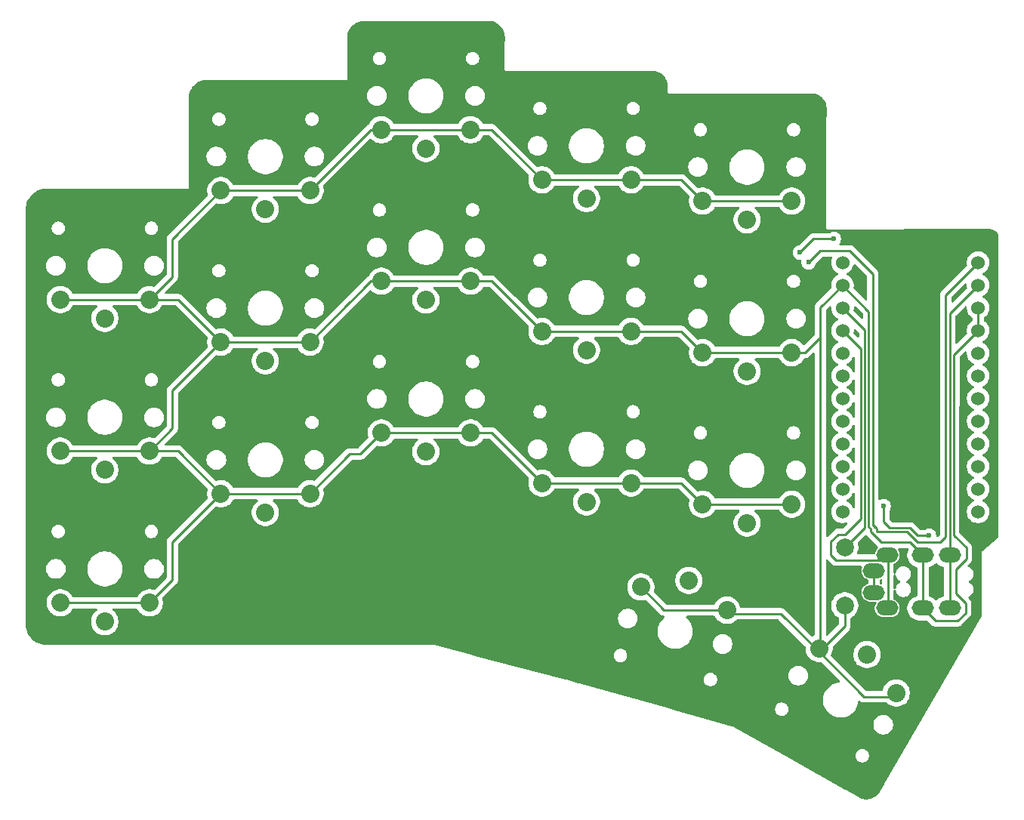
<source format=gbl>
G04 #@! TF.GenerationSoftware,KiCad,Pcbnew,9.0.7*
G04 #@! TF.CreationDate,2026-02-15T11:49:42+01:00*
G04 #@! TF.ProjectId,ferris-sweep-compact,66657272-6973-42d7-9377-6565702d636f,0.1*
G04 #@! TF.SameCoordinates,Original*
G04 #@! TF.FileFunction,Copper,L2,Bot*
G04 #@! TF.FilePolarity,Positive*
%FSLAX46Y46*%
G04 Gerber Fmt 4.6, Leading zero omitted, Abs format (unit mm)*
G04 Created by KiCad (PCBNEW 9.0.7) date 2026-02-15 11:49:42*
%MOMM*%
%LPD*%
G01*
G04 APERTURE LIST*
G04 #@! TA.AperFunction,ComponentPad*
%ADD10C,2.032000*%
G04 #@! TD*
G04 #@! TA.AperFunction,ComponentPad*
%ADD11C,1.524000*%
G04 #@! TD*
G04 #@! TA.AperFunction,ComponentPad*
%ADD12C,2.000000*%
G04 #@! TD*
G04 #@! TA.AperFunction,ComponentPad*
%ADD13O,2.500000X1.700000*%
G04 #@! TD*
G04 #@! TA.AperFunction,ViaPad*
%ADD14C,0.600000*%
G04 #@! TD*
G04 #@! TA.AperFunction,Conductor*
%ADD15C,0.250000*%
G04 #@! TD*
G04 APERTURE END LIST*
D10*
X132730127Y-90689103D03*
X124069873Y-85689103D03*
X129450000Y-86370450D03*
D11*
X141911400Y-42422000D03*
X141911400Y-44962000D03*
X141911400Y-47502000D03*
X141911400Y-50042000D03*
X141911400Y-52582000D03*
X141911400Y-55122000D03*
X141911400Y-57662000D03*
X141911400Y-60202000D03*
X141911400Y-62742000D03*
X141911400Y-65282000D03*
X141911400Y-67822000D03*
X141911400Y-70362000D03*
X126691400Y-70362000D03*
X126691400Y-67822000D03*
X126691400Y-65282000D03*
X126691400Y-62742000D03*
X126691400Y-60202000D03*
X126691400Y-57662000D03*
X126691400Y-55122000D03*
X126691400Y-52582000D03*
X126691400Y-50042000D03*
X126691400Y-47502000D03*
X126691400Y-44962000D03*
X126691400Y-42422000D03*
D10*
X85000000Y-44520000D03*
X75000000Y-44520000D03*
X80000000Y-46620000D03*
X49000000Y-46570000D03*
X39000000Y-46570000D03*
X44000000Y-48670000D03*
X67000000Y-34340000D03*
X57000000Y-34340000D03*
X62000000Y-36440000D03*
X85000000Y-27530000D03*
X75000000Y-27530000D03*
X80000000Y-29630000D03*
X103000000Y-33140000D03*
X93000000Y-33140000D03*
X98000000Y-35240000D03*
X121000000Y-35520000D03*
X111000000Y-35520000D03*
X116000000Y-37620000D03*
X49000000Y-63570000D03*
X39000000Y-63570000D03*
X44000000Y-65670000D03*
X67000000Y-51340000D03*
X57000000Y-51340000D03*
X62000000Y-53440000D03*
X103000000Y-50140000D03*
X93000000Y-50140000D03*
X98000000Y-52240000D03*
X121000000Y-52520000D03*
X111000000Y-52520000D03*
X116000000Y-54620000D03*
X67000000Y-68345000D03*
X57000000Y-68345000D03*
X62000000Y-70445000D03*
X85000000Y-61520000D03*
X75000000Y-61520000D03*
X80000000Y-63620000D03*
X103000000Y-67145000D03*
X93000000Y-67145000D03*
X98000000Y-69245000D03*
X121000000Y-69520000D03*
X111000000Y-69520000D03*
X116000000Y-71620000D03*
X113753142Y-81393577D03*
X104093883Y-78805387D03*
X109467032Y-78071038D03*
X49000000Y-80575000D03*
X39000000Y-80575000D03*
X44000000Y-82675000D03*
D12*
X126970000Y-74390000D03*
X126970000Y-80890000D03*
D13*
X131720000Y-75230000D03*
X130220000Y-79430000D03*
X138720000Y-75230000D03*
X135720000Y-75230000D03*
X138720000Y-81180000D03*
X135720000Y-81180000D03*
X131720000Y-81180000D03*
X130220000Y-76980000D03*
D14*
X121920000Y-41294000D03*
X125730000Y-39770000D03*
X131318000Y-69742000D03*
X136398000Y-73044000D03*
X122900000Y-42400000D03*
D15*
X124206000Y-39770000D02*
X125730000Y-39770000D01*
X131318000Y-69742000D02*
X131318000Y-71520000D01*
X131971990Y-72173990D02*
X134257990Y-72173990D01*
X131318000Y-71520000D02*
X131971990Y-72173990D01*
X135128000Y-73044000D02*
X136398000Y-73044000D01*
X134257990Y-72173990D02*
X135128000Y-73044000D01*
X123444000Y-39770000D02*
X121920000Y-41294000D01*
X124206000Y-39770000D02*
X123444000Y-39770000D01*
X135720000Y-81180000D02*
X135720000Y-75230000D01*
X39000000Y-46570000D02*
X49000000Y-46570000D01*
X57000000Y-34340000D02*
X67000000Y-34340000D01*
X39000000Y-63570000D02*
X49000000Y-63570000D01*
X57000000Y-68345000D02*
X67000000Y-68345000D01*
X57000000Y-51340000D02*
X67000000Y-51340000D01*
X39000000Y-80575000D02*
X49000000Y-80575000D01*
X129069873Y-91089103D02*
X132730127Y-91089103D01*
X124069873Y-86089103D02*
X129069873Y-91089103D01*
X126970000Y-83188976D02*
X124069873Y-86089103D01*
X126970000Y-80890000D02*
X126970000Y-83188976D01*
X119774347Y-81793577D02*
X124069873Y-86089103D01*
X113753142Y-81793577D02*
X119774347Y-81793577D01*
X71475000Y-63870000D02*
X67000000Y-68345000D01*
X57000000Y-68345000D02*
X51550000Y-73795000D01*
X51550000Y-78025000D02*
X49000000Y-80575000D01*
X51550000Y-73795000D02*
X51550000Y-78025000D01*
X57000000Y-51345000D02*
X51550000Y-56795000D01*
X51550000Y-61025000D02*
X49000000Y-63575000D01*
X51550000Y-56795000D02*
X51550000Y-61025000D01*
X57000000Y-34345000D02*
X51550000Y-39795000D01*
X51550000Y-39795000D02*
X51550000Y-44025000D01*
X51550000Y-44025000D02*
X49000000Y-46575000D01*
X71470000Y-46870000D02*
X67000000Y-51340000D01*
X71460000Y-29880000D02*
X67000000Y-34340000D01*
X126691400Y-44962000D02*
X129650010Y-47920610D01*
X129650010Y-47920610D02*
X129650010Y-72050010D01*
X124100000Y-86058976D02*
X124069873Y-86089103D01*
X141911400Y-47502000D02*
X141911400Y-50042000D01*
X140500000Y-81700000D02*
X139600000Y-82600000D01*
X139400000Y-79500000D02*
X140500000Y-80600000D01*
X139400000Y-76800000D02*
X139400000Y-79500000D01*
X140600000Y-75600000D02*
X139400000Y-76800000D01*
X140600000Y-74400000D02*
X140600000Y-75600000D01*
X139600000Y-82600000D02*
X137140000Y-82600000D01*
X140500000Y-80600000D02*
X140500000Y-81700000D01*
X139170010Y-72970010D02*
X140600000Y-74400000D01*
X139170010Y-58429990D02*
X139170010Y-72970010D01*
X137140000Y-82600000D02*
X135720000Y-81180000D01*
X139200000Y-58400000D02*
X139170010Y-58429990D01*
X139200000Y-52753400D02*
X139200000Y-58400000D01*
X141911400Y-50042000D02*
X139200000Y-52753400D01*
X126691400Y-44962000D02*
X124200000Y-47453400D01*
X124200000Y-85958976D02*
X124069873Y-86089103D01*
X124200000Y-50420000D02*
X124200000Y-50300000D01*
X124200000Y-47453400D02*
X124200000Y-50300000D01*
X124200000Y-67400000D02*
X124200000Y-85958976D01*
X52230000Y-46570000D02*
X57000000Y-51340000D01*
X49000000Y-46570000D02*
X52230000Y-46570000D01*
X52225000Y-63570000D02*
X57000000Y-68345000D01*
X49000000Y-63570000D02*
X52225000Y-63570000D01*
X129838000Y-72580000D02*
X131064000Y-73806000D01*
X129838000Y-72238000D02*
X129838000Y-72580000D01*
X129650010Y-72050010D02*
X129838000Y-72238000D01*
X134296000Y-73806000D02*
X135720000Y-75230000D01*
X131064000Y-73806000D02*
X134296000Y-73806000D01*
X73810000Y-27530000D02*
X75000000Y-27530000D01*
X67000000Y-34340000D02*
X73810000Y-27530000D01*
X75000000Y-27530000D02*
X85000000Y-27530000D01*
X87390000Y-27530000D02*
X93000000Y-33140000D01*
X85000000Y-27530000D02*
X87390000Y-27530000D01*
X93000000Y-33140000D02*
X103000000Y-33140000D01*
X108620000Y-33140000D02*
X111000000Y-35520000D01*
X103000000Y-33140000D02*
X108620000Y-33140000D01*
X111000000Y-35520000D02*
X121000000Y-35520000D01*
X73820000Y-44520000D02*
X75000000Y-44520000D01*
X67000000Y-51340000D02*
X73820000Y-44520000D01*
X75000000Y-44520000D02*
X85000000Y-44520000D01*
X87380000Y-44520000D02*
X93000000Y-50140000D01*
X85000000Y-44520000D02*
X87380000Y-44520000D01*
X93000000Y-50140000D02*
X103000000Y-50140000D01*
X108620000Y-50140000D02*
X111000000Y-52520000D01*
X103000000Y-50140000D02*
X108620000Y-50140000D01*
X111000000Y-52520000D02*
X121000000Y-52520000D01*
X122486000Y-52520000D02*
X124200000Y-50806000D01*
X121000000Y-52520000D02*
X122486000Y-52520000D01*
X124200000Y-50806000D02*
X124200000Y-67400000D01*
X124200000Y-50300000D02*
X124200000Y-50806000D01*
X72650000Y-63870000D02*
X75000000Y-61520000D01*
X71475000Y-63870000D02*
X72650000Y-63870000D01*
X75000000Y-61520000D02*
X85000000Y-61520000D01*
X87375000Y-61520000D02*
X93000000Y-67145000D01*
X85000000Y-61520000D02*
X87375000Y-61520000D01*
X93000000Y-67145000D02*
X103000000Y-67145000D01*
X108625000Y-67145000D02*
X111000000Y-69520000D01*
X103000000Y-67145000D02*
X108625000Y-67145000D01*
X111000000Y-69520000D02*
X121000000Y-69520000D01*
X106682073Y-81393577D02*
X113753142Y-81393577D01*
X104093883Y-78805387D02*
X106682073Y-81393577D01*
X131795010Y-81104990D02*
X131720000Y-81180000D01*
X131795010Y-75305010D02*
X131795010Y-81104990D01*
X131720000Y-75230000D02*
X131795010Y-75305010D01*
X131795010Y-75305010D02*
X131795010Y-76493295D01*
X128749990Y-71150010D02*
X128749990Y-52100590D01*
X127000000Y-72900000D02*
X128749990Y-71150010D01*
X126200000Y-72900000D02*
X127000000Y-72900000D01*
X125400000Y-75200000D02*
X125400000Y-73700000D01*
X126000000Y-75800000D02*
X125400000Y-75200000D01*
X131150000Y-75800000D02*
X126000000Y-75800000D01*
X128749990Y-52100590D02*
X126691400Y-50042000D01*
X125400000Y-73700000D02*
X126200000Y-72900000D01*
X131720000Y-75230000D02*
X131150000Y-75800000D01*
X138269990Y-46063410D02*
X141911400Y-42422000D01*
X130100020Y-43700020D02*
X130100020Y-71863610D01*
X138269990Y-71630010D02*
X138269990Y-46063410D01*
X127500000Y-41100000D02*
X130100020Y-43700020D01*
X124200000Y-41100000D02*
X127500000Y-41100000D01*
X122900000Y-42400000D02*
X124200000Y-41100000D01*
X130283205Y-72046795D02*
X130288010Y-72051600D01*
X130100020Y-71863610D02*
X130283205Y-72046795D01*
X130518410Y-72282000D02*
X130518410Y-72624000D01*
X130100020Y-71863610D02*
X130518410Y-72282000D01*
X133946000Y-72624000D02*
X135128000Y-73806000D01*
X130518410Y-72624000D02*
X133946000Y-72624000D01*
X135128000Y-73806000D02*
X136094000Y-73806000D01*
X136094000Y-73806000D02*
X137668000Y-73806000D01*
X138269990Y-73204010D02*
X138269990Y-71630010D01*
X137668000Y-73806000D02*
X138269990Y-73204010D01*
X138720000Y-75230000D02*
X138720000Y-81180000D01*
X138720000Y-48153400D02*
X141911400Y-44962000D01*
X138720000Y-75230000D02*
X138720000Y-48153400D01*
X126970000Y-74390000D02*
X129200000Y-72160000D01*
X129200000Y-50010600D02*
X126691400Y-47502000D01*
X129200000Y-72160000D02*
X129200000Y-50010600D01*
X130220000Y-79430000D02*
X130220000Y-76980000D01*
G04 #@! TA.AperFunction,NonConductor*
G36*
X87049802Y-15316034D02*
G01*
X87272968Y-15336637D01*
X87288958Y-15339157D01*
X87505704Y-15387773D01*
X87521235Y-15392322D01*
X87688399Y-15453195D01*
X87729956Y-15468329D01*
X87744781Y-15474834D01*
X87942036Y-15576978D01*
X87955906Y-15585332D01*
X88138431Y-15711926D01*
X88151114Y-15721989D01*
X88315896Y-15870940D01*
X88327184Y-15882546D01*
X88471505Y-16051396D01*
X88481212Y-16064353D01*
X88602692Y-16250318D01*
X88610658Y-16264414D01*
X88707291Y-16464426D01*
X88713383Y-16479426D01*
X88783569Y-16690172D01*
X88787687Y-16705830D01*
X88830269Y-16923833D01*
X88832346Y-16939891D01*
X88846744Y-17163468D01*
X88846973Y-17174365D01*
X88825098Y-18158617D01*
X88824500Y-18164079D01*
X88824500Y-18184158D01*
X88824469Y-18186957D01*
X88824022Y-18207068D01*
X88824500Y-18212536D01*
X88824500Y-20843018D01*
X88835993Y-20870766D01*
X88835996Y-20870770D01*
X88857229Y-20892003D01*
X88857233Y-20892006D01*
X88884982Y-20903500D01*
X103718582Y-20903500D01*
X105185696Y-20903500D01*
X105188624Y-20905276D01*
X105209939Y-20903500D01*
X105221818Y-20903500D01*
X105229961Y-20903500D01*
X105235430Y-20902919D01*
X105445826Y-20899924D01*
X105463129Y-20900871D01*
X105685515Y-20928496D01*
X105702529Y-20931812D01*
X105919007Y-20989728D01*
X105935399Y-20995349D01*
X106141864Y-21082457D01*
X106157350Y-21090288D01*
X106349872Y-21204927D01*
X106364134Y-21214810D01*
X106539084Y-21354816D01*
X106551852Y-21366564D01*
X106705911Y-21529284D01*
X106716935Y-21542665D01*
X106792054Y-21647832D01*
X106847177Y-21725007D01*
X106856267Y-21739789D01*
X106960219Y-21938293D01*
X106967191Y-21954183D01*
X107042881Y-22165076D01*
X107047605Y-22181774D01*
X107093604Y-22401081D01*
X107095988Y-22418269D01*
X107111672Y-22645466D01*
X107111971Y-22654045D01*
X107111972Y-22675015D01*
X107111987Y-22675035D01*
X107112003Y-22695235D01*
X107112002Y-22695236D01*
X107112003Y-22695240D01*
X107112500Y-23368149D01*
X107112500Y-23383020D01*
X107112508Y-23383067D01*
X107116276Y-23392146D01*
X107118090Y-23396515D01*
X107123994Y-23410767D01*
X107123995Y-23410768D01*
X107124024Y-23410812D01*
X107124025Y-23410813D01*
X107124026Y-23410814D01*
X107134310Y-23421083D01*
X107145233Y-23432006D01*
X107145235Y-23432006D01*
X107145279Y-23432037D01*
X107158775Y-23437616D01*
X107158771Y-23437625D01*
X107158855Y-23437648D01*
X107172982Y-23443500D01*
X107172986Y-23443500D01*
X107173036Y-23443510D01*
X107173038Y-23443511D01*
X107173038Y-23443510D01*
X107173039Y-23443511D01*
X107188056Y-23443500D01*
X122133582Y-23443500D01*
X123122548Y-23443500D01*
X123141771Y-23443507D01*
X123143170Y-23444438D01*
X123165745Y-23443516D01*
X123168318Y-23443517D01*
X123168585Y-23443595D01*
X123172175Y-23443578D01*
X123402138Y-23450747D01*
X123420144Y-23452610D01*
X123642192Y-23491901D01*
X123659756Y-23496333D01*
X123873854Y-23567068D01*
X123890609Y-23573975D01*
X124092344Y-23674695D01*
X124107927Y-23683931D01*
X124293125Y-23812551D01*
X124307228Y-23823932D01*
X124418671Y-23927959D01*
X124472057Y-23977792D01*
X124484382Y-23991080D01*
X124625431Y-24166994D01*
X124635722Y-24181913D01*
X124750073Y-24376242D01*
X124758117Y-24392483D01*
X124843404Y-24601206D01*
X124849035Y-24618433D01*
X124903494Y-24837228D01*
X124906596Y-24855085D01*
X124929200Y-25080431D01*
X124929809Y-25095237D01*
X124892977Y-27175716D01*
X124892765Y-27187741D01*
X124892500Y-27188382D01*
X124892500Y-27202715D01*
X124892480Y-27203848D01*
X124892480Y-27203861D01*
X124892100Y-27225311D01*
X124892500Y-27229775D01*
X124892500Y-38593040D01*
X124892478Y-38593094D01*
X124892500Y-38608112D01*
X124892500Y-38623056D01*
X124892508Y-38623097D01*
X124898259Y-38636924D01*
X124898328Y-38637091D01*
X124903992Y-38650764D01*
X124904055Y-38650858D01*
X124904057Y-38650860D01*
X124904058Y-38650862D01*
X124914693Y-38661466D01*
X124925233Y-38672006D01*
X124925238Y-38672008D01*
X124925322Y-38672064D01*
X124925328Y-38672070D01*
X124925335Y-38672073D01*
X124925337Y-38672074D01*
X124929354Y-38673730D01*
X124939100Y-38677750D01*
X124939260Y-38677878D01*
X124939282Y-38677826D01*
X124952926Y-38683477D01*
X124952982Y-38683500D01*
X124952987Y-38683500D01*
X124953090Y-38683520D01*
X124953094Y-38683522D01*
X124967836Y-38683500D01*
X124967880Y-38683500D01*
X124995352Y-38683500D01*
X124995761Y-38683458D01*
X142035236Y-38658102D01*
X142037295Y-38658117D01*
X143143602Y-38675834D01*
X143147289Y-38678043D01*
X143167775Y-38676221D01*
X143172264Y-38676293D01*
X143178846Y-38676399D01*
X143178846Y-38676398D01*
X143187086Y-38676531D01*
X143193200Y-38675994D01*
X143339258Y-38676836D01*
X143362890Y-38679211D01*
X143384757Y-38683521D01*
X143515552Y-38709297D01*
X143538322Y-38716066D01*
X143682636Y-38774275D01*
X143703733Y-38785200D01*
X143834545Y-38869456D01*
X143853211Y-38884142D01*
X143894922Y-38923869D01*
X143965889Y-38991459D01*
X143981471Y-39009393D01*
X144071998Y-39135947D01*
X144083936Y-39156484D01*
X144149104Y-39297787D01*
X144156975Y-39320201D01*
X144173564Y-39387032D01*
X144190827Y-39456582D01*
X144192789Y-39464483D01*
X144196500Y-39494838D01*
X144196500Y-73209187D01*
X144176498Y-73277308D01*
X144150506Y-73306527D01*
X142389007Y-74754334D01*
X142378646Y-74761997D01*
X142375256Y-74764245D01*
X142371310Y-74768163D01*
X142362555Y-74776076D01*
X142358257Y-74779609D01*
X142355968Y-74782401D01*
X142353940Y-74785414D01*
X142351796Y-74790540D01*
X142346733Y-74801208D01*
X142344117Y-74806110D01*
X142343072Y-74809564D01*
X142342352Y-74813119D01*
X142342333Y-74818672D01*
X142342312Y-74824585D01*
X142341197Y-74836002D01*
X142342260Y-74839499D01*
X142342213Y-74852927D01*
X142317088Y-82038638D01*
X142300042Y-82101484D01*
X131393224Y-100878416D01*
X131392976Y-100878763D01*
X131379858Y-100901429D01*
X131379761Y-100901597D01*
X131366387Y-100924620D01*
X131366207Y-100925011D01*
X130871105Y-101780409D01*
X130865122Y-101789768D01*
X130736911Y-101972093D01*
X130726031Y-101985508D01*
X130576089Y-102146440D01*
X130563477Y-102158240D01*
X130392931Y-102297159D01*
X130378823Y-102307123D01*
X130190894Y-102421407D01*
X130175557Y-102429349D01*
X129973755Y-102516863D01*
X129957475Y-102522633D01*
X129745601Y-102581727D01*
X129728685Y-102585216D01*
X129510723Y-102614780D01*
X129493490Y-102615923D01*
X129273529Y-102615402D01*
X129256300Y-102614177D01*
X129038480Y-102583580D01*
X129021582Y-102580011D01*
X128865013Y-102535542D01*
X128809989Y-102519914D01*
X128793744Y-102514070D01*
X128676365Y-102462505D01*
X128591074Y-102425036D01*
X128579046Y-102418965D01*
X127060822Y-101547852D01*
X127058582Y-101546273D01*
X127037850Y-101534664D01*
X127036706Y-101534016D01*
X127016071Y-101522176D01*
X127013559Y-101521060D01*
X120293090Y-97757598D01*
X120107819Y-97653846D01*
X128174853Y-97653846D01*
X128174853Y-97800767D01*
X128195324Y-97903681D01*
X128203513Y-97944849D01*
X128259733Y-98080576D01*
X128314268Y-98162194D01*
X128341351Y-98202726D01*
X128341356Y-98202732D01*
X128445227Y-98306603D01*
X128445233Y-98306608D01*
X128567384Y-98388227D01*
X128703111Y-98444447D01*
X128827174Y-98469124D01*
X128847192Y-98473106D01*
X128847195Y-98473106D01*
X128847198Y-98473107D01*
X128847199Y-98473107D01*
X128994107Y-98473107D01*
X128994108Y-98473107D01*
X129138195Y-98444447D01*
X129273922Y-98388227D01*
X129396073Y-98306608D01*
X129499954Y-98202727D01*
X129581573Y-98080576D01*
X129637793Y-97944849D01*
X129666453Y-97800762D01*
X129666453Y-97653852D01*
X129637793Y-97509765D01*
X129581573Y-97374038D01*
X129499954Y-97251887D01*
X129499949Y-97251881D01*
X129396078Y-97148010D01*
X129396072Y-97148005D01*
X129355540Y-97120922D01*
X129273922Y-97066387D01*
X129138195Y-97010167D01*
X129097027Y-97001978D01*
X128994113Y-96981507D01*
X128994108Y-96981507D01*
X128847198Y-96981507D01*
X128847192Y-96981507D01*
X128723694Y-97006072D01*
X128703111Y-97010167D01*
X128703108Y-97010167D01*
X128703105Y-97010169D01*
X128567384Y-97066387D01*
X128445233Y-97148005D01*
X128445227Y-97148010D01*
X128341356Y-97251881D01*
X128341351Y-97251887D01*
X128259733Y-97374038D01*
X128203515Y-97509759D01*
X128203513Y-97509766D01*
X128174853Y-97653846D01*
X120107819Y-97653846D01*
X114350647Y-94429830D01*
X114350646Y-94429829D01*
X114342044Y-94425012D01*
X114334887Y-94419380D01*
X114329065Y-94417744D01*
X114323789Y-94414789D01*
X114323314Y-94414634D01*
X114305251Y-94411050D01*
X113352689Y-94143318D01*
X130161740Y-94143318D01*
X130161740Y-94316682D01*
X130178006Y-94419380D01*
X130188861Y-94487917D01*
X130242430Y-94652786D01*
X130242432Y-94652791D01*
X130242433Y-94652792D01*
X130321140Y-94807263D01*
X130423040Y-94947516D01*
X130545623Y-95070099D01*
X130545626Y-95070101D01*
X130685880Y-95172002D01*
X130840349Y-95250708D01*
X131005222Y-95304278D01*
X131005223Y-95304278D01*
X131005228Y-95304280D01*
X131176458Y-95331400D01*
X131176461Y-95331400D01*
X131349819Y-95331400D01*
X131349822Y-95331400D01*
X131521052Y-95304280D01*
X131685931Y-95250708D01*
X131840400Y-95172002D01*
X131980654Y-95070101D01*
X132103241Y-94947514D01*
X132205142Y-94807260D01*
X132283848Y-94652791D01*
X132337420Y-94487912D01*
X132364540Y-94316682D01*
X132364540Y-94143318D01*
X132337420Y-93972088D01*
X132283848Y-93807209D01*
X132205142Y-93652740D01*
X132103241Y-93512486D01*
X132103239Y-93512483D01*
X131980656Y-93389900D01*
X131840403Y-93288000D01*
X131840402Y-93287999D01*
X131840400Y-93287998D01*
X131685931Y-93209292D01*
X131685928Y-93209291D01*
X131685926Y-93209290D01*
X131521055Y-93155721D01*
X131521059Y-93155721D01*
X131489181Y-93150672D01*
X131349822Y-93128600D01*
X131176458Y-93128600D01*
X131005228Y-93155720D01*
X131005222Y-93155721D01*
X130840353Y-93209290D01*
X130840347Y-93209293D01*
X130685876Y-93288000D01*
X130545623Y-93389900D01*
X130423040Y-93512483D01*
X130321140Y-93652736D01*
X130242433Y-93807207D01*
X130242430Y-93807213D01*
X130188861Y-93972082D01*
X130188860Y-93972087D01*
X130188860Y-93972088D01*
X130161740Y-94143318D01*
X113352689Y-94143318D01*
X111607264Y-93652740D01*
X107680138Y-92548962D01*
X107270567Y-92433846D01*
X119133547Y-92433846D01*
X119133547Y-92580767D01*
X119154018Y-92683681D01*
X119162207Y-92724849D01*
X119218427Y-92860576D01*
X119272962Y-92942194D01*
X119300045Y-92982726D01*
X119300050Y-92982732D01*
X119403921Y-93086603D01*
X119403927Y-93086608D01*
X119526078Y-93168227D01*
X119661805Y-93224447D01*
X119770836Y-93246134D01*
X119805886Y-93253106D01*
X119805889Y-93253106D01*
X119805892Y-93253107D01*
X119805893Y-93253107D01*
X119952801Y-93253107D01*
X119952802Y-93253107D01*
X120096889Y-93224447D01*
X120232616Y-93168227D01*
X120354767Y-93086608D01*
X120458648Y-92982727D01*
X120540267Y-92860576D01*
X120596487Y-92724849D01*
X120625147Y-92580762D01*
X120625147Y-92433852D01*
X120596487Y-92289765D01*
X120540267Y-92154038D01*
X120458648Y-92031887D01*
X120458643Y-92031881D01*
X120354772Y-91928010D01*
X120354766Y-91928005D01*
X120314234Y-91900922D01*
X120232616Y-91846387D01*
X120096889Y-91790167D01*
X120055721Y-91781978D01*
X119952807Y-91761507D01*
X119952802Y-91761507D01*
X119805892Y-91761507D01*
X119805886Y-91761507D01*
X119682388Y-91786072D01*
X119661805Y-91790167D01*
X119661802Y-91790167D01*
X119661799Y-91790169D01*
X119526078Y-91846387D01*
X119403927Y-91928005D01*
X119403921Y-91928010D01*
X119300050Y-92031881D01*
X119300045Y-92031887D01*
X119218427Y-92154038D01*
X119162209Y-92289759D01*
X119162207Y-92289766D01*
X119133547Y-92433846D01*
X107270567Y-92433846D01*
X97175543Y-89596487D01*
X97175543Y-89596486D01*
X97163899Y-89593213D01*
X97163423Y-89592850D01*
X97149554Y-89589181D01*
X97148556Y-89588901D01*
X97148538Y-89588897D01*
X97127226Y-89582907D01*
X97123324Y-89582244D01*
X95754000Y-89220091D01*
X95316803Y-89104463D01*
X111149293Y-89104463D01*
X111149293Y-89251384D01*
X111169764Y-89354298D01*
X111177953Y-89395466D01*
X111234173Y-89531193D01*
X111275371Y-89592850D01*
X111315791Y-89653343D01*
X111315796Y-89653349D01*
X111419667Y-89757220D01*
X111419673Y-89757225D01*
X111541824Y-89838844D01*
X111677551Y-89895064D01*
X111801614Y-89919741D01*
X111821632Y-89923723D01*
X111821635Y-89923723D01*
X111821638Y-89923724D01*
X111821639Y-89923724D01*
X111968547Y-89923724D01*
X111968548Y-89923724D01*
X112112635Y-89895064D01*
X112248362Y-89838844D01*
X112370513Y-89757225D01*
X112474394Y-89653344D01*
X112556013Y-89531193D01*
X112612233Y-89395466D01*
X112640893Y-89251379D01*
X112640893Y-89104469D01*
X112612233Y-88960382D01*
X112556013Y-88824655D01*
X112474394Y-88702504D01*
X112474389Y-88702498D01*
X112415209Y-88643318D01*
X120635460Y-88643318D01*
X120635460Y-88816682D01*
X120636723Y-88824655D01*
X120662581Y-88987917D01*
X120716150Y-89152786D01*
X120716152Y-89152791D01*
X120779080Y-89276293D01*
X120794860Y-89307263D01*
X120896760Y-89447516D01*
X121019343Y-89570099D01*
X121045216Y-89588897D01*
X121159600Y-89672002D01*
X121314069Y-89750708D01*
X121478942Y-89804278D01*
X121478943Y-89804278D01*
X121478948Y-89804280D01*
X121650178Y-89831400D01*
X121650181Y-89831400D01*
X121823539Y-89831400D01*
X121823542Y-89831400D01*
X121994772Y-89804280D01*
X122159651Y-89750708D01*
X122314120Y-89672002D01*
X122454374Y-89570101D01*
X122576961Y-89447514D01*
X122678862Y-89307260D01*
X122757568Y-89152791D01*
X122811140Y-88987912D01*
X122838260Y-88816682D01*
X122838260Y-88643318D01*
X122811140Y-88472088D01*
X122757568Y-88307209D01*
X122678862Y-88152740D01*
X122576961Y-88012486D01*
X122576959Y-88012483D01*
X122454376Y-87889900D01*
X122314123Y-87788000D01*
X122314122Y-87787999D01*
X122314120Y-87787998D01*
X122159651Y-87709292D01*
X122159648Y-87709291D01*
X122159646Y-87709290D01*
X121994775Y-87655721D01*
X121994779Y-87655721D01*
X121962901Y-87650672D01*
X121823542Y-87628600D01*
X121650178Y-87628600D01*
X121478948Y-87655720D01*
X121478942Y-87655721D01*
X121314073Y-87709290D01*
X121314067Y-87709293D01*
X121159596Y-87788000D01*
X121019343Y-87889900D01*
X120896760Y-88012483D01*
X120794860Y-88152736D01*
X120716153Y-88307207D01*
X120716150Y-88307213D01*
X120662581Y-88472082D01*
X120662580Y-88472087D01*
X120662580Y-88472088D01*
X120635460Y-88643318D01*
X112415209Y-88643318D01*
X112370518Y-88598627D01*
X112370512Y-88598622D01*
X112329980Y-88571539D01*
X112248362Y-88517004D01*
X112112635Y-88460784D01*
X112071467Y-88452595D01*
X111968553Y-88432124D01*
X111968548Y-88432124D01*
X111821638Y-88432124D01*
X111821632Y-88432124D01*
X111698134Y-88456689D01*
X111677551Y-88460784D01*
X111677548Y-88460784D01*
X111677545Y-88460786D01*
X111541824Y-88517004D01*
X111419673Y-88598622D01*
X111419667Y-88598627D01*
X111315796Y-88702498D01*
X111315791Y-88702504D01*
X111234173Y-88824655D01*
X111177955Y-88960376D01*
X111177953Y-88960383D01*
X111149293Y-89104463D01*
X95316803Y-89104463D01*
X85537295Y-86518020D01*
X85100098Y-86402392D01*
X101065027Y-86402392D01*
X101065027Y-86549313D01*
X101085498Y-86652227D01*
X101093687Y-86693395D01*
X101149907Y-86829122D01*
X101204442Y-86910740D01*
X101231525Y-86951272D01*
X101231530Y-86951278D01*
X101335401Y-87055149D01*
X101335407Y-87055154D01*
X101457558Y-87136773D01*
X101593285Y-87192993D01*
X101717348Y-87217670D01*
X101737366Y-87221652D01*
X101737369Y-87221652D01*
X101737372Y-87221653D01*
X101737373Y-87221653D01*
X101884281Y-87221653D01*
X101884282Y-87221653D01*
X102028369Y-87192993D01*
X102164096Y-87136773D01*
X102286247Y-87055154D01*
X102390128Y-86951273D01*
X102471747Y-86829122D01*
X102527967Y-86693395D01*
X102556627Y-86549308D01*
X102556627Y-86402398D01*
X102527967Y-86258311D01*
X102471747Y-86122584D01*
X102390128Y-86000433D01*
X102390123Y-86000427D01*
X102286252Y-85896556D01*
X102286246Y-85896551D01*
X102245714Y-85869468D01*
X102164096Y-85814933D01*
X102028369Y-85758713D01*
X101987201Y-85750524D01*
X101884287Y-85730053D01*
X101884282Y-85730053D01*
X101737372Y-85730053D01*
X101737366Y-85730053D01*
X101613868Y-85754618D01*
X101593285Y-85758713D01*
X101593282Y-85758713D01*
X101593279Y-85758715D01*
X101457558Y-85814933D01*
X101335407Y-85896551D01*
X101335401Y-85896556D01*
X101231530Y-86000427D01*
X101231525Y-86000433D01*
X101149907Y-86122584D01*
X101093689Y-86258305D01*
X101093687Y-86258312D01*
X101065027Y-86402392D01*
X85100098Y-86402392D01*
X80931451Y-85299886D01*
X80931451Y-85299885D01*
X80923227Y-85297710D01*
X80914064Y-85293909D01*
X80908835Y-85293905D01*
X80903785Y-85292570D01*
X80903778Y-85292569D01*
X80902358Y-85292761D01*
X80885455Y-85293890D01*
X39066603Y-85268500D01*
X39066597Y-85268498D01*
X39066587Y-85268500D01*
X37511239Y-85267356D01*
X37511237Y-85267356D01*
X37492031Y-85267341D01*
X37490422Y-85266282D01*
X37467684Y-85267323D01*
X37464738Y-85267321D01*
X37464737Y-85267320D01*
X37464737Y-85267321D01*
X37462112Y-85267319D01*
X37459990Y-85267299D01*
X37190283Y-85262551D01*
X37174358Y-85261258D01*
X36909463Y-85222713D01*
X36893829Y-85219414D01*
X36635956Y-85147660D01*
X36620866Y-85142410D01*
X36374139Y-85038596D01*
X36359834Y-85031478D01*
X36348939Y-85025165D01*
X36128225Y-84897271D01*
X36114938Y-84888401D01*
X36083033Y-84864043D01*
X35902183Y-84725970D01*
X35890123Y-84715488D01*
X35699634Y-84527437D01*
X35688999Y-84515515D01*
X35589803Y-84389001D01*
X35523831Y-84304860D01*
X35514799Y-84291700D01*
X35377616Y-84061833D01*
X35370317Y-84047626D01*
X35305424Y-83898795D01*
X35263331Y-83802254D01*
X35257888Y-83787236D01*
X35182814Y-83530300D01*
X35179317Y-83514724D01*
X35137359Y-83250331D01*
X35135864Y-83234447D01*
X35127620Y-82964158D01*
X35127575Y-82962071D01*
X35127550Y-82960006D01*
X35127609Y-82954324D01*
X35128592Y-82924515D01*
X35126976Y-82913588D01*
X35102110Y-80899331D01*
X35102100Y-80897776D01*
X35102100Y-76688318D01*
X37398600Y-76688318D01*
X37398600Y-76861682D01*
X37405971Y-76908219D01*
X37425721Y-77032917D01*
X37466742Y-77159167D01*
X37479292Y-77197791D01*
X37540759Y-77318426D01*
X37558000Y-77352263D01*
X37659900Y-77492516D01*
X37782483Y-77615099D01*
X37782486Y-77615101D01*
X37922740Y-77717002D01*
X38077209Y-77795708D01*
X38242082Y-77849278D01*
X38242083Y-77849278D01*
X38242088Y-77849280D01*
X38413318Y-77876400D01*
X38413321Y-77876400D01*
X38586679Y-77876400D01*
X38586682Y-77876400D01*
X38757912Y-77849280D01*
X38922791Y-77795708D01*
X39077260Y-77717002D01*
X39217514Y-77615101D01*
X39340101Y-77492514D01*
X39442002Y-77352260D01*
X39520708Y-77197791D01*
X39574280Y-77032912D01*
X39601400Y-76861682D01*
X39601400Y-76688318D01*
X39594730Y-76646204D01*
X42035000Y-76646204D01*
X42035000Y-76903795D01*
X42068620Y-77159167D01*
X42068621Y-77159173D01*
X42068622Y-77159175D01*
X42135290Y-77407984D01*
X42233864Y-77645962D01*
X42233865Y-77645963D01*
X42233870Y-77645974D01*
X42362659Y-77869043D01*
X42519460Y-78073388D01*
X42519479Y-78073409D01*
X42701590Y-78255520D01*
X42701600Y-78255529D01*
X42701606Y-78255535D01*
X42701609Y-78255537D01*
X42701611Y-78255539D01*
X42905956Y-78412340D01*
X43129025Y-78541129D01*
X43129029Y-78541130D01*
X43129038Y-78541136D01*
X43367016Y-78639710D01*
X43615825Y-78706378D01*
X43615831Y-78706378D01*
X43615832Y-78706379D01*
X43645134Y-78710236D01*
X43871207Y-78740000D01*
X43871214Y-78740000D01*
X44128786Y-78740000D01*
X44128793Y-78740000D01*
X44384175Y-78706378D01*
X44632984Y-78639710D01*
X44870962Y-78541136D01*
X45094038Y-78412343D01*
X45094038Y-78412342D01*
X45094043Y-78412340D01*
X45280460Y-78269296D01*
X45298394Y-78255535D01*
X45480535Y-78073394D01*
X45572415Y-77953654D01*
X45637340Y-77869043D01*
X45638732Y-77866633D01*
X45766136Y-77645962D01*
X45864710Y-77407984D01*
X45931378Y-77159175D01*
X45965000Y-76903793D01*
X45965000Y-76688318D01*
X48398600Y-76688318D01*
X48398600Y-76861682D01*
X48405971Y-76908219D01*
X48425721Y-77032917D01*
X48466742Y-77159167D01*
X48479292Y-77197791D01*
X48540759Y-77318426D01*
X48558000Y-77352263D01*
X48659900Y-77492516D01*
X48782483Y-77615099D01*
X48782486Y-77615101D01*
X48922740Y-77717002D01*
X49077209Y-77795708D01*
X49242082Y-77849278D01*
X49242083Y-77849278D01*
X49242088Y-77849280D01*
X49413318Y-77876400D01*
X49413321Y-77876400D01*
X49586679Y-77876400D01*
X49586682Y-77876400D01*
X49757912Y-77849280D01*
X49922791Y-77795708D01*
X50077260Y-77717002D01*
X50217514Y-77615101D01*
X50340101Y-77492514D01*
X50442002Y-77352260D01*
X50520708Y-77197791D01*
X50574280Y-77032912D01*
X50601400Y-76861682D01*
X50601400Y-76688318D01*
X50574280Y-76517088D01*
X50520708Y-76352209D01*
X50442002Y-76197740D01*
X50381892Y-76115006D01*
X50340099Y-76057483D01*
X50217516Y-75934900D01*
X50077263Y-75833000D01*
X50077262Y-75832999D01*
X50077260Y-75832998D01*
X49922791Y-75754292D01*
X49922788Y-75754291D01*
X49922786Y-75754290D01*
X49757915Y-75700721D01*
X49757919Y-75700721D01*
X49726041Y-75695672D01*
X49586682Y-75673600D01*
X49413318Y-75673600D01*
X49242088Y-75700720D01*
X49242082Y-75700721D01*
X49077213Y-75754290D01*
X49077207Y-75754293D01*
X48922736Y-75833000D01*
X48782483Y-75934900D01*
X48659900Y-76057483D01*
X48558000Y-76197736D01*
X48479293Y-76352207D01*
X48479290Y-76352213D01*
X48425721Y-76517082D01*
X48425720Y-76517087D01*
X48425720Y-76517088D01*
X48398600Y-76688318D01*
X45965000Y-76688318D01*
X45965000Y-76646207D01*
X45931378Y-76390825D01*
X45864710Y-76142016D01*
X45766136Y-75904038D01*
X45766130Y-75904029D01*
X45766129Y-75904025D01*
X45637340Y-75680956D01*
X45480539Y-75476611D01*
X45480537Y-75476609D01*
X45480535Y-75476606D01*
X45480529Y-75476600D01*
X45480520Y-75476590D01*
X45298409Y-75294479D01*
X45298388Y-75294460D01*
X45094043Y-75137659D01*
X44870974Y-75008870D01*
X44870966Y-75008866D01*
X44870962Y-75008864D01*
X44632984Y-74910290D01*
X44384175Y-74843622D01*
X44384173Y-74843621D01*
X44384167Y-74843620D01*
X44128795Y-74810000D01*
X44128793Y-74810000D01*
X43871207Y-74810000D01*
X43871204Y-74810000D01*
X43615832Y-74843620D01*
X43615825Y-74843622D01*
X43367016Y-74910290D01*
X43299723Y-74938164D01*
X43129036Y-75008865D01*
X43129025Y-75008870D01*
X42905956Y-75137659D01*
X42701611Y-75294460D01*
X42701590Y-75294479D01*
X42519479Y-75476590D01*
X42519460Y-75476611D01*
X42362659Y-75680956D01*
X42233870Y-75904025D01*
X42233865Y-75904036D01*
X42233864Y-75904038D01*
X42191159Y-76007136D01*
X42135290Y-76142016D01*
X42068620Y-76390832D01*
X42035000Y-76646204D01*
X39594730Y-76646204D01*
X39574280Y-76517088D01*
X39520708Y-76352209D01*
X39442002Y-76197740D01*
X39381892Y-76115006D01*
X39340099Y-76057483D01*
X39217516Y-75934900D01*
X39077263Y-75833000D01*
X39077262Y-75832999D01*
X39077260Y-75832998D01*
X38922791Y-75754292D01*
X38922788Y-75754291D01*
X38922786Y-75754290D01*
X38757915Y-75700721D01*
X38757919Y-75700721D01*
X38726041Y-75695672D01*
X38586682Y-75673600D01*
X38413318Y-75673600D01*
X38242088Y-75700720D01*
X38242082Y-75700721D01*
X38077213Y-75754290D01*
X38077207Y-75754293D01*
X37922736Y-75833000D01*
X37782483Y-75934900D01*
X37659900Y-76057483D01*
X37558000Y-76197736D01*
X37479293Y-76352207D01*
X37479290Y-76352213D01*
X37425721Y-76517082D01*
X37425720Y-76517087D01*
X37425720Y-76517088D01*
X37398600Y-76688318D01*
X35102100Y-76688318D01*
X35102100Y-72501539D01*
X38034200Y-72501539D01*
X38034200Y-72648460D01*
X38053306Y-72744511D01*
X38062860Y-72792542D01*
X38119080Y-72928269D01*
X38143200Y-72964367D01*
X38200698Y-73050419D01*
X38200703Y-73050425D01*
X38304574Y-73154296D01*
X38304580Y-73154301D01*
X38426731Y-73235920D01*
X38562458Y-73292140D01*
X38686521Y-73316817D01*
X38706539Y-73320799D01*
X38706542Y-73320799D01*
X38706545Y-73320800D01*
X38706546Y-73320800D01*
X38853454Y-73320800D01*
X38853455Y-73320800D01*
X38997542Y-73292140D01*
X39133269Y-73235920D01*
X39255420Y-73154301D01*
X39359301Y-73050420D01*
X39440920Y-72928269D01*
X39497140Y-72792542D01*
X39525800Y-72648455D01*
X39525800Y-72501545D01*
X39525799Y-72501539D01*
X48474200Y-72501539D01*
X48474200Y-72648460D01*
X48493306Y-72744511D01*
X48502860Y-72792542D01*
X48559080Y-72928269D01*
X48583200Y-72964367D01*
X48640698Y-73050419D01*
X48640703Y-73050425D01*
X48744574Y-73154296D01*
X48744580Y-73154301D01*
X48866731Y-73235920D01*
X49002458Y-73292140D01*
X49126521Y-73316817D01*
X49146539Y-73320799D01*
X49146542Y-73320799D01*
X49146545Y-73320800D01*
X49146546Y-73320800D01*
X49293454Y-73320800D01*
X49293455Y-73320800D01*
X49437542Y-73292140D01*
X49573269Y-73235920D01*
X49695420Y-73154301D01*
X49799301Y-73050420D01*
X49880920Y-72928269D01*
X49937140Y-72792542D01*
X49965800Y-72648455D01*
X49965800Y-72501545D01*
X49937140Y-72357458D01*
X49880920Y-72221731D01*
X49799301Y-72099580D01*
X49799296Y-72099574D01*
X49695425Y-71995703D01*
X49695419Y-71995698D01*
X49600028Y-71931960D01*
X49573269Y-71914080D01*
X49437542Y-71857860D01*
X49396374Y-71849671D01*
X49293460Y-71829200D01*
X49293455Y-71829200D01*
X49146545Y-71829200D01*
X49146539Y-71829200D01*
X49023041Y-71853765D01*
X49002458Y-71857860D01*
X49002455Y-71857860D01*
X49002452Y-71857862D01*
X48866731Y-71914080D01*
X48744580Y-71995698D01*
X48744574Y-71995703D01*
X48640703Y-72099574D01*
X48640698Y-72099580D01*
X48559080Y-72221731D01*
X48502862Y-72357452D01*
X48502860Y-72357459D01*
X48474200Y-72501539D01*
X39525799Y-72501539D01*
X39497140Y-72357458D01*
X39440920Y-72221731D01*
X39359301Y-72099580D01*
X39359296Y-72099574D01*
X39255425Y-71995703D01*
X39255419Y-71995698D01*
X39160028Y-71931960D01*
X39133269Y-71914080D01*
X38997542Y-71857860D01*
X38956374Y-71849671D01*
X38853460Y-71829200D01*
X38853455Y-71829200D01*
X38706545Y-71829200D01*
X38706539Y-71829200D01*
X38583041Y-71853765D01*
X38562458Y-71857860D01*
X38562455Y-71857860D01*
X38562452Y-71857862D01*
X38426731Y-71914080D01*
X38304580Y-71995698D01*
X38304574Y-71995703D01*
X38200703Y-72099574D01*
X38200698Y-72099580D01*
X38119080Y-72221731D01*
X38062862Y-72357452D01*
X38062860Y-72357459D01*
X38034200Y-72501539D01*
X35102100Y-72501539D01*
X35102100Y-59683318D01*
X37398600Y-59683318D01*
X37398600Y-59856682D01*
X37425720Y-60027912D01*
X37425721Y-60027917D01*
X37466742Y-60154167D01*
X37479292Y-60192791D01*
X37557998Y-60347260D01*
X37558000Y-60347263D01*
X37659900Y-60487516D01*
X37782483Y-60610099D01*
X37782486Y-60610101D01*
X37922740Y-60712002D01*
X38077209Y-60790708D01*
X38242082Y-60844278D01*
X38242083Y-60844278D01*
X38242088Y-60844280D01*
X38413318Y-60871400D01*
X38413321Y-60871400D01*
X38586679Y-60871400D01*
X38586682Y-60871400D01*
X38757912Y-60844280D01*
X38922791Y-60790708D01*
X39077260Y-60712002D01*
X39217514Y-60610101D01*
X39340101Y-60487514D01*
X39442002Y-60347260D01*
X39520708Y-60192791D01*
X39574280Y-60027912D01*
X39601400Y-59856682D01*
X39601400Y-59683318D01*
X39594730Y-59641204D01*
X42035000Y-59641204D01*
X42035000Y-59898795D01*
X42068620Y-60154167D01*
X42068621Y-60154173D01*
X42068622Y-60154175D01*
X42135290Y-60402984D01*
X42233864Y-60640962D01*
X42233865Y-60640963D01*
X42233870Y-60640974D01*
X42362659Y-60864043D01*
X42519460Y-61068388D01*
X42519479Y-61068409D01*
X42701590Y-61250520D01*
X42701600Y-61250529D01*
X42701606Y-61250535D01*
X42701609Y-61250537D01*
X42701611Y-61250539D01*
X42905956Y-61407340D01*
X43129025Y-61536129D01*
X43129029Y-61536130D01*
X43129038Y-61536136D01*
X43367016Y-61634710D01*
X43615825Y-61701378D01*
X43615831Y-61701378D01*
X43615832Y-61701379D01*
X43645134Y-61705236D01*
X43871207Y-61735000D01*
X43871214Y-61735000D01*
X44128786Y-61735000D01*
X44128793Y-61735000D01*
X44384175Y-61701378D01*
X44632984Y-61634710D01*
X44870962Y-61536136D01*
X45094038Y-61407343D01*
X45094038Y-61407342D01*
X45094043Y-61407340D01*
X45230727Y-61302458D01*
X45298394Y-61250535D01*
X45480535Y-61068394D01*
X45583046Y-60934799D01*
X45637340Y-60864043D01*
X45640206Y-60859080D01*
X45766136Y-60640962D01*
X45864710Y-60402984D01*
X45931378Y-60154175D01*
X45965000Y-59898793D01*
X45965000Y-59683318D01*
X48398600Y-59683318D01*
X48398600Y-59856682D01*
X48425720Y-60027912D01*
X48425721Y-60027917D01*
X48466742Y-60154167D01*
X48479292Y-60192791D01*
X48557998Y-60347260D01*
X48558000Y-60347263D01*
X48659900Y-60487516D01*
X48782483Y-60610099D01*
X48782486Y-60610101D01*
X48922740Y-60712002D01*
X49077209Y-60790708D01*
X49242082Y-60844278D01*
X49242083Y-60844278D01*
X49242088Y-60844280D01*
X49413318Y-60871400D01*
X49413321Y-60871400D01*
X49586679Y-60871400D01*
X49586682Y-60871400D01*
X49757912Y-60844280D01*
X49922791Y-60790708D01*
X50077260Y-60712002D01*
X50217514Y-60610101D01*
X50340101Y-60487514D01*
X50442002Y-60347260D01*
X50520708Y-60192791D01*
X50574280Y-60027912D01*
X50601400Y-59856682D01*
X50601400Y-59683318D01*
X50574280Y-59512088D01*
X50520708Y-59347209D01*
X50442002Y-59192740D01*
X50340101Y-59052486D01*
X50340099Y-59052483D01*
X50217516Y-58929900D01*
X50077263Y-58828000D01*
X50077262Y-58827999D01*
X50077260Y-58827998D01*
X49922791Y-58749292D01*
X49922788Y-58749291D01*
X49922786Y-58749290D01*
X49757915Y-58695721D01*
X49757919Y-58695721D01*
X49726041Y-58690672D01*
X49586682Y-58668600D01*
X49413318Y-58668600D01*
X49242088Y-58695720D01*
X49242082Y-58695721D01*
X49077213Y-58749290D01*
X49077207Y-58749293D01*
X48922736Y-58828000D01*
X48782483Y-58929900D01*
X48659900Y-59052483D01*
X48558000Y-59192736D01*
X48479293Y-59347207D01*
X48479290Y-59347213D01*
X48425721Y-59512082D01*
X48425720Y-59512087D01*
X48425720Y-59512088D01*
X48398600Y-59683318D01*
X45965000Y-59683318D01*
X45965000Y-59641207D01*
X45931378Y-59385825D01*
X45864710Y-59137016D01*
X45766136Y-58899038D01*
X45766130Y-58899029D01*
X45766129Y-58899025D01*
X45637340Y-58675956D01*
X45480539Y-58471611D01*
X45480537Y-58471609D01*
X45480535Y-58471606D01*
X45480529Y-58471600D01*
X45480520Y-58471590D01*
X45298409Y-58289479D01*
X45298388Y-58289460D01*
X45094043Y-58132659D01*
X44870974Y-58003870D01*
X44870966Y-58003866D01*
X44870962Y-58003864D01*
X44632984Y-57905290D01*
X44384175Y-57838622D01*
X44384173Y-57838621D01*
X44384167Y-57838620D01*
X44128795Y-57805000D01*
X44128793Y-57805000D01*
X43871207Y-57805000D01*
X43871204Y-57805000D01*
X43615832Y-57838620D01*
X43367016Y-57905290D01*
X43191680Y-57977917D01*
X43129036Y-58003865D01*
X43129025Y-58003870D01*
X42905956Y-58132659D01*
X42701611Y-58289460D01*
X42701590Y-58289479D01*
X42519479Y-58471590D01*
X42519460Y-58471611D01*
X42362659Y-58675956D01*
X42233870Y-58899025D01*
X42233865Y-58899036D01*
X42233864Y-58899038D01*
X42184425Y-59018394D01*
X42135290Y-59137016D01*
X42068620Y-59385832D01*
X42035000Y-59641204D01*
X39594730Y-59641204D01*
X39574280Y-59512088D01*
X39520708Y-59347209D01*
X39442002Y-59192740D01*
X39340101Y-59052486D01*
X39340099Y-59052483D01*
X39217516Y-58929900D01*
X39077263Y-58828000D01*
X39077262Y-58827999D01*
X39077260Y-58827998D01*
X38922791Y-58749292D01*
X38922788Y-58749291D01*
X38922786Y-58749290D01*
X38757915Y-58695721D01*
X38757919Y-58695721D01*
X38726041Y-58690672D01*
X38586682Y-58668600D01*
X38413318Y-58668600D01*
X38242088Y-58695720D01*
X38242082Y-58695721D01*
X38077213Y-58749290D01*
X38077207Y-58749293D01*
X37922736Y-58828000D01*
X37782483Y-58929900D01*
X37659900Y-59052483D01*
X37558000Y-59192736D01*
X37479293Y-59347207D01*
X37479290Y-59347213D01*
X37425721Y-59512082D01*
X37425720Y-59512087D01*
X37425720Y-59512088D01*
X37398600Y-59683318D01*
X35102100Y-59683318D01*
X35102100Y-55496539D01*
X38034200Y-55496539D01*
X38034200Y-55643460D01*
X38054671Y-55746374D01*
X38062860Y-55787542D01*
X38062861Y-55787546D01*
X38062862Y-55787547D01*
X38063307Y-55788622D01*
X38119080Y-55923269D01*
X38139523Y-55953864D01*
X38200698Y-56045419D01*
X38200703Y-56045425D01*
X38304574Y-56149296D01*
X38304580Y-56149301D01*
X38426731Y-56230920D01*
X38562458Y-56287140D01*
X38686521Y-56311817D01*
X38706539Y-56315799D01*
X38706542Y-56315799D01*
X38706545Y-56315800D01*
X38706546Y-56315800D01*
X38853454Y-56315800D01*
X38853455Y-56315800D01*
X38997542Y-56287140D01*
X39133269Y-56230920D01*
X39255420Y-56149301D01*
X39359301Y-56045420D01*
X39440920Y-55923269D01*
X39497140Y-55787542D01*
X39525800Y-55643455D01*
X39525800Y-55496545D01*
X39525799Y-55496539D01*
X48474200Y-55496539D01*
X48474200Y-55643460D01*
X48494671Y-55746374D01*
X48502860Y-55787542D01*
X48502861Y-55787546D01*
X48502862Y-55787547D01*
X48503307Y-55788622D01*
X48559080Y-55923269D01*
X48579523Y-55953864D01*
X48640698Y-56045419D01*
X48640703Y-56045425D01*
X48744574Y-56149296D01*
X48744580Y-56149301D01*
X48866731Y-56230920D01*
X49002458Y-56287140D01*
X49126521Y-56311817D01*
X49146539Y-56315799D01*
X49146542Y-56315799D01*
X49146545Y-56315800D01*
X49146546Y-56315800D01*
X49293454Y-56315800D01*
X49293455Y-56315800D01*
X49437542Y-56287140D01*
X49573269Y-56230920D01*
X49695420Y-56149301D01*
X49799301Y-56045420D01*
X49880920Y-55923269D01*
X49937140Y-55787542D01*
X49965800Y-55643455D01*
X49965800Y-55496545D01*
X49937140Y-55352458D01*
X49880920Y-55216731D01*
X49799301Y-55094580D01*
X49799296Y-55094574D01*
X49695425Y-54990703D01*
X49695419Y-54990698D01*
X49600028Y-54926960D01*
X49573269Y-54909080D01*
X49437542Y-54852860D01*
X49396374Y-54844671D01*
X49293460Y-54824200D01*
X49293455Y-54824200D01*
X49146545Y-54824200D01*
X49146539Y-54824200D01*
X49023041Y-54848765D01*
X49002458Y-54852860D01*
X49002455Y-54852860D01*
X49002452Y-54852862D01*
X48866731Y-54909080D01*
X48744580Y-54990698D01*
X48744574Y-54990703D01*
X48640703Y-55094574D01*
X48640698Y-55094580D01*
X48559080Y-55216731D01*
X48502862Y-55352452D01*
X48502860Y-55352459D01*
X48474200Y-55496539D01*
X39525799Y-55496539D01*
X39497140Y-55352458D01*
X39440920Y-55216731D01*
X39359301Y-55094580D01*
X39359296Y-55094574D01*
X39255425Y-54990703D01*
X39255419Y-54990698D01*
X39160028Y-54926960D01*
X39133269Y-54909080D01*
X38997542Y-54852860D01*
X38956374Y-54844671D01*
X38853460Y-54824200D01*
X38853455Y-54824200D01*
X38706545Y-54824200D01*
X38706539Y-54824200D01*
X38583041Y-54848765D01*
X38562458Y-54852860D01*
X38562455Y-54852860D01*
X38562452Y-54852862D01*
X38426731Y-54909080D01*
X38304580Y-54990698D01*
X38304574Y-54990703D01*
X38200703Y-55094574D01*
X38200698Y-55094580D01*
X38119080Y-55216731D01*
X38062862Y-55352452D01*
X38062860Y-55352459D01*
X38034200Y-55496539D01*
X35102100Y-55496539D01*
X35102100Y-46450019D01*
X37475500Y-46450019D01*
X37475500Y-46689981D01*
X37502256Y-46858910D01*
X37513039Y-46926993D01*
X37586579Y-47153325D01*
X37587190Y-47155205D01*
X37630123Y-47239465D01*
X37696132Y-47369015D01*
X37792499Y-47501652D01*
X37837177Y-47563145D01*
X37837179Y-47563147D01*
X37837181Y-47563150D01*
X38006849Y-47732818D01*
X38006852Y-47732820D01*
X38006855Y-47732823D01*
X38069033Y-47777998D01*
X38200984Y-47873867D01*
X38200988Y-47873869D01*
X38414795Y-47982810D01*
X38643012Y-48056962D01*
X38880019Y-48094500D01*
X38880022Y-48094500D01*
X39119978Y-48094500D01*
X39119981Y-48094500D01*
X39356988Y-48056962D01*
X39585205Y-47982810D01*
X39799012Y-47873869D01*
X39802978Y-47870988D01*
X39833189Y-47849038D01*
X39993145Y-47732823D01*
X40162823Y-47563145D01*
X40303869Y-47369012D01*
X40324755Y-47328021D01*
X40353149Y-47272297D01*
X40401897Y-47220682D01*
X40465415Y-47203500D01*
X43037042Y-47203500D01*
X43105163Y-47223502D01*
X43151656Y-47277158D01*
X43161760Y-47347432D01*
X43132266Y-47412012D01*
X43111103Y-47431436D01*
X43006852Y-47507178D01*
X42837181Y-47676849D01*
X42837179Y-47676852D01*
X42696132Y-47870984D01*
X42587191Y-48084793D01*
X42587188Y-48084799D01*
X42513039Y-48313006D01*
X42513038Y-48313011D01*
X42513038Y-48313012D01*
X42475500Y-48550019D01*
X42475500Y-48789981D01*
X42505265Y-48977912D01*
X42513039Y-49026993D01*
X42551983Y-49146849D01*
X42587190Y-49255205D01*
X42630900Y-49340990D01*
X42696132Y-49469015D01*
X42762311Y-49560101D01*
X42837177Y-49663145D01*
X42837179Y-49663147D01*
X42837181Y-49663150D01*
X43006849Y-49832818D01*
X43006852Y-49832820D01*
X43006855Y-49832823D01*
X43080845Y-49886580D01*
X43200984Y-49973867D01*
X43200988Y-49973869D01*
X43414795Y-50082810D01*
X43643012Y-50156962D01*
X43880019Y-50194500D01*
X43880022Y-50194500D01*
X44119978Y-50194500D01*
X44119981Y-50194500D01*
X44356988Y-50156962D01*
X44585205Y-50082810D01*
X44799012Y-49973869D01*
X44993145Y-49832823D01*
X45162823Y-49663145D01*
X45303869Y-49469012D01*
X45412810Y-49255205D01*
X45486962Y-49026988D01*
X45524500Y-48789981D01*
X45524500Y-48550019D01*
X45486962Y-48313012D01*
X45412810Y-48084795D01*
X45303869Y-47870988D01*
X45303867Y-47870984D01*
X45203484Y-47732820D01*
X45162823Y-47676855D01*
X45162820Y-47676852D01*
X45162818Y-47676849D01*
X44993147Y-47507178D01*
X44888897Y-47431436D01*
X44845543Y-47375213D01*
X44839468Y-47304477D01*
X44872600Y-47241686D01*
X44934420Y-47206774D01*
X44962958Y-47203500D01*
X47534585Y-47203500D01*
X47602706Y-47223502D01*
X47646851Y-47272297D01*
X47696129Y-47369009D01*
X47696129Y-47369010D01*
X47738112Y-47426794D01*
X47837177Y-47563145D01*
X47837179Y-47563147D01*
X47837181Y-47563150D01*
X48006849Y-47732818D01*
X48006852Y-47732820D01*
X48006855Y-47732823D01*
X48069033Y-47777998D01*
X48200984Y-47873867D01*
X48200988Y-47873869D01*
X48414795Y-47982810D01*
X48643012Y-48056962D01*
X48880019Y-48094500D01*
X48880022Y-48094500D01*
X49119978Y-48094500D01*
X49119981Y-48094500D01*
X49356988Y-48056962D01*
X49585205Y-47982810D01*
X49799012Y-47873869D01*
X49802978Y-47870988D01*
X49833189Y-47849038D01*
X49993145Y-47732823D01*
X50162823Y-47563145D01*
X50303869Y-47369012D01*
X50324755Y-47328021D01*
X50353149Y-47272297D01*
X50401897Y-47220682D01*
X50465415Y-47203500D01*
X51915406Y-47203500D01*
X51983527Y-47223502D01*
X52004501Y-47240405D01*
X55515842Y-50751747D01*
X55549868Y-50814059D01*
X55546580Y-50879778D01*
X55513039Y-50983006D01*
X55513039Y-50983008D01*
X55513038Y-50983012D01*
X55475500Y-51220019D01*
X55475500Y-51459981D01*
X55508136Y-51666039D01*
X55513039Y-51696993D01*
X55547806Y-51803996D01*
X55549833Y-51874963D01*
X55517068Y-51932026D01*
X51146167Y-56302929D01*
X51057931Y-56391164D01*
X51057926Y-56391171D01*
X50995512Y-56484581D01*
X50988600Y-56494925D01*
X50968821Y-56542675D01*
X50955278Y-56575372D01*
X50940845Y-56610215D01*
X50931028Y-56659568D01*
X50916500Y-56732603D01*
X50916500Y-60710404D01*
X50896498Y-60778525D01*
X50879595Y-60799499D01*
X49592025Y-62087068D01*
X49529713Y-62121094D01*
X49463994Y-62117806D01*
X49356992Y-62083039D01*
X49356995Y-62083039D01*
X49312872Y-62076050D01*
X49119981Y-62045500D01*
X48880019Y-62045500D01*
X48643012Y-62083038D01*
X48643006Y-62083039D01*
X48414799Y-62157188D01*
X48414793Y-62157191D01*
X48200984Y-62266132D01*
X48006852Y-62407179D01*
X48006849Y-62407181D01*
X47837181Y-62576849D01*
X47837179Y-62576852D01*
X47696129Y-62770989D01*
X47696129Y-62770990D01*
X47646851Y-62867703D01*
X47598103Y-62919318D01*
X47534585Y-62936500D01*
X40465415Y-62936500D01*
X40397294Y-62916498D01*
X40353149Y-62867703D01*
X40303870Y-62770990D01*
X40303870Y-62770989D01*
X40239811Y-62682820D01*
X40162823Y-62576855D01*
X40162820Y-62576852D01*
X40162818Y-62576849D01*
X39993150Y-62407181D01*
X39993147Y-62407179D01*
X39993145Y-62407177D01*
X39894672Y-62335632D01*
X39799015Y-62266132D01*
X39683335Y-62207190D01*
X39585205Y-62157190D01*
X39585202Y-62157189D01*
X39585200Y-62157188D01*
X39356993Y-62083039D01*
X39356989Y-62083038D01*
X39356988Y-62083038D01*
X39119981Y-62045500D01*
X38880019Y-62045500D01*
X38643012Y-62083038D01*
X38643006Y-62083039D01*
X38414799Y-62157188D01*
X38414793Y-62157191D01*
X38200984Y-62266132D01*
X38006852Y-62407179D01*
X38006849Y-62407181D01*
X37837181Y-62576849D01*
X37837179Y-62576852D01*
X37696132Y-62770984D01*
X37587191Y-62984793D01*
X37587188Y-62984799D01*
X37513039Y-63213006D01*
X37513038Y-63213011D01*
X37513038Y-63213012D01*
X37475500Y-63450019D01*
X37475500Y-63689981D01*
X37510667Y-63912016D01*
X37513039Y-63926993D01*
X37587188Y-64155200D01*
X37587190Y-64155205D01*
X37630123Y-64239465D01*
X37696132Y-64369015D01*
X37792499Y-64501652D01*
X37837177Y-64563145D01*
X37837179Y-64563147D01*
X37837181Y-64563150D01*
X38006849Y-64732818D01*
X38006852Y-64732820D01*
X38006855Y-64732823D01*
X38069033Y-64777998D01*
X38200984Y-64873867D01*
X38200988Y-64873869D01*
X38414795Y-64982810D01*
X38643012Y-65056962D01*
X38880019Y-65094500D01*
X38880022Y-65094500D01*
X39119978Y-65094500D01*
X39119981Y-65094500D01*
X39356988Y-65056962D01*
X39585205Y-64982810D01*
X39799012Y-64873869D01*
X39802978Y-64870988D01*
X39833189Y-64849038D01*
X39993145Y-64732823D01*
X40162823Y-64563145D01*
X40303869Y-64369012D01*
X40332451Y-64312917D01*
X40353149Y-64272297D01*
X40401897Y-64220682D01*
X40465415Y-64203500D01*
X43037042Y-64203500D01*
X43105163Y-64223502D01*
X43151656Y-64277158D01*
X43161760Y-64347432D01*
X43132266Y-64412012D01*
X43111103Y-64431436D01*
X43006852Y-64507178D01*
X42837181Y-64676849D01*
X42837179Y-64676852D01*
X42696132Y-64870984D01*
X42587191Y-65084793D01*
X42587188Y-65084799D01*
X42513039Y-65313006D01*
X42513038Y-65313011D01*
X42513038Y-65313012D01*
X42475500Y-65550019D01*
X42475500Y-65789981D01*
X42512808Y-66025535D01*
X42513039Y-66026993D01*
X42587188Y-66255200D01*
X42587190Y-66255205D01*
X42615689Y-66311136D01*
X42696132Y-66469015D01*
X42762311Y-66560101D01*
X42837177Y-66663145D01*
X42837179Y-66663147D01*
X42837181Y-66663150D01*
X43006849Y-66832818D01*
X43006852Y-66832820D01*
X43006855Y-66832823D01*
X43045420Y-66860842D01*
X43200984Y-66973867D01*
X43200988Y-66973869D01*
X43414795Y-67082810D01*
X43643012Y-67156962D01*
X43880019Y-67194500D01*
X43880022Y-67194500D01*
X44119978Y-67194500D01*
X44119981Y-67194500D01*
X44356988Y-67156962D01*
X44585205Y-67082810D01*
X44799012Y-66973869D01*
X44993145Y-66832823D01*
X45162823Y-66663145D01*
X45303869Y-66469012D01*
X45412810Y-66255205D01*
X45486962Y-66026988D01*
X45524500Y-65789981D01*
X45524500Y-65550019D01*
X45486962Y-65313012D01*
X45412810Y-65084795D01*
X45303869Y-64870988D01*
X45303867Y-64870984D01*
X45203484Y-64732820D01*
X45162823Y-64676855D01*
X45162820Y-64676852D01*
X45162818Y-64676849D01*
X44993147Y-64507178D01*
X44888897Y-64431436D01*
X44845543Y-64375213D01*
X44839468Y-64304477D01*
X44872600Y-64241686D01*
X44934420Y-64206774D01*
X44962958Y-64203500D01*
X47534585Y-64203500D01*
X47602706Y-64223502D01*
X47646851Y-64272297D01*
X47696129Y-64369009D01*
X47696129Y-64369010D01*
X47752357Y-64446400D01*
X47837177Y-64563145D01*
X47837179Y-64563147D01*
X47837181Y-64563150D01*
X48006849Y-64732818D01*
X48006852Y-64732820D01*
X48006855Y-64732823D01*
X48069033Y-64777998D01*
X48200984Y-64873867D01*
X48200988Y-64873869D01*
X48414795Y-64982810D01*
X48643012Y-65056962D01*
X48880019Y-65094500D01*
X48880022Y-65094500D01*
X49119978Y-65094500D01*
X49119981Y-65094500D01*
X49356988Y-65056962D01*
X49585205Y-64982810D01*
X49799012Y-64873869D01*
X49802978Y-64870988D01*
X49833189Y-64849038D01*
X49993145Y-64732823D01*
X50162823Y-64563145D01*
X50303869Y-64369012D01*
X50332451Y-64312917D01*
X50353149Y-64272297D01*
X50401897Y-64220682D01*
X50465415Y-64203500D01*
X51910406Y-64203500D01*
X51978527Y-64223502D01*
X51999501Y-64240405D01*
X55515842Y-67756747D01*
X55549868Y-67819059D01*
X55546580Y-67884778D01*
X55513039Y-67988006D01*
X55513039Y-67988008D01*
X55513038Y-67988012D01*
X55475500Y-68225019D01*
X55475500Y-68464981D01*
X55513038Y-68701988D01*
X55513039Y-68701993D01*
X55546580Y-68805221D01*
X55548607Y-68876189D01*
X55515842Y-68933252D01*
X51146167Y-73302929D01*
X51057931Y-73391164D01*
X51057926Y-73391171D01*
X50988601Y-73494923D01*
X50940846Y-73610212D01*
X50916500Y-73732603D01*
X50916500Y-77710405D01*
X50896498Y-77778526D01*
X50879595Y-77799500D01*
X49588252Y-79090842D01*
X49525940Y-79124868D01*
X49460221Y-79121580D01*
X49356992Y-79088039D01*
X49356995Y-79088039D01*
X49312872Y-79081050D01*
X49119981Y-79050500D01*
X48880019Y-79050500D01*
X48643012Y-79088038D01*
X48643006Y-79088039D01*
X48414799Y-79162188D01*
X48414793Y-79162191D01*
X48200984Y-79271132D01*
X48006852Y-79412179D01*
X48006849Y-79412181D01*
X47837181Y-79581849D01*
X47837179Y-79581852D01*
X47696129Y-79775989D01*
X47696129Y-79775990D01*
X47646851Y-79872703D01*
X47598103Y-79924318D01*
X47534585Y-79941500D01*
X40465415Y-79941500D01*
X40397294Y-79921498D01*
X40353149Y-79872703D01*
X40303870Y-79775990D01*
X40303870Y-79775989D01*
X40264527Y-79721838D01*
X40162823Y-79581855D01*
X40162820Y-79581852D01*
X40162818Y-79581849D01*
X39993150Y-79412181D01*
X39993147Y-79412179D01*
X39993145Y-79412177D01*
X39931652Y-79367499D01*
X39799015Y-79271132D01*
X39651621Y-79196031D01*
X39585205Y-79162190D01*
X39585202Y-79162189D01*
X39585200Y-79162188D01*
X39356993Y-79088039D01*
X39356989Y-79088038D01*
X39356988Y-79088038D01*
X39119981Y-79050500D01*
X38880019Y-79050500D01*
X38643012Y-79088038D01*
X38643006Y-79088039D01*
X38414799Y-79162188D01*
X38414793Y-79162191D01*
X38200984Y-79271132D01*
X38006852Y-79412179D01*
X38006849Y-79412181D01*
X37837181Y-79581849D01*
X37837179Y-79581852D01*
X37696132Y-79775984D01*
X37587191Y-79989793D01*
X37587188Y-79989799D01*
X37513039Y-80218006D01*
X37513038Y-80218011D01*
X37513038Y-80218012D01*
X37475500Y-80455019D01*
X37475500Y-80694981D01*
X37513038Y-80931988D01*
X37513039Y-80931993D01*
X37580649Y-81140075D01*
X37587190Y-81160205D01*
X37629499Y-81243241D01*
X37696132Y-81374015D01*
X37792312Y-81506394D01*
X37837177Y-81568145D01*
X37837179Y-81568147D01*
X37837181Y-81568150D01*
X38006849Y-81737818D01*
X38006852Y-81737820D01*
X38006855Y-81737823D01*
X38050090Y-81769235D01*
X38200984Y-81878867D01*
X38200988Y-81878869D01*
X38414795Y-81987810D01*
X38643012Y-82061962D01*
X38880019Y-82099500D01*
X38880022Y-82099500D01*
X39119978Y-82099500D01*
X39119981Y-82099500D01*
X39356988Y-82061962D01*
X39585205Y-81987810D01*
X39799012Y-81878869D01*
X39802978Y-81875988D01*
X39819212Y-81864192D01*
X39993145Y-81737823D01*
X40162823Y-81568145D01*
X40303869Y-81374012D01*
X40320927Y-81340533D01*
X40353149Y-81277297D01*
X40401897Y-81225682D01*
X40465415Y-81208500D01*
X43037042Y-81208500D01*
X43105163Y-81228502D01*
X43151656Y-81282158D01*
X43161760Y-81352432D01*
X43132266Y-81417012D01*
X43111103Y-81436436D01*
X43006852Y-81512178D01*
X42837181Y-81681849D01*
X42837179Y-81681852D01*
X42696132Y-81875984D01*
X42587191Y-82089793D01*
X42587188Y-82089799D01*
X42513039Y-82318006D01*
X42513038Y-82318011D01*
X42513038Y-82318012D01*
X42475500Y-82555019D01*
X42475500Y-82794981D01*
X42502187Y-82963476D01*
X42513039Y-83031993D01*
X42584319Y-83251370D01*
X42587190Y-83260205D01*
X42587191Y-83260206D01*
X42696132Y-83474015D01*
X42782441Y-83592808D01*
X42837177Y-83668145D01*
X42837179Y-83668147D01*
X42837181Y-83668150D01*
X43006849Y-83837818D01*
X43006852Y-83837820D01*
X43006855Y-83837823D01*
X43090763Y-83898786D01*
X43200984Y-83978867D01*
X43200988Y-83978869D01*
X43414795Y-84087810D01*
X43643012Y-84161962D01*
X43880019Y-84199500D01*
X43880022Y-84199500D01*
X44119978Y-84199500D01*
X44119981Y-84199500D01*
X44356988Y-84161962D01*
X44585205Y-84087810D01*
X44799012Y-83978869D01*
X44993145Y-83837823D01*
X45162823Y-83668145D01*
X45303869Y-83474012D01*
X45412810Y-83260205D01*
X45486962Y-83031988D01*
X45524500Y-82794981D01*
X45524500Y-82555019D01*
X45486962Y-82318012D01*
X45468052Y-82259813D01*
X101526008Y-82259813D01*
X101526008Y-82433177D01*
X101548535Y-82575405D01*
X101553129Y-82604412D01*
X101606698Y-82769281D01*
X101606700Y-82769286D01*
X101680224Y-82913584D01*
X101685408Y-82923758D01*
X101787308Y-83064011D01*
X101909891Y-83186594D01*
X101974450Y-83233499D01*
X102050148Y-83288497D01*
X102204617Y-83367203D01*
X102369490Y-83420773D01*
X102369491Y-83420773D01*
X102369496Y-83420775D01*
X102540726Y-83447895D01*
X102540729Y-83447895D01*
X102714087Y-83447895D01*
X102714090Y-83447895D01*
X102885320Y-83420775D01*
X103050199Y-83367203D01*
X103204668Y-83288497D01*
X103344922Y-83186596D01*
X103467509Y-83064009D01*
X103569410Y-82923755D01*
X103648116Y-82769286D01*
X103701688Y-82604407D01*
X103728808Y-82433177D01*
X103728808Y-82259813D01*
X103701688Y-82088583D01*
X103648116Y-81923704D01*
X103569410Y-81769235D01*
X103485624Y-81653914D01*
X103467507Y-81628978D01*
X103344924Y-81506395D01*
X103204671Y-81404495D01*
X103204670Y-81404494D01*
X103204668Y-81404493D01*
X103050199Y-81325787D01*
X103050196Y-81325786D01*
X103050194Y-81325785D01*
X102885323Y-81272216D01*
X102885327Y-81272216D01*
X102822024Y-81262190D01*
X102714090Y-81245095D01*
X102540726Y-81245095D01*
X102369496Y-81272215D01*
X102369490Y-81272216D01*
X102204621Y-81325785D01*
X102204615Y-81325788D01*
X102050144Y-81404495D01*
X101909891Y-81506395D01*
X101787308Y-81628978D01*
X101685408Y-81769231D01*
X101606701Y-81923702D01*
X101606698Y-81923708D01*
X101553129Y-82088577D01*
X101553128Y-82088582D01*
X101553128Y-82088583D01*
X101526008Y-82259813D01*
X45468052Y-82259813D01*
X45412810Y-82089795D01*
X45303869Y-81875988D01*
X45303867Y-81875984D01*
X45226305Y-81769231D01*
X45162823Y-81681855D01*
X45162820Y-81681852D01*
X45162818Y-81681849D01*
X44993147Y-81512178D01*
X44888897Y-81436436D01*
X44845543Y-81380213D01*
X44839468Y-81309477D01*
X44872600Y-81246686D01*
X44934420Y-81211774D01*
X44962958Y-81208500D01*
X47534585Y-81208500D01*
X47602706Y-81228502D01*
X47646851Y-81277297D01*
X47696129Y-81374009D01*
X47696129Y-81374010D01*
X47718278Y-81404495D01*
X47837177Y-81568145D01*
X47837179Y-81568147D01*
X47837181Y-81568150D01*
X48006849Y-81737818D01*
X48006852Y-81737820D01*
X48006855Y-81737823D01*
X48050090Y-81769235D01*
X48200984Y-81878867D01*
X48200988Y-81878869D01*
X48414795Y-81987810D01*
X48643012Y-82061962D01*
X48880019Y-82099500D01*
X48880022Y-82099500D01*
X49119978Y-82099500D01*
X49119981Y-82099500D01*
X49356988Y-82061962D01*
X49585205Y-81987810D01*
X49799012Y-81878869D01*
X49802978Y-81875988D01*
X49819212Y-81864192D01*
X49993145Y-81737823D01*
X50162823Y-81568145D01*
X50303869Y-81374012D01*
X50412810Y-81160205D01*
X50486962Y-80931988D01*
X50524500Y-80694981D01*
X50524500Y-80455019D01*
X50486962Y-80218012D01*
X50453419Y-80114777D01*
X50451391Y-80043810D01*
X50484155Y-79986747D01*
X52042072Y-78428833D01*
X52111401Y-78325075D01*
X52159155Y-78209784D01*
X52159896Y-78206062D01*
X52183500Y-78087394D01*
X52183500Y-74109593D01*
X52203502Y-74041472D01*
X52220400Y-74020503D01*
X56411748Y-69829154D01*
X56474058Y-69795130D01*
X56539773Y-69798417D01*
X56643012Y-69831962D01*
X56880019Y-69869500D01*
X56880022Y-69869500D01*
X57119978Y-69869500D01*
X57119981Y-69869500D01*
X57356988Y-69831962D01*
X57585205Y-69757810D01*
X57799012Y-69648869D01*
X57802978Y-69645988D01*
X57863538Y-69601988D01*
X57993145Y-69507823D01*
X58162823Y-69338145D01*
X58303869Y-69144012D01*
X58333120Y-69086604D01*
X58353149Y-69047297D01*
X58401897Y-68995682D01*
X58465415Y-68978500D01*
X61037042Y-68978500D01*
X61105163Y-68998502D01*
X61151656Y-69052158D01*
X61161760Y-69122432D01*
X61132266Y-69187012D01*
X61111103Y-69206436D01*
X61006852Y-69282178D01*
X60837181Y-69451849D01*
X60837179Y-69451852D01*
X60696132Y-69645984D01*
X60587191Y-69859793D01*
X60587188Y-69859799D01*
X60513039Y-70088006D01*
X60513038Y-70088011D01*
X60513038Y-70088012D01*
X60475500Y-70325019D01*
X60475500Y-70564981D01*
X60513038Y-70801988D01*
X60513039Y-70801993D01*
X60587188Y-71030200D01*
X60587190Y-71030205D01*
X60587191Y-71030206D01*
X60696132Y-71244015D01*
X60792499Y-71376652D01*
X60837177Y-71438145D01*
X60837179Y-71438147D01*
X60837181Y-71438150D01*
X61006849Y-71607818D01*
X61006852Y-71607820D01*
X61006855Y-71607823D01*
X61082106Y-71662496D01*
X61200984Y-71748867D01*
X61200988Y-71748869D01*
X61414795Y-71857810D01*
X61643012Y-71931962D01*
X61880019Y-71969500D01*
X61880022Y-71969500D01*
X62119978Y-71969500D01*
X62119981Y-71969500D01*
X62356988Y-71931962D01*
X62585205Y-71857810D01*
X62799012Y-71748869D01*
X62993145Y-71607823D01*
X63162823Y-71438145D01*
X63303869Y-71244012D01*
X63412810Y-71030205D01*
X63486962Y-70801988D01*
X63524500Y-70564981D01*
X63524500Y-70325019D01*
X63486962Y-70088012D01*
X63412810Y-69859795D01*
X63303869Y-69645988D01*
X63303867Y-69645984D01*
X63203484Y-69507820D01*
X63162823Y-69451855D01*
X63162820Y-69451852D01*
X63162818Y-69451849D01*
X62993147Y-69282178D01*
X62888897Y-69206436D01*
X62845543Y-69150213D01*
X62839468Y-69079477D01*
X62872600Y-69016686D01*
X62934420Y-68981774D01*
X62962958Y-68978500D01*
X65534585Y-68978500D01*
X65602706Y-68998502D01*
X65646851Y-69047297D01*
X65696129Y-69144009D01*
X65696129Y-69144010D01*
X65724521Y-69183088D01*
X65837177Y-69338145D01*
X65837179Y-69338147D01*
X65837181Y-69338150D01*
X66006849Y-69507818D01*
X66006852Y-69507820D01*
X66006855Y-69507823D01*
X66099094Y-69574838D01*
X66200984Y-69648867D01*
X66200988Y-69648869D01*
X66414795Y-69757810D01*
X66643012Y-69831962D01*
X66880019Y-69869500D01*
X66880022Y-69869500D01*
X67119978Y-69869500D01*
X67119981Y-69869500D01*
X67356988Y-69831962D01*
X67585205Y-69757810D01*
X67799012Y-69648869D01*
X67802978Y-69645988D01*
X67863538Y-69601988D01*
X67993145Y-69507823D01*
X68162823Y-69338145D01*
X68303869Y-69144012D01*
X68412810Y-68930205D01*
X68486962Y-68701988D01*
X68524500Y-68464981D01*
X68524500Y-68225019D01*
X68486962Y-67988012D01*
X68453417Y-67884773D01*
X68451390Y-67813811D01*
X68484154Y-67756748D01*
X71700500Y-64540405D01*
X71762812Y-64506379D01*
X71789595Y-64503500D01*
X72712393Y-64503500D01*
X72712394Y-64503500D01*
X72834785Y-64479155D01*
X72950075Y-64431400D01*
X73053833Y-64362071D01*
X74411747Y-63004155D01*
X74474058Y-62970132D01*
X74539777Y-62973419D01*
X74643012Y-63006962D01*
X74880019Y-63044500D01*
X74880022Y-63044500D01*
X75119978Y-63044500D01*
X75119981Y-63044500D01*
X75356988Y-63006962D01*
X75585205Y-62932810D01*
X75799012Y-62823869D01*
X75802978Y-62820988D01*
X75842094Y-62792568D01*
X75993145Y-62682823D01*
X76162823Y-62513145D01*
X76303869Y-62319012D01*
X76330813Y-62266132D01*
X76353149Y-62222297D01*
X76401897Y-62170682D01*
X76465415Y-62153500D01*
X79037042Y-62153500D01*
X79105163Y-62173502D01*
X79151656Y-62227158D01*
X79161760Y-62297432D01*
X79132266Y-62362012D01*
X79111103Y-62381436D01*
X79006852Y-62457178D01*
X78837181Y-62626849D01*
X78837179Y-62626852D01*
X78696132Y-62820984D01*
X78587191Y-63034793D01*
X78587188Y-63034799D01*
X78513039Y-63263006D01*
X78513038Y-63263011D01*
X78513038Y-63263012D01*
X78475500Y-63500019D01*
X78475500Y-63739981D01*
X78511573Y-63967736D01*
X78513039Y-63976993D01*
X78583995Y-64195372D01*
X78587190Y-64205205D01*
X78628868Y-64287002D01*
X78696132Y-64419015D01*
X78760187Y-64507178D01*
X78837177Y-64613145D01*
X78837179Y-64613147D01*
X78837181Y-64613150D01*
X79006849Y-64782818D01*
X79006852Y-64782820D01*
X79006855Y-64782823D01*
X79097974Y-64849025D01*
X79200984Y-64923867D01*
X79200988Y-64923869D01*
X79414795Y-65032810D01*
X79643012Y-65106962D01*
X79880019Y-65144500D01*
X79880022Y-65144500D01*
X80119978Y-65144500D01*
X80119981Y-65144500D01*
X80356988Y-65106962D01*
X80585205Y-65032810D01*
X80799012Y-64923869D01*
X80993145Y-64782823D01*
X81162823Y-64613145D01*
X81301981Y-64421611D01*
X81303867Y-64419015D01*
X81303869Y-64419012D01*
X81412810Y-64205205D01*
X81486962Y-63976988D01*
X81524500Y-63739981D01*
X81524500Y-63500019D01*
X81486962Y-63263012D01*
X81412810Y-63034795D01*
X81303869Y-62820988D01*
X81303867Y-62820984D01*
X81203484Y-62682820D01*
X81162823Y-62626855D01*
X81162820Y-62626852D01*
X81162818Y-62626849D01*
X80993147Y-62457178D01*
X80888897Y-62381436D01*
X80845543Y-62325213D01*
X80839468Y-62254477D01*
X80872600Y-62191686D01*
X80934420Y-62156774D01*
X80962958Y-62153500D01*
X83534585Y-62153500D01*
X83602706Y-62173502D01*
X83646851Y-62222297D01*
X83696129Y-62319009D01*
X83696129Y-62319010D01*
X83700636Y-62325213D01*
X83837177Y-62513145D01*
X83837179Y-62513147D01*
X83837181Y-62513150D01*
X84006849Y-62682818D01*
X84006852Y-62682820D01*
X84006855Y-62682823D01*
X84099094Y-62749838D01*
X84200984Y-62823867D01*
X84200988Y-62823869D01*
X84414795Y-62932810D01*
X84643012Y-63006962D01*
X84880019Y-63044500D01*
X84880022Y-63044500D01*
X85119978Y-63044500D01*
X85119981Y-63044500D01*
X85356988Y-63006962D01*
X85585205Y-62932810D01*
X85799012Y-62823869D01*
X85802978Y-62820988D01*
X85842094Y-62792568D01*
X85993145Y-62682823D01*
X86162823Y-62513145D01*
X86303869Y-62319012D01*
X86330813Y-62266132D01*
X86353149Y-62222297D01*
X86401897Y-62170682D01*
X86465415Y-62153500D01*
X87060406Y-62153500D01*
X87128527Y-62173502D01*
X87149501Y-62190405D01*
X91515842Y-66556746D01*
X91549868Y-66619058D01*
X91546580Y-66684776D01*
X91513039Y-66788006D01*
X91513038Y-66788011D01*
X91513038Y-66788012D01*
X91475500Y-67025019D01*
X91475500Y-67264981D01*
X91513038Y-67501988D01*
X91513039Y-67501993D01*
X91581112Y-67711500D01*
X91587190Y-67730205D01*
X91628533Y-67811344D01*
X91696132Y-67944015D01*
X91760812Y-68033038D01*
X91837177Y-68138145D01*
X91837179Y-68138147D01*
X91837181Y-68138150D01*
X92006849Y-68307818D01*
X92006852Y-68307820D01*
X92006855Y-68307823D01*
X92099094Y-68374838D01*
X92200984Y-68448867D01*
X92200988Y-68448869D01*
X92414795Y-68557810D01*
X92643012Y-68631962D01*
X92880019Y-68669500D01*
X92880022Y-68669500D01*
X93119978Y-68669500D01*
X93119981Y-68669500D01*
X93356988Y-68631962D01*
X93585205Y-68557810D01*
X93799012Y-68448869D01*
X93802978Y-68445988D01*
X93819212Y-68434192D01*
X93993145Y-68307823D01*
X94162823Y-68138145D01*
X94303869Y-67944012D01*
X94320927Y-67910533D01*
X94353149Y-67847297D01*
X94401897Y-67795682D01*
X94465415Y-67778500D01*
X97037042Y-67778500D01*
X97105163Y-67798502D01*
X97151656Y-67852158D01*
X97161760Y-67922432D01*
X97132266Y-67987012D01*
X97111103Y-68006436D01*
X97006852Y-68082178D01*
X96837181Y-68251849D01*
X96837179Y-68251852D01*
X96696132Y-68445984D01*
X96587191Y-68659793D01*
X96587188Y-68659799D01*
X96513039Y-68888006D01*
X96513038Y-68888011D01*
X96513038Y-68888012D01*
X96475500Y-69125019D01*
X96475500Y-69364981D01*
X96513038Y-69601988D01*
X96513039Y-69601993D01*
X96584404Y-69821632D01*
X96587190Y-69830205D01*
X96611030Y-69876993D01*
X96696132Y-70044015D01*
X96754948Y-70124967D01*
X96837177Y-70238145D01*
X96837179Y-70238147D01*
X96837181Y-70238150D01*
X97006849Y-70407818D01*
X97006852Y-70407820D01*
X97006855Y-70407823D01*
X97081411Y-70461991D01*
X97200984Y-70548867D01*
X97200988Y-70548869D01*
X97414795Y-70657810D01*
X97643012Y-70731962D01*
X97880019Y-70769500D01*
X97880022Y-70769500D01*
X98119978Y-70769500D01*
X98119981Y-70769500D01*
X98356988Y-70731962D01*
X98585205Y-70657810D01*
X98799012Y-70548869D01*
X98993145Y-70407823D01*
X99162823Y-70238145D01*
X99303869Y-70044012D01*
X99412810Y-69830205D01*
X99486962Y-69601988D01*
X99524500Y-69364981D01*
X99524500Y-69125019D01*
X99486962Y-68888012D01*
X99412810Y-68659795D01*
X99303869Y-68445988D01*
X99303867Y-68445984D01*
X99229030Y-68342981D01*
X99162823Y-68251855D01*
X99162820Y-68251852D01*
X99162818Y-68251849D01*
X98993147Y-68082178D01*
X98888897Y-68006436D01*
X98845543Y-67950213D01*
X98839468Y-67879477D01*
X98872600Y-67816686D01*
X98934420Y-67781774D01*
X98962958Y-67778500D01*
X101534585Y-67778500D01*
X101602706Y-67798502D01*
X101646851Y-67847297D01*
X101696129Y-67944009D01*
X101696129Y-67944010D01*
X101728096Y-67988008D01*
X101837177Y-68138145D01*
X101837179Y-68138147D01*
X101837181Y-68138150D01*
X102006849Y-68307818D01*
X102006852Y-68307820D01*
X102006855Y-68307823D01*
X102099094Y-68374838D01*
X102200984Y-68448867D01*
X102200988Y-68448869D01*
X102414795Y-68557810D01*
X102643012Y-68631962D01*
X102880019Y-68669500D01*
X102880022Y-68669500D01*
X103119978Y-68669500D01*
X103119981Y-68669500D01*
X103356988Y-68631962D01*
X103585205Y-68557810D01*
X103799012Y-68448869D01*
X103802978Y-68445988D01*
X103819212Y-68434192D01*
X103993145Y-68307823D01*
X104162823Y-68138145D01*
X104303869Y-67944012D01*
X104320927Y-67910533D01*
X104353149Y-67847297D01*
X104401897Y-67795682D01*
X104465415Y-67778500D01*
X108310406Y-67778500D01*
X108378527Y-67798502D01*
X108399501Y-67815405D01*
X109515842Y-68931746D01*
X109549868Y-68994058D01*
X109546580Y-69059776D01*
X109513039Y-69163006D01*
X109513038Y-69163011D01*
X109513038Y-69163012D01*
X109475500Y-69400019D01*
X109475500Y-69639981D01*
X109512613Y-69874306D01*
X109513039Y-69876993D01*
X109587188Y-70105200D01*
X109587190Y-70105205D01*
X109631255Y-70191686D01*
X109696132Y-70319015D01*
X109760656Y-70407823D01*
X109837177Y-70513145D01*
X109837179Y-70513147D01*
X109837181Y-70513150D01*
X110006849Y-70682818D01*
X110006852Y-70682820D01*
X110006855Y-70682823D01*
X110074489Y-70731962D01*
X110200984Y-70823867D01*
X110200988Y-70823869D01*
X110414795Y-70932810D01*
X110643012Y-71006962D01*
X110880019Y-71044500D01*
X110880022Y-71044500D01*
X111119978Y-71044500D01*
X111119981Y-71044500D01*
X111356988Y-71006962D01*
X111585205Y-70932810D01*
X111799012Y-70823869D01*
X111802978Y-70820988D01*
X111829122Y-70801993D01*
X111993145Y-70682823D01*
X112162823Y-70513145D01*
X112303869Y-70319012D01*
X112332914Y-70262009D01*
X112353149Y-70222297D01*
X112401897Y-70170682D01*
X112465415Y-70153500D01*
X115037042Y-70153500D01*
X115105163Y-70173502D01*
X115151656Y-70227158D01*
X115161760Y-70297432D01*
X115132266Y-70362012D01*
X115111103Y-70381436D01*
X115006852Y-70457178D01*
X114837181Y-70626849D01*
X114837179Y-70626852D01*
X114696132Y-70820984D01*
X114587191Y-71034793D01*
X114587188Y-71034799D01*
X114513039Y-71263006D01*
X114513038Y-71263011D01*
X114513038Y-71263012D01*
X114475500Y-71500019D01*
X114475500Y-71739981D01*
X114505907Y-71931962D01*
X114513039Y-71976993D01*
X114552868Y-72099574D01*
X114587190Y-72205205D01*
X114616954Y-72263620D01*
X114696132Y-72419015D01*
X114775758Y-72528609D01*
X114837177Y-72613145D01*
X114837179Y-72613147D01*
X114837181Y-72613150D01*
X115006849Y-72782818D01*
X115006852Y-72782820D01*
X115006855Y-72782823D01*
X115099094Y-72849838D01*
X115200984Y-72923867D01*
X115200988Y-72923869D01*
X115414795Y-73032810D01*
X115643012Y-73106962D01*
X115880019Y-73144500D01*
X115880022Y-73144500D01*
X116119978Y-73144500D01*
X116119981Y-73144500D01*
X116356988Y-73106962D01*
X116585205Y-73032810D01*
X116799012Y-72923869D01*
X116993145Y-72782823D01*
X117162823Y-72613145D01*
X117303869Y-72419012D01*
X117412810Y-72205205D01*
X117486962Y-71976988D01*
X117524500Y-71739981D01*
X117524500Y-71500019D01*
X117486962Y-71263012D01*
X117412810Y-71034795D01*
X117303869Y-70820988D01*
X117303867Y-70820984D01*
X117203484Y-70682820D01*
X117162823Y-70626855D01*
X117162820Y-70626852D01*
X117162818Y-70626849D01*
X116993147Y-70457178D01*
X116888897Y-70381436D01*
X116845543Y-70325213D01*
X116839468Y-70254477D01*
X116872600Y-70191686D01*
X116934420Y-70156774D01*
X116962958Y-70153500D01*
X119534585Y-70153500D01*
X119602706Y-70173502D01*
X119646851Y-70222297D01*
X119696129Y-70319009D01*
X119696129Y-70319010D01*
X119700636Y-70325213D01*
X119837177Y-70513145D01*
X119837179Y-70513147D01*
X119837181Y-70513150D01*
X120006849Y-70682818D01*
X120006852Y-70682820D01*
X120006855Y-70682823D01*
X120074489Y-70731962D01*
X120200984Y-70823867D01*
X120200988Y-70823869D01*
X120414795Y-70932810D01*
X120643012Y-71006962D01*
X120880019Y-71044500D01*
X120880022Y-71044500D01*
X121119978Y-71044500D01*
X121119981Y-71044500D01*
X121356988Y-71006962D01*
X121585205Y-70932810D01*
X121799012Y-70823869D01*
X121802978Y-70820988D01*
X121829122Y-70801993D01*
X121993145Y-70682823D01*
X122162823Y-70513145D01*
X122299364Y-70325213D01*
X122303867Y-70319015D01*
X122303870Y-70319010D01*
X122412810Y-70105205D01*
X122486962Y-69876988D01*
X122524500Y-69639981D01*
X122524500Y-69400019D01*
X122486962Y-69163012D01*
X122412810Y-68934795D01*
X122303869Y-68720988D01*
X122303867Y-68720984D01*
X122229838Y-68619094D01*
X122162823Y-68526855D01*
X122162820Y-68526852D01*
X122162818Y-68526849D01*
X121993150Y-68357181D01*
X121993147Y-68357179D01*
X121993145Y-68357177D01*
X121920017Y-68304046D01*
X121799015Y-68216132D01*
X121645957Y-68138145D01*
X121585205Y-68107190D01*
X121585202Y-68107189D01*
X121585200Y-68107188D01*
X121356993Y-68033039D01*
X121356989Y-68033038D01*
X121356988Y-68033038D01*
X121119981Y-67995500D01*
X120880019Y-67995500D01*
X120643012Y-68033038D01*
X120643006Y-68033039D01*
X120414799Y-68107188D01*
X120414793Y-68107191D01*
X120200984Y-68216132D01*
X120006852Y-68357179D01*
X120006849Y-68357181D01*
X119837181Y-68526849D01*
X119837179Y-68526852D01*
X119696129Y-68720989D01*
X119696129Y-68720990D01*
X119646851Y-68817703D01*
X119598103Y-68869318D01*
X119534585Y-68886500D01*
X112465415Y-68886500D01*
X112397294Y-68866498D01*
X112353149Y-68817703D01*
X112303870Y-68720990D01*
X112303870Y-68720989D01*
X112266461Y-68669500D01*
X112162823Y-68526855D01*
X112162820Y-68526852D01*
X112162818Y-68526849D01*
X111993150Y-68357181D01*
X111993147Y-68357179D01*
X111993145Y-68357177D01*
X111920017Y-68304046D01*
X111799015Y-68216132D01*
X111645957Y-68138145D01*
X111585205Y-68107190D01*
X111585202Y-68107189D01*
X111585200Y-68107188D01*
X111356993Y-68033039D01*
X111356989Y-68033038D01*
X111356988Y-68033038D01*
X111119981Y-67995500D01*
X110880019Y-67995500D01*
X110643012Y-68033038D01*
X110643006Y-68033039D01*
X110539776Y-68066580D01*
X110468808Y-68068607D01*
X110411746Y-68035842D01*
X109028835Y-66652931D01*
X109028833Y-66652929D01*
X108925075Y-66583600D01*
X108809785Y-66535845D01*
X108736086Y-66521185D01*
X108687396Y-66511500D01*
X108687394Y-66511500D01*
X104465415Y-66511500D01*
X104397294Y-66491498D01*
X104353149Y-66442703D01*
X104303870Y-66345990D01*
X104303870Y-66345989D01*
X104237911Y-66255205D01*
X104162823Y-66151855D01*
X104162820Y-66151852D01*
X104162818Y-66151849D01*
X103993150Y-65982181D01*
X103993147Y-65982179D01*
X103993145Y-65982177D01*
X103809548Y-65848786D01*
X103799015Y-65841133D01*
X103799014Y-65841132D01*
X103799012Y-65841131D01*
X103585205Y-65732190D01*
X103585202Y-65732189D01*
X103585200Y-65732188D01*
X103356993Y-65658039D01*
X103356989Y-65658038D01*
X103356988Y-65658038D01*
X103200911Y-65633318D01*
X109398600Y-65633318D01*
X109398600Y-65806682D01*
X109420965Y-65947887D01*
X109425721Y-65977917D01*
X109479290Y-66142786D01*
X109479292Y-66142791D01*
X109557998Y-66297260D01*
X109558000Y-66297263D01*
X109659900Y-66437516D01*
X109782483Y-66560099D01*
X109782486Y-66560101D01*
X109922740Y-66662002D01*
X110077209Y-66740708D01*
X110242082Y-66794278D01*
X110242083Y-66794278D01*
X110242088Y-66794280D01*
X110413318Y-66821400D01*
X110413321Y-66821400D01*
X110586679Y-66821400D01*
X110586682Y-66821400D01*
X110757912Y-66794280D01*
X110922791Y-66740708D01*
X111077260Y-66662002D01*
X111217514Y-66560101D01*
X111340101Y-66437514D01*
X111442002Y-66297260D01*
X111520708Y-66142791D01*
X111574280Y-65977912D01*
X111601400Y-65806682D01*
X111601400Y-65633318D01*
X111594730Y-65591204D01*
X114035000Y-65591204D01*
X114035000Y-65848795D01*
X114068620Y-66104167D01*
X114068621Y-66104173D01*
X114068622Y-66104175D01*
X114135290Y-66352984D01*
X114233864Y-66590962D01*
X114233865Y-66590963D01*
X114233870Y-66590974D01*
X114362659Y-66814043D01*
X114519460Y-67018388D01*
X114519479Y-67018409D01*
X114701590Y-67200520D01*
X114701600Y-67200529D01*
X114701606Y-67200535D01*
X114701609Y-67200537D01*
X114701611Y-67200539D01*
X114905956Y-67357340D01*
X115129025Y-67486129D01*
X115129029Y-67486130D01*
X115129038Y-67486136D01*
X115367016Y-67584710D01*
X115615825Y-67651378D01*
X115615831Y-67651378D01*
X115615832Y-67651379D01*
X115645134Y-67655236D01*
X115871207Y-67685000D01*
X115871214Y-67685000D01*
X116128786Y-67685000D01*
X116128793Y-67685000D01*
X116384175Y-67651378D01*
X116632984Y-67584710D01*
X116870962Y-67486136D01*
X117094038Y-67357343D01*
X117094038Y-67357342D01*
X117094043Y-67357340D01*
X117214412Y-67264977D01*
X117298394Y-67200535D01*
X117480535Y-67018394D01*
X117546683Y-66932188D01*
X117637340Y-66814043D01*
X117652373Y-66788006D01*
X117766136Y-66590962D01*
X117864710Y-66352984D01*
X117931378Y-66104175D01*
X117965000Y-65848793D01*
X117965000Y-65633318D01*
X120398600Y-65633318D01*
X120398600Y-65806682D01*
X120420965Y-65947887D01*
X120425721Y-65977917D01*
X120479290Y-66142786D01*
X120479292Y-66142791D01*
X120557998Y-66297260D01*
X120558000Y-66297263D01*
X120659900Y-66437516D01*
X120782483Y-66560099D01*
X120782486Y-66560101D01*
X120922740Y-66662002D01*
X121077209Y-66740708D01*
X121242082Y-66794278D01*
X121242083Y-66794278D01*
X121242088Y-66794280D01*
X121413318Y-66821400D01*
X121413321Y-66821400D01*
X121586679Y-66821400D01*
X121586682Y-66821400D01*
X121757912Y-66794280D01*
X121922791Y-66740708D01*
X122077260Y-66662002D01*
X122217514Y-66560101D01*
X122340101Y-66437514D01*
X122442002Y-66297260D01*
X122520708Y-66142791D01*
X122574280Y-65977912D01*
X122601400Y-65806682D01*
X122601400Y-65633318D01*
X122574280Y-65462088D01*
X122520708Y-65297209D01*
X122442002Y-65142740D01*
X122340101Y-65002486D01*
X122340099Y-65002483D01*
X122217516Y-64879900D01*
X122077263Y-64778000D01*
X122077262Y-64777999D01*
X122077260Y-64777998D01*
X121922791Y-64699292D01*
X121922788Y-64699291D01*
X121922786Y-64699290D01*
X121757915Y-64645721D01*
X121757919Y-64645721D01*
X121726041Y-64640672D01*
X121586682Y-64618600D01*
X121413318Y-64618600D01*
X121242088Y-64645720D01*
X121242082Y-64645721D01*
X121077213Y-64699290D01*
X121077207Y-64699293D01*
X120922736Y-64778000D01*
X120782483Y-64879900D01*
X120659900Y-65002483D01*
X120558000Y-65142736D01*
X120479293Y-65297207D01*
X120479290Y-65297213D01*
X120425721Y-65462082D01*
X120425720Y-65462087D01*
X120425720Y-65462088D01*
X120398600Y-65633318D01*
X117965000Y-65633318D01*
X117965000Y-65591207D01*
X117931378Y-65335825D01*
X117864710Y-65087016D01*
X117766136Y-64849038D01*
X117766130Y-64849029D01*
X117766129Y-64849025D01*
X117637340Y-64625956D01*
X117480539Y-64421611D01*
X117480537Y-64421609D01*
X117480535Y-64421606D01*
X117480529Y-64421600D01*
X117480520Y-64421590D01*
X117298409Y-64239479D01*
X117298388Y-64239460D01*
X117094043Y-64082659D01*
X116870974Y-63953870D01*
X116870966Y-63953866D01*
X116870962Y-63953864D01*
X116632984Y-63855290D01*
X116384175Y-63788622D01*
X116384173Y-63788621D01*
X116384167Y-63788620D01*
X116128795Y-63755000D01*
X116128793Y-63755000D01*
X115871207Y-63755000D01*
X115871204Y-63755000D01*
X115615832Y-63788620D01*
X115466524Y-63828627D01*
X115367016Y-63855290D01*
X115142032Y-63948482D01*
X115129036Y-63953865D01*
X115129025Y-63953870D01*
X114905956Y-64082659D01*
X114701611Y-64239460D01*
X114701590Y-64239479D01*
X114519479Y-64421590D01*
X114519460Y-64421611D01*
X114362659Y-64625956D01*
X114233870Y-64849025D01*
X114233865Y-64849036D01*
X114233864Y-64849038D01*
X114178454Y-64982810D01*
X114135290Y-65087016D01*
X114068620Y-65335832D01*
X114035000Y-65591204D01*
X111594730Y-65591204D01*
X111574280Y-65462088D01*
X111520708Y-65297209D01*
X111442002Y-65142740D01*
X111340101Y-65002486D01*
X111340099Y-65002483D01*
X111217516Y-64879900D01*
X111077263Y-64778000D01*
X111077262Y-64777999D01*
X111077260Y-64777998D01*
X110922791Y-64699292D01*
X110922788Y-64699291D01*
X110922786Y-64699290D01*
X110757915Y-64645721D01*
X110757919Y-64645721D01*
X110726041Y-64640672D01*
X110586682Y-64618600D01*
X110413318Y-64618600D01*
X110242088Y-64645720D01*
X110242082Y-64645721D01*
X110077213Y-64699290D01*
X110077207Y-64699293D01*
X109922736Y-64778000D01*
X109782483Y-64879900D01*
X109659900Y-65002483D01*
X109558000Y-65142736D01*
X109479293Y-65297207D01*
X109479290Y-65297213D01*
X109425721Y-65462082D01*
X109425720Y-65462087D01*
X109425720Y-65462088D01*
X109398600Y-65633318D01*
X103200911Y-65633318D01*
X103119981Y-65620500D01*
X102880019Y-65620500D01*
X102643012Y-65658038D01*
X102643006Y-65658039D01*
X102414799Y-65732188D01*
X102414793Y-65732191D01*
X102200984Y-65841132D01*
X102006852Y-65982179D01*
X102006849Y-65982181D01*
X101837181Y-66151849D01*
X101837179Y-66151852D01*
X101696129Y-66345989D01*
X101696129Y-66345990D01*
X101646851Y-66442703D01*
X101598103Y-66494318D01*
X101534585Y-66511500D01*
X94465415Y-66511500D01*
X94397294Y-66491498D01*
X94353149Y-66442703D01*
X94303870Y-66345990D01*
X94303870Y-66345989D01*
X94237911Y-66255205D01*
X94162823Y-66151855D01*
X94162820Y-66151852D01*
X94162818Y-66151849D01*
X93993150Y-65982181D01*
X93993147Y-65982179D01*
X93993145Y-65982177D01*
X93931652Y-65937499D01*
X93799015Y-65841132D01*
X93688111Y-65784624D01*
X93585205Y-65732190D01*
X93585202Y-65732189D01*
X93585200Y-65732188D01*
X93356993Y-65658039D01*
X93356989Y-65658038D01*
X93356988Y-65658038D01*
X93119981Y-65620500D01*
X92880019Y-65620500D01*
X92643012Y-65658038D01*
X92643006Y-65658039D01*
X92539776Y-65691580D01*
X92468808Y-65693607D01*
X92411746Y-65660842D01*
X90009222Y-63258318D01*
X91398600Y-63258318D01*
X91398600Y-63431682D01*
X91409424Y-63500022D01*
X91425721Y-63602917D01*
X91470256Y-63739981D01*
X91479292Y-63767791D01*
X91557998Y-63922260D01*
X91558000Y-63922263D01*
X91659900Y-64062516D01*
X91782483Y-64185099D01*
X91858605Y-64240405D01*
X91922740Y-64287002D01*
X92077209Y-64365708D01*
X92242082Y-64419278D01*
X92242083Y-64419278D01*
X92242088Y-64419280D01*
X92413318Y-64446400D01*
X92413321Y-64446400D01*
X92586679Y-64446400D01*
X92586682Y-64446400D01*
X92757912Y-64419280D01*
X92922791Y-64365708D01*
X93077260Y-64287002D01*
X93217514Y-64185101D01*
X93340101Y-64062514D01*
X93442002Y-63922260D01*
X93520708Y-63767791D01*
X93574280Y-63602912D01*
X93601400Y-63431682D01*
X93601400Y-63258318D01*
X93594730Y-63216204D01*
X96035000Y-63216204D01*
X96035000Y-63473795D01*
X96068620Y-63729167D01*
X96068621Y-63729173D01*
X96068622Y-63729175D01*
X96135290Y-63977984D01*
X96233864Y-64215962D01*
X96233865Y-64215963D01*
X96233870Y-64215974D01*
X96362659Y-64439043D01*
X96519460Y-64643388D01*
X96519479Y-64643409D01*
X96701590Y-64825520D01*
X96701600Y-64825529D01*
X96701606Y-64825535D01*
X96701609Y-64825537D01*
X96701611Y-64825539D01*
X96905956Y-64982340D01*
X97129025Y-65111129D01*
X97129029Y-65111130D01*
X97129038Y-65111136D01*
X97367016Y-65209710D01*
X97615825Y-65276378D01*
X97615831Y-65276378D01*
X97615832Y-65276379D01*
X97645134Y-65280236D01*
X97871207Y-65310000D01*
X97871214Y-65310000D01*
X98128786Y-65310000D01*
X98128793Y-65310000D01*
X98384175Y-65276378D01*
X98632984Y-65209710D01*
X98870962Y-65111136D01*
X99094038Y-64982343D01*
X99094038Y-64982342D01*
X99094043Y-64982340D01*
X99227544Y-64879900D01*
X99298394Y-64825535D01*
X99480535Y-64643394D01*
X99559561Y-64540405D01*
X99637340Y-64439043D01*
X99647417Y-64421590D01*
X99766136Y-64215962D01*
X99864710Y-63977984D01*
X99931378Y-63729175D01*
X99965000Y-63473793D01*
X99965000Y-63258318D01*
X102398600Y-63258318D01*
X102398600Y-63431682D01*
X102409424Y-63500022D01*
X102425721Y-63602917D01*
X102470256Y-63739981D01*
X102479292Y-63767791D01*
X102557998Y-63922260D01*
X102558000Y-63922263D01*
X102659900Y-64062516D01*
X102782483Y-64185099D01*
X102858605Y-64240405D01*
X102922740Y-64287002D01*
X103077209Y-64365708D01*
X103242082Y-64419278D01*
X103242083Y-64419278D01*
X103242088Y-64419280D01*
X103413318Y-64446400D01*
X103413321Y-64446400D01*
X103586679Y-64446400D01*
X103586682Y-64446400D01*
X103757912Y-64419280D01*
X103922791Y-64365708D01*
X104077260Y-64287002D01*
X104217514Y-64185101D01*
X104340101Y-64062514D01*
X104442002Y-63922260D01*
X104520708Y-63767791D01*
X104574280Y-63602912D01*
X104601400Y-63431682D01*
X104601400Y-63258318D01*
X104574280Y-63087088D01*
X104520708Y-62922209D01*
X104442002Y-62767740D01*
X104340101Y-62627486D01*
X104340099Y-62627483D01*
X104217516Y-62504900D01*
X104077263Y-62403000D01*
X104077262Y-62402999D01*
X104077260Y-62402998D01*
X103922791Y-62324292D01*
X103922788Y-62324291D01*
X103922786Y-62324290D01*
X103757915Y-62270721D01*
X103757919Y-62270721D01*
X103689950Y-62259956D01*
X103586682Y-62243600D01*
X103413318Y-62243600D01*
X103271056Y-62266132D01*
X103242082Y-62270721D01*
X103077213Y-62324290D01*
X103077207Y-62324293D01*
X102922736Y-62403000D01*
X102782483Y-62504900D01*
X102659900Y-62627483D01*
X102558000Y-62767736D01*
X102479293Y-62922207D01*
X102479290Y-62922213D01*
X102425721Y-63087082D01*
X102425720Y-63087087D01*
X102425720Y-63087088D01*
X102398600Y-63258318D01*
X99965000Y-63258318D01*
X99965000Y-63216207D01*
X99931378Y-62960825D01*
X99864710Y-62712016D01*
X99766136Y-62474038D01*
X99766130Y-62474029D01*
X99766129Y-62474025D01*
X99637340Y-62250956D01*
X99480539Y-62046611D01*
X99480537Y-62046609D01*
X99480535Y-62046606D01*
X99480529Y-62046600D01*
X99480520Y-62046590D01*
X99298409Y-61864479D01*
X99298388Y-61864460D01*
X99094043Y-61707659D01*
X98870974Y-61578870D01*
X98870966Y-61578866D01*
X98870962Y-61578864D01*
X98632984Y-61480290D01*
X98507023Y-61446539D01*
X110034200Y-61446539D01*
X110034200Y-61593460D01*
X110046516Y-61655373D01*
X110062860Y-61737542D01*
X110119080Y-61873269D01*
X110146509Y-61914319D01*
X110200698Y-61995419D01*
X110200703Y-61995425D01*
X110304574Y-62099296D01*
X110304580Y-62099301D01*
X110426731Y-62180920D01*
X110562458Y-62237140D01*
X110677165Y-62259956D01*
X110706539Y-62265799D01*
X110706542Y-62265799D01*
X110706545Y-62265800D01*
X110706546Y-62265800D01*
X110853454Y-62265800D01*
X110853455Y-62265800D01*
X110997542Y-62237140D01*
X111133269Y-62180920D01*
X111255420Y-62099301D01*
X111359301Y-61995420D01*
X111440920Y-61873269D01*
X111497140Y-61737542D01*
X111525800Y-61593455D01*
X111525800Y-61446545D01*
X111525799Y-61446539D01*
X120474200Y-61446539D01*
X120474200Y-61593460D01*
X120486516Y-61655373D01*
X120502860Y-61737542D01*
X120559080Y-61873269D01*
X120586509Y-61914319D01*
X120640698Y-61995419D01*
X120640703Y-61995425D01*
X120744574Y-62099296D01*
X120744580Y-62099301D01*
X120866731Y-62180920D01*
X121002458Y-62237140D01*
X121117165Y-62259956D01*
X121146539Y-62265799D01*
X121146542Y-62265799D01*
X121146545Y-62265800D01*
X121146546Y-62265800D01*
X121293454Y-62265800D01*
X121293455Y-62265800D01*
X121437542Y-62237140D01*
X121573269Y-62180920D01*
X121695420Y-62099301D01*
X121799301Y-61995420D01*
X121880920Y-61873269D01*
X121937140Y-61737542D01*
X121965800Y-61593455D01*
X121965800Y-61446545D01*
X121937140Y-61302458D01*
X121880920Y-61166731D01*
X121799301Y-61044580D01*
X121799296Y-61044574D01*
X121695425Y-60940703D01*
X121695419Y-60940698D01*
X121650742Y-60910846D01*
X121573269Y-60859080D01*
X121437542Y-60802860D01*
X121396374Y-60794671D01*
X121293460Y-60774200D01*
X121293455Y-60774200D01*
X121146545Y-60774200D01*
X121146539Y-60774200D01*
X121023041Y-60798765D01*
X121002458Y-60802860D01*
X121002455Y-60802860D01*
X121002452Y-60802862D01*
X120866731Y-60859080D01*
X120744580Y-60940698D01*
X120744574Y-60940703D01*
X120640703Y-61044574D01*
X120640698Y-61044580D01*
X120559080Y-61166731D01*
X120502862Y-61302452D01*
X120502860Y-61302459D01*
X120474200Y-61446539D01*
X111525799Y-61446539D01*
X111497140Y-61302458D01*
X111440920Y-61166731D01*
X111359301Y-61044580D01*
X111359296Y-61044574D01*
X111255425Y-60940703D01*
X111255419Y-60940698D01*
X111210742Y-60910846D01*
X111133269Y-60859080D01*
X110997542Y-60802860D01*
X110956374Y-60794671D01*
X110853460Y-60774200D01*
X110853455Y-60774200D01*
X110706545Y-60774200D01*
X110706539Y-60774200D01*
X110583041Y-60798765D01*
X110562458Y-60802860D01*
X110562455Y-60802860D01*
X110562452Y-60802862D01*
X110426731Y-60859080D01*
X110304580Y-60940698D01*
X110304574Y-60940703D01*
X110200703Y-61044574D01*
X110200698Y-61044580D01*
X110119080Y-61166731D01*
X110062862Y-61302452D01*
X110062860Y-61302459D01*
X110034200Y-61446539D01*
X98507023Y-61446539D01*
X98384175Y-61413622D01*
X98384173Y-61413621D01*
X98384167Y-61413620D01*
X98128795Y-61380000D01*
X98128793Y-61380000D01*
X97871207Y-61380000D01*
X97871204Y-61380000D01*
X97615832Y-61413620D01*
X97367016Y-61480290D01*
X97129036Y-61578865D01*
X97129025Y-61578870D01*
X96905956Y-61707659D01*
X96701611Y-61864460D01*
X96701590Y-61864479D01*
X96519479Y-62046590D01*
X96519460Y-62046611D01*
X96362659Y-62250956D01*
X96233870Y-62474025D01*
X96233865Y-62474036D01*
X96233864Y-62474038D01*
X96217663Y-62513150D01*
X96135290Y-62712016D01*
X96068620Y-62960832D01*
X96035000Y-63216204D01*
X93594730Y-63216204D01*
X93574280Y-63087088D01*
X93520708Y-62922209D01*
X93442002Y-62767740D01*
X93340101Y-62627486D01*
X93340099Y-62627483D01*
X93217516Y-62504900D01*
X93077263Y-62403000D01*
X93077262Y-62402999D01*
X93077260Y-62402998D01*
X92922791Y-62324292D01*
X92922788Y-62324291D01*
X92922786Y-62324290D01*
X92757915Y-62270721D01*
X92757919Y-62270721D01*
X92689950Y-62259956D01*
X92586682Y-62243600D01*
X92413318Y-62243600D01*
X92271056Y-62266132D01*
X92242082Y-62270721D01*
X92077213Y-62324290D01*
X92077207Y-62324293D01*
X91922736Y-62403000D01*
X91782483Y-62504900D01*
X91659900Y-62627483D01*
X91558000Y-62767736D01*
X91479293Y-62922207D01*
X91479290Y-62922213D01*
X91425721Y-63087082D01*
X91425720Y-63087087D01*
X91425720Y-63087088D01*
X91398600Y-63258318D01*
X90009222Y-63258318D01*
X87778835Y-61027931D01*
X87778833Y-61027929D01*
X87675075Y-60958600D01*
X87559785Y-60910845D01*
X87486086Y-60896185D01*
X87437396Y-60886500D01*
X87437394Y-60886500D01*
X86465415Y-60886500D01*
X86397294Y-60866498D01*
X86353149Y-60817703D01*
X86303870Y-60720990D01*
X86303870Y-60720989D01*
X86245727Y-60640963D01*
X86162823Y-60526855D01*
X86162820Y-60526852D01*
X86162818Y-60526849D01*
X85993150Y-60357181D01*
X85993147Y-60357179D01*
X85993145Y-60357177D01*
X85917183Y-60301987D01*
X85799015Y-60216132D01*
X85677402Y-60154167D01*
X85585205Y-60107190D01*
X85585202Y-60107189D01*
X85585200Y-60107188D01*
X85356993Y-60033039D01*
X85356989Y-60033038D01*
X85356988Y-60033038D01*
X85119981Y-59995500D01*
X84880019Y-59995500D01*
X84643012Y-60033038D01*
X84643006Y-60033039D01*
X84414799Y-60107188D01*
X84414793Y-60107191D01*
X84200984Y-60216132D01*
X84006852Y-60357179D01*
X84006849Y-60357181D01*
X83837181Y-60526849D01*
X83837179Y-60526852D01*
X83696129Y-60720989D01*
X83696129Y-60720990D01*
X83646851Y-60817703D01*
X83598103Y-60869318D01*
X83534585Y-60886500D01*
X76465415Y-60886500D01*
X76397294Y-60866498D01*
X76353149Y-60817703D01*
X76303870Y-60720990D01*
X76303870Y-60720989D01*
X76245727Y-60640963D01*
X76162823Y-60526855D01*
X76162820Y-60526852D01*
X76162818Y-60526849D01*
X75993150Y-60357181D01*
X75993147Y-60357179D01*
X75993145Y-60357177D01*
X75917183Y-60301987D01*
X75799015Y-60216132D01*
X75677402Y-60154167D01*
X75585205Y-60107190D01*
X75585202Y-60107189D01*
X75585200Y-60107188D01*
X75356993Y-60033039D01*
X75356989Y-60033038D01*
X75356988Y-60033038D01*
X75119981Y-59995500D01*
X74880019Y-59995500D01*
X74643012Y-60033038D01*
X74643006Y-60033039D01*
X74414799Y-60107188D01*
X74414793Y-60107191D01*
X74200984Y-60216132D01*
X74006852Y-60357179D01*
X74006849Y-60357181D01*
X73837181Y-60526849D01*
X73837179Y-60526852D01*
X73696132Y-60720984D01*
X73587191Y-60934793D01*
X73587188Y-60934799D01*
X73513039Y-61163006D01*
X73513038Y-61163011D01*
X73513038Y-61163012D01*
X73475500Y-61400019D01*
X73475500Y-61639981D01*
X73496556Y-61772921D01*
X73513039Y-61876993D01*
X73546580Y-61980221D01*
X73548607Y-62051189D01*
X73515842Y-62108252D01*
X72424499Y-63199596D01*
X72362189Y-63233620D01*
X72335406Y-63236500D01*
X71412603Y-63236500D01*
X71290214Y-63260845D01*
X71290213Y-63260845D01*
X71268294Y-63269925D01*
X71174923Y-63308600D01*
X71071171Y-63377925D01*
X71071164Y-63377930D01*
X67588252Y-66860842D01*
X67525940Y-66894868D01*
X67460221Y-66891580D01*
X67356992Y-66858039D01*
X67356995Y-66858039D01*
X67312872Y-66851050D01*
X67119981Y-66820500D01*
X66880019Y-66820500D01*
X66675320Y-66852921D01*
X66643006Y-66858039D01*
X66414799Y-66932188D01*
X66414793Y-66932191D01*
X66200984Y-67041132D01*
X66006852Y-67182179D01*
X66006849Y-67182181D01*
X65837181Y-67351849D01*
X65837179Y-67351852D01*
X65696129Y-67545989D01*
X65696129Y-67545990D01*
X65646851Y-67642703D01*
X65598103Y-67694318D01*
X65534585Y-67711500D01*
X58465415Y-67711500D01*
X58397294Y-67691498D01*
X58353149Y-67642703D01*
X58303870Y-67545990D01*
X58303870Y-67545989D01*
X58260379Y-67486129D01*
X58162823Y-67351855D01*
X58162820Y-67351852D01*
X58162818Y-67351849D01*
X57993150Y-67182181D01*
X57993147Y-67182179D01*
X57993145Y-67182177D01*
X57856380Y-67082811D01*
X57799015Y-67041132D01*
X57667000Y-66973867D01*
X57585205Y-66932190D01*
X57585202Y-66932189D01*
X57585200Y-66932188D01*
X57356993Y-66858039D01*
X57356989Y-66858038D01*
X57356988Y-66858038D01*
X57119981Y-66820500D01*
X56880019Y-66820500D01*
X56675320Y-66852921D01*
X56643006Y-66858039D01*
X56539778Y-66891580D01*
X56468810Y-66893607D01*
X56411747Y-66860842D01*
X55256345Y-65705440D01*
X54009223Y-64458318D01*
X55398600Y-64458318D01*
X55398600Y-64631682D01*
X55422538Y-64782820D01*
X55425721Y-64802917D01*
X55465020Y-64923867D01*
X55479292Y-64967791D01*
X55557998Y-65122260D01*
X55558000Y-65122263D01*
X55659900Y-65262516D01*
X55782483Y-65385099D01*
X55782486Y-65385101D01*
X55922740Y-65487002D01*
X56077209Y-65565708D01*
X56242082Y-65619278D01*
X56242083Y-65619278D01*
X56242088Y-65619280D01*
X56413318Y-65646400D01*
X56413321Y-65646400D01*
X56586679Y-65646400D01*
X56586682Y-65646400D01*
X56757912Y-65619280D01*
X56922791Y-65565708D01*
X57077260Y-65487002D01*
X57217514Y-65385101D01*
X57340101Y-65262514D01*
X57442002Y-65122260D01*
X57520708Y-64967791D01*
X57574280Y-64802912D01*
X57601400Y-64631682D01*
X57601400Y-64458318D01*
X57594730Y-64416204D01*
X60035000Y-64416204D01*
X60035000Y-64673795D01*
X60068620Y-64929167D01*
X60068621Y-64929173D01*
X60068622Y-64929175D01*
X60135290Y-65177984D01*
X60233864Y-65415962D01*
X60233865Y-65415963D01*
X60233870Y-65415974D01*
X60362659Y-65639043D01*
X60519460Y-65843388D01*
X60519479Y-65843409D01*
X60701590Y-66025520D01*
X60701600Y-66025529D01*
X60701606Y-66025535D01*
X60701609Y-66025537D01*
X60701611Y-66025539D01*
X60905956Y-66182340D01*
X61129025Y-66311129D01*
X61129029Y-66311130D01*
X61129038Y-66311136D01*
X61367016Y-66409710D01*
X61615825Y-66476378D01*
X61615831Y-66476378D01*
X61615832Y-66476379D01*
X61638794Y-66479402D01*
X61871207Y-66510000D01*
X61871214Y-66510000D01*
X62128786Y-66510000D01*
X62128793Y-66510000D01*
X62384175Y-66476378D01*
X62632984Y-66409710D01*
X62870962Y-66311136D01*
X63094038Y-66182343D01*
X63094038Y-66182342D01*
X63094043Y-66182340D01*
X63212717Y-66091277D01*
X63298394Y-66025535D01*
X63480535Y-65843394D01*
X63565865Y-65732190D01*
X63637340Y-65639043D01*
X63671712Y-65579510D01*
X63766136Y-65415962D01*
X63864710Y-65177984D01*
X63931378Y-64929175D01*
X63965000Y-64673793D01*
X63965000Y-64458318D01*
X66398600Y-64458318D01*
X66398600Y-64631682D01*
X66422538Y-64782820D01*
X66425721Y-64802917D01*
X66465020Y-64923867D01*
X66479292Y-64967791D01*
X66557998Y-65122260D01*
X66558000Y-65122263D01*
X66659900Y-65262516D01*
X66782483Y-65385099D01*
X66782486Y-65385101D01*
X66922740Y-65487002D01*
X67077209Y-65565708D01*
X67242082Y-65619278D01*
X67242083Y-65619278D01*
X67242088Y-65619280D01*
X67413318Y-65646400D01*
X67413321Y-65646400D01*
X67586679Y-65646400D01*
X67586682Y-65646400D01*
X67757912Y-65619280D01*
X67922791Y-65565708D01*
X68077260Y-65487002D01*
X68217514Y-65385101D01*
X68340101Y-65262514D01*
X68442002Y-65122260D01*
X68520708Y-64967791D01*
X68574280Y-64802912D01*
X68601400Y-64631682D01*
X68601400Y-64458318D01*
X68574280Y-64287088D01*
X68520708Y-64122209D01*
X68442002Y-63967740D01*
X68360302Y-63855290D01*
X68340099Y-63827483D01*
X68217516Y-63704900D01*
X68077263Y-63603000D01*
X68077262Y-63602999D01*
X68077260Y-63602998D01*
X67922791Y-63524292D01*
X67922788Y-63524291D01*
X67922786Y-63524290D01*
X67757915Y-63470721D01*
X67757919Y-63470721D01*
X67726041Y-63465672D01*
X67586682Y-63443600D01*
X67413318Y-63443600D01*
X67242088Y-63470720D01*
X67242082Y-63470721D01*
X67077213Y-63524290D01*
X67077207Y-63524293D01*
X66922736Y-63603000D01*
X66782483Y-63704900D01*
X66659900Y-63827483D01*
X66558000Y-63967736D01*
X66479293Y-64122207D01*
X66479290Y-64122213D01*
X66425721Y-64287082D01*
X66425720Y-64287087D01*
X66425720Y-64287088D01*
X66398600Y-64458318D01*
X63965000Y-64458318D01*
X63965000Y-64416207D01*
X63931378Y-64160825D01*
X63864710Y-63912016D01*
X63766136Y-63674038D01*
X63766130Y-63674029D01*
X63766129Y-63674025D01*
X63637340Y-63450956D01*
X63480539Y-63246611D01*
X63480537Y-63246609D01*
X63480535Y-63246606D01*
X63480529Y-63246600D01*
X63480520Y-63246590D01*
X63298409Y-63064479D01*
X63298388Y-63064460D01*
X63094043Y-62907659D01*
X62870974Y-62778870D01*
X62870966Y-62778866D01*
X62870962Y-62778864D01*
X62632984Y-62680290D01*
X62384175Y-62613622D01*
X62384173Y-62613621D01*
X62384167Y-62613620D01*
X62128795Y-62580000D01*
X62128793Y-62580000D01*
X61871207Y-62580000D01*
X61871204Y-62580000D01*
X61615832Y-62613620D01*
X61509883Y-62642009D01*
X61367016Y-62680290D01*
X61148048Y-62770990D01*
X61129036Y-62778865D01*
X61129025Y-62778870D01*
X60905956Y-62907659D01*
X60701611Y-63064460D01*
X60701590Y-63064479D01*
X60519479Y-63246590D01*
X60519460Y-63246611D01*
X60362659Y-63450956D01*
X60233870Y-63674025D01*
X60233865Y-63674036D01*
X60233864Y-63674038D01*
X60186402Y-63788622D01*
X60135290Y-63912016D01*
X60068620Y-64160832D01*
X60035000Y-64416204D01*
X57594730Y-64416204D01*
X57574280Y-64287088D01*
X57520708Y-64122209D01*
X57442002Y-63967740D01*
X57360302Y-63855290D01*
X57340099Y-63827483D01*
X57217516Y-63704900D01*
X57077263Y-63603000D01*
X57077262Y-63602999D01*
X57077260Y-63602998D01*
X56922791Y-63524292D01*
X56922788Y-63524291D01*
X56922786Y-63524290D01*
X56757915Y-63470721D01*
X56757919Y-63470721D01*
X56726041Y-63465672D01*
X56586682Y-63443600D01*
X56413318Y-63443600D01*
X56242088Y-63470720D01*
X56242082Y-63470721D01*
X56077213Y-63524290D01*
X56077207Y-63524293D01*
X55922736Y-63603000D01*
X55782483Y-63704900D01*
X55659900Y-63827483D01*
X55558000Y-63967736D01*
X55479293Y-64122207D01*
X55479290Y-64122213D01*
X55425721Y-64287082D01*
X55425720Y-64287087D01*
X55425720Y-64287088D01*
X55398600Y-64458318D01*
X54009223Y-64458318D01*
X52628833Y-63077929D01*
X52525075Y-63008600D01*
X52409785Y-62960845D01*
X52336086Y-62946185D01*
X52287396Y-62936500D01*
X52287394Y-62936500D01*
X50838594Y-62936500D01*
X50770473Y-62916498D01*
X50723980Y-62862842D01*
X50713876Y-62792568D01*
X50743370Y-62727988D01*
X50749483Y-62721420D01*
X52042072Y-61428833D01*
X52111401Y-61325075D01*
X52159155Y-61209784D01*
X52168459Y-61163012D01*
X52183500Y-61087394D01*
X52183500Y-60271539D01*
X56034200Y-60271539D01*
X56034200Y-60418460D01*
X56050322Y-60499510D01*
X56062860Y-60562542D01*
X56119080Y-60698269D01*
X56169816Y-60774200D01*
X56200698Y-60820419D01*
X56200703Y-60820425D01*
X56304574Y-60924296D01*
X56304580Y-60924301D01*
X56426731Y-61005920D01*
X56562458Y-61062140D01*
X56686521Y-61086817D01*
X56706539Y-61090799D01*
X56706542Y-61090799D01*
X56706545Y-61090800D01*
X56706546Y-61090800D01*
X56853454Y-61090800D01*
X56853455Y-61090800D01*
X56997542Y-61062140D01*
X57133269Y-61005920D01*
X57255420Y-60924301D01*
X57359301Y-60820420D01*
X57440920Y-60698269D01*
X57497140Y-60562542D01*
X57525800Y-60418455D01*
X57525800Y-60271545D01*
X57525799Y-60271539D01*
X66474200Y-60271539D01*
X66474200Y-60418460D01*
X66490322Y-60499510D01*
X66502860Y-60562542D01*
X66559080Y-60698269D01*
X66609816Y-60774200D01*
X66640698Y-60820419D01*
X66640703Y-60820425D01*
X66744574Y-60924296D01*
X66744580Y-60924301D01*
X66866731Y-61005920D01*
X67002458Y-61062140D01*
X67126521Y-61086817D01*
X67146539Y-61090799D01*
X67146542Y-61090799D01*
X67146545Y-61090800D01*
X67146546Y-61090800D01*
X67293454Y-61090800D01*
X67293455Y-61090800D01*
X67437542Y-61062140D01*
X67573269Y-61005920D01*
X67695420Y-60924301D01*
X67799301Y-60820420D01*
X67880920Y-60698269D01*
X67937140Y-60562542D01*
X67965800Y-60418455D01*
X67965800Y-60271545D01*
X67937140Y-60127458D01*
X67880920Y-59991731D01*
X67799301Y-59869580D01*
X67799296Y-59869574D01*
X67695425Y-59765703D01*
X67695419Y-59765698D01*
X67654887Y-59738615D01*
X67573269Y-59684080D01*
X67437542Y-59627860D01*
X67396374Y-59619671D01*
X67293460Y-59599200D01*
X67293455Y-59599200D01*
X67146545Y-59599200D01*
X67146539Y-59599200D01*
X67023041Y-59623765D01*
X67002458Y-59627860D01*
X67002455Y-59627860D01*
X67002452Y-59627862D01*
X66866731Y-59684080D01*
X66744580Y-59765698D01*
X66744574Y-59765703D01*
X66640703Y-59869574D01*
X66640698Y-59869580D01*
X66559080Y-59991731D01*
X66502862Y-60127452D01*
X66502860Y-60127459D01*
X66474200Y-60271539D01*
X57525799Y-60271539D01*
X57497140Y-60127458D01*
X57440920Y-59991731D01*
X57359301Y-59869580D01*
X57359296Y-59869574D01*
X57255425Y-59765703D01*
X57255419Y-59765698D01*
X57214887Y-59738615D01*
X57133269Y-59684080D01*
X56997542Y-59627860D01*
X56956374Y-59619671D01*
X56853460Y-59599200D01*
X56853455Y-59599200D01*
X56706545Y-59599200D01*
X56706539Y-59599200D01*
X56583041Y-59623765D01*
X56562458Y-59627860D01*
X56562455Y-59627860D01*
X56562452Y-59627862D01*
X56426731Y-59684080D01*
X56304580Y-59765698D01*
X56304574Y-59765703D01*
X56200703Y-59869574D01*
X56200698Y-59869580D01*
X56119080Y-59991731D01*
X56062862Y-60127452D01*
X56062860Y-60127459D01*
X56034200Y-60271539D01*
X52183500Y-60271539D01*
X52183500Y-57633318D01*
X73398600Y-57633318D01*
X73398600Y-57806682D01*
X73422806Y-57959515D01*
X73425721Y-57977917D01*
X73466742Y-58104167D01*
X73479292Y-58142791D01*
X73557998Y-58297260D01*
X73558000Y-58297263D01*
X73659900Y-58437516D01*
X73782483Y-58560099D01*
X73790191Y-58565699D01*
X73922740Y-58662002D01*
X74077209Y-58740708D01*
X74242082Y-58794278D01*
X74242083Y-58794278D01*
X74242088Y-58794280D01*
X74413318Y-58821400D01*
X74413321Y-58821400D01*
X74586679Y-58821400D01*
X74586682Y-58821400D01*
X74757912Y-58794280D01*
X74922791Y-58740708D01*
X75077260Y-58662002D01*
X75217514Y-58560101D01*
X75340101Y-58437514D01*
X75442002Y-58297260D01*
X75520708Y-58142791D01*
X75574280Y-57977912D01*
X75601400Y-57806682D01*
X75601400Y-57633318D01*
X75594730Y-57591204D01*
X78035000Y-57591204D01*
X78035000Y-57848795D01*
X78068620Y-58104167D01*
X78068621Y-58104173D01*
X78068622Y-58104175D01*
X78135290Y-58352984D01*
X78233864Y-58590962D01*
X78233865Y-58590963D01*
X78233870Y-58590974D01*
X78362659Y-58814043D01*
X78519460Y-59018388D01*
X78519479Y-59018409D01*
X78701590Y-59200520D01*
X78701600Y-59200529D01*
X78701606Y-59200535D01*
X78701609Y-59200537D01*
X78701611Y-59200539D01*
X78905956Y-59357340D01*
X79129025Y-59486129D01*
X79129029Y-59486130D01*
X79129038Y-59486136D01*
X79367016Y-59584710D01*
X79615825Y-59651378D01*
X79615831Y-59651378D01*
X79615832Y-59651379D01*
X79645134Y-59655236D01*
X79871207Y-59685000D01*
X79871214Y-59685000D01*
X80128786Y-59685000D01*
X80128793Y-59685000D01*
X80384175Y-59651378D01*
X80632984Y-59584710D01*
X80870962Y-59486136D01*
X81094038Y-59357343D01*
X81094038Y-59357342D01*
X81094043Y-59357340D01*
X81212717Y-59266277D01*
X81298394Y-59200535D01*
X81427390Y-59071539D01*
X92034200Y-59071539D01*
X92034200Y-59218460D01*
X92037077Y-59232921D01*
X92062860Y-59362542D01*
X92119080Y-59498269D01*
X92128314Y-59512088D01*
X92200698Y-59620419D01*
X92200703Y-59620425D01*
X92304574Y-59724296D01*
X92304580Y-59724301D01*
X92426731Y-59805920D01*
X92562458Y-59862140D01*
X92686521Y-59886817D01*
X92706539Y-59890799D01*
X92706542Y-59890799D01*
X92706545Y-59890800D01*
X92706546Y-59890800D01*
X92853454Y-59890800D01*
X92853455Y-59890800D01*
X92997542Y-59862140D01*
X93133269Y-59805920D01*
X93255420Y-59724301D01*
X93359301Y-59620420D01*
X93440920Y-59498269D01*
X93497140Y-59362542D01*
X93525800Y-59218455D01*
X93525800Y-59071545D01*
X93525799Y-59071539D01*
X102474200Y-59071539D01*
X102474200Y-59218460D01*
X102477077Y-59232921D01*
X102502860Y-59362542D01*
X102559080Y-59498269D01*
X102568314Y-59512088D01*
X102640698Y-59620419D01*
X102640703Y-59620425D01*
X102744574Y-59724296D01*
X102744580Y-59724301D01*
X102866731Y-59805920D01*
X103002458Y-59862140D01*
X103126521Y-59886817D01*
X103146539Y-59890799D01*
X103146542Y-59890799D01*
X103146545Y-59890800D01*
X103146546Y-59890800D01*
X103293454Y-59890800D01*
X103293455Y-59890800D01*
X103437542Y-59862140D01*
X103573269Y-59805920D01*
X103695420Y-59724301D01*
X103799301Y-59620420D01*
X103880920Y-59498269D01*
X103937140Y-59362542D01*
X103965800Y-59218455D01*
X103965800Y-59071545D01*
X103937140Y-58927458D01*
X103880920Y-58791731D01*
X103799301Y-58669580D01*
X103799296Y-58669574D01*
X103695425Y-58565703D01*
X103695419Y-58565698D01*
X103654887Y-58538615D01*
X103573269Y-58484080D01*
X103437542Y-58427860D01*
X103396374Y-58419671D01*
X103293460Y-58399200D01*
X103293455Y-58399200D01*
X103146545Y-58399200D01*
X103146539Y-58399200D01*
X103023041Y-58423765D01*
X103002458Y-58427860D01*
X103002455Y-58427860D01*
X103002452Y-58427862D01*
X102866731Y-58484080D01*
X102744580Y-58565698D01*
X102744574Y-58565703D01*
X102640703Y-58669574D01*
X102640698Y-58669580D01*
X102559080Y-58791731D01*
X102503214Y-58926604D01*
X102502860Y-58927458D01*
X102502374Y-58929900D01*
X102474200Y-59071539D01*
X93525799Y-59071539D01*
X93497140Y-58927458D01*
X93440920Y-58791731D01*
X93359301Y-58669580D01*
X93359296Y-58669574D01*
X93255425Y-58565703D01*
X93255419Y-58565698D01*
X93214887Y-58538615D01*
X93133269Y-58484080D01*
X92997542Y-58427860D01*
X92956374Y-58419671D01*
X92853460Y-58399200D01*
X92853455Y-58399200D01*
X92706545Y-58399200D01*
X92706539Y-58399200D01*
X92583041Y-58423765D01*
X92562458Y-58427860D01*
X92562455Y-58427860D01*
X92562452Y-58427862D01*
X92426731Y-58484080D01*
X92304580Y-58565698D01*
X92304574Y-58565703D01*
X92200703Y-58669574D01*
X92200698Y-58669580D01*
X92119080Y-58791731D01*
X92063214Y-58926604D01*
X92062860Y-58927458D01*
X92062374Y-58929900D01*
X92034200Y-59071539D01*
X81427390Y-59071539D01*
X81480535Y-59018394D01*
X81498088Y-58995519D01*
X81503359Y-58988650D01*
X81637340Y-58814043D01*
X81674724Y-58749293D01*
X81766136Y-58590962D01*
X81864710Y-58352984D01*
X81931378Y-58104175D01*
X81965000Y-57848793D01*
X81965000Y-57633318D01*
X84398600Y-57633318D01*
X84398600Y-57806682D01*
X84422806Y-57959515D01*
X84425721Y-57977917D01*
X84466742Y-58104167D01*
X84479292Y-58142791D01*
X84557998Y-58297260D01*
X84558000Y-58297263D01*
X84659900Y-58437516D01*
X84782483Y-58560099D01*
X84790191Y-58565699D01*
X84922740Y-58662002D01*
X85077209Y-58740708D01*
X85242082Y-58794278D01*
X85242083Y-58794278D01*
X85242088Y-58794280D01*
X85413318Y-58821400D01*
X85413321Y-58821400D01*
X85586679Y-58821400D01*
X85586682Y-58821400D01*
X85757912Y-58794280D01*
X85922791Y-58740708D01*
X86077260Y-58662002D01*
X86217514Y-58560101D01*
X86340101Y-58437514D01*
X86442002Y-58297260D01*
X86520708Y-58142791D01*
X86574280Y-57977912D01*
X86601400Y-57806682D01*
X86601400Y-57633318D01*
X86574280Y-57462088D01*
X86520708Y-57297209D01*
X86442002Y-57142740D01*
X86401516Y-57087016D01*
X86340099Y-57002483D01*
X86217516Y-56879900D01*
X86077263Y-56778000D01*
X86077262Y-56777999D01*
X86077260Y-56777998D01*
X85922791Y-56699292D01*
X85922788Y-56699291D01*
X85922786Y-56699290D01*
X85757915Y-56645721D01*
X85757919Y-56645721D01*
X85726041Y-56640672D01*
X85586682Y-56618600D01*
X85413318Y-56618600D01*
X85242088Y-56645720D01*
X85242082Y-56645721D01*
X85077213Y-56699290D01*
X85077207Y-56699293D01*
X84922736Y-56778000D01*
X84782483Y-56879900D01*
X84659900Y-57002483D01*
X84558000Y-57142736D01*
X84479293Y-57297207D01*
X84479290Y-57297213D01*
X84425721Y-57462082D01*
X84425720Y-57462087D01*
X84425720Y-57462088D01*
X84398600Y-57633318D01*
X81965000Y-57633318D01*
X81965000Y-57591207D01*
X81931378Y-57335825D01*
X81864710Y-57087016D01*
X81766136Y-56849038D01*
X81766130Y-56849029D01*
X81766129Y-56849025D01*
X81637340Y-56625956D01*
X81480539Y-56421611D01*
X81480537Y-56421609D01*
X81480535Y-56421606D01*
X81480529Y-56421600D01*
X81480520Y-56421590D01*
X81298409Y-56239479D01*
X81298388Y-56239460D01*
X81094043Y-56082659D01*
X80870974Y-55953870D01*
X80870966Y-55953866D01*
X80870962Y-55953864D01*
X80632984Y-55855290D01*
X80384175Y-55788622D01*
X80384173Y-55788621D01*
X80384167Y-55788620D01*
X80128795Y-55755000D01*
X80128793Y-55755000D01*
X79871207Y-55755000D01*
X79871204Y-55755000D01*
X79615832Y-55788620D01*
X79615825Y-55788622D01*
X79367016Y-55855290D01*
X79139147Y-55949677D01*
X79129036Y-55953865D01*
X79129025Y-55953870D01*
X78905956Y-56082659D01*
X78701611Y-56239460D01*
X78701590Y-56239479D01*
X78519479Y-56421590D01*
X78519460Y-56421611D01*
X78362659Y-56625956D01*
X78233870Y-56849025D01*
X78233865Y-56849036D01*
X78135290Y-57087016D01*
X78068620Y-57335832D01*
X78035000Y-57591204D01*
X75594730Y-57591204D01*
X75574280Y-57462088D01*
X75520708Y-57297209D01*
X75442002Y-57142740D01*
X75401516Y-57087016D01*
X75340099Y-57002483D01*
X75217516Y-56879900D01*
X75077263Y-56778000D01*
X75077262Y-56777999D01*
X75077260Y-56777998D01*
X74922791Y-56699292D01*
X74922788Y-56699291D01*
X74922786Y-56699290D01*
X74757915Y-56645721D01*
X74757919Y-56645721D01*
X74726041Y-56640672D01*
X74586682Y-56618600D01*
X74413318Y-56618600D01*
X74242088Y-56645720D01*
X74242082Y-56645721D01*
X74077213Y-56699290D01*
X74077207Y-56699293D01*
X73922736Y-56778000D01*
X73782483Y-56879900D01*
X73659900Y-57002483D01*
X73558000Y-57142736D01*
X73479293Y-57297207D01*
X73479290Y-57297213D01*
X73425721Y-57462082D01*
X73425720Y-57462087D01*
X73425720Y-57462088D01*
X73398600Y-57633318D01*
X52183500Y-57633318D01*
X52183500Y-57109593D01*
X52203502Y-57041472D01*
X52220400Y-57020503D01*
X56415521Y-52825381D01*
X56477831Y-52791357D01*
X56543550Y-52794645D01*
X56568834Y-52802860D01*
X56643006Y-52826960D01*
X56643007Y-52826960D01*
X56643012Y-52826962D01*
X56880019Y-52864500D01*
X56880022Y-52864500D01*
X57119978Y-52864500D01*
X57119981Y-52864500D01*
X57356988Y-52826962D01*
X57585205Y-52752810D01*
X57799012Y-52643869D01*
X57802978Y-52640988D01*
X57863538Y-52596988D01*
X57993145Y-52502823D01*
X58162823Y-52333145D01*
X58303869Y-52139012D01*
X58326654Y-52094295D01*
X58353149Y-52042297D01*
X58401897Y-51990682D01*
X58465415Y-51973500D01*
X61037042Y-51973500D01*
X61105163Y-51993502D01*
X61151656Y-52047158D01*
X61161760Y-52117432D01*
X61132266Y-52182012D01*
X61111103Y-52201436D01*
X61006852Y-52277178D01*
X60837181Y-52446849D01*
X60837179Y-52446852D01*
X60696132Y-52640984D01*
X60587191Y-52854793D01*
X60587188Y-52854799D01*
X60513039Y-53083006D01*
X60513038Y-53083011D01*
X60513038Y-53083012D01*
X60475500Y-53320019D01*
X60475500Y-53559981D01*
X60510253Y-53779402D01*
X60513039Y-53796993D01*
X60587188Y-54025200D01*
X60587190Y-54025205D01*
X60624942Y-54099296D01*
X60696132Y-54239015D01*
X60736318Y-54294325D01*
X60837177Y-54433145D01*
X60837179Y-54433147D01*
X60837181Y-54433150D01*
X61006849Y-54602818D01*
X61006852Y-54602820D01*
X61006855Y-54602823D01*
X61098131Y-54669139D01*
X61200984Y-54743867D01*
X61200988Y-54743869D01*
X61414795Y-54852810D01*
X61643012Y-54926962D01*
X61880019Y-54964500D01*
X61880022Y-54964500D01*
X62119978Y-54964500D01*
X62119981Y-54964500D01*
X62356988Y-54926962D01*
X62585205Y-54852810D01*
X62799012Y-54743869D01*
X62804364Y-54739981D01*
X62837877Y-54715632D01*
X62993145Y-54602823D01*
X63162823Y-54433145D01*
X63303869Y-54239012D01*
X63412810Y-54025205D01*
X63486962Y-53796988D01*
X63524500Y-53559981D01*
X63524500Y-53446539D01*
X74034200Y-53446539D01*
X74034200Y-53593460D01*
X74051975Y-53682818D01*
X74062860Y-53737542D01*
X74062861Y-53737546D01*
X74062862Y-53737547D01*
X74071095Y-53757423D01*
X74119080Y-53873269D01*
X74125438Y-53882784D01*
X74200698Y-53995419D01*
X74200703Y-53995425D01*
X74304574Y-54099296D01*
X74304580Y-54099301D01*
X74426731Y-54180920D01*
X74562458Y-54237140D01*
X74686521Y-54261817D01*
X74706539Y-54265799D01*
X74706542Y-54265799D01*
X74706545Y-54265800D01*
X74706546Y-54265800D01*
X74853454Y-54265800D01*
X74853455Y-54265800D01*
X74997542Y-54237140D01*
X75133269Y-54180920D01*
X75255420Y-54099301D01*
X75359301Y-53995420D01*
X75440920Y-53873269D01*
X75497140Y-53737542D01*
X75525800Y-53593455D01*
X75525800Y-53446545D01*
X75525799Y-53446539D01*
X84474200Y-53446539D01*
X84474200Y-53593460D01*
X84491975Y-53682818D01*
X84502860Y-53737542D01*
X84502861Y-53737546D01*
X84502862Y-53737547D01*
X84511095Y-53757423D01*
X84559080Y-53873269D01*
X84565438Y-53882784D01*
X84640698Y-53995419D01*
X84640703Y-53995425D01*
X84744574Y-54099296D01*
X84744580Y-54099301D01*
X84866731Y-54180920D01*
X85002458Y-54237140D01*
X85126521Y-54261817D01*
X85146539Y-54265799D01*
X85146542Y-54265799D01*
X85146545Y-54265800D01*
X85146546Y-54265800D01*
X85293454Y-54265800D01*
X85293455Y-54265800D01*
X85437542Y-54237140D01*
X85573269Y-54180920D01*
X85695420Y-54099301D01*
X85799301Y-53995420D01*
X85880920Y-53873269D01*
X85937140Y-53737542D01*
X85965800Y-53593455D01*
X85965800Y-53446545D01*
X85937140Y-53302458D01*
X85880920Y-53166731D01*
X85799301Y-53044580D01*
X85799296Y-53044574D01*
X85695425Y-52940703D01*
X85695419Y-52940698D01*
X85654887Y-52913615D01*
X85573269Y-52859080D01*
X85437542Y-52802860D01*
X85396241Y-52794645D01*
X85293460Y-52774200D01*
X85293455Y-52774200D01*
X85146545Y-52774200D01*
X85146539Y-52774200D01*
X85023041Y-52798765D01*
X85002458Y-52802860D01*
X85002455Y-52802860D01*
X85002452Y-52802862D01*
X84866731Y-52859080D01*
X84744580Y-52940698D01*
X84744574Y-52940703D01*
X84640703Y-53044574D01*
X84640698Y-53044580D01*
X84559080Y-53166731D01*
X84502862Y-53302452D01*
X84502860Y-53302459D01*
X84474200Y-53446539D01*
X75525799Y-53446539D01*
X75497140Y-53302458D01*
X75440920Y-53166731D01*
X75359301Y-53044580D01*
X75359296Y-53044574D01*
X75255425Y-52940703D01*
X75255419Y-52940698D01*
X75214887Y-52913615D01*
X75133269Y-52859080D01*
X74997542Y-52802860D01*
X74956241Y-52794645D01*
X74853460Y-52774200D01*
X74853455Y-52774200D01*
X74706545Y-52774200D01*
X74706539Y-52774200D01*
X74583041Y-52798765D01*
X74562458Y-52802860D01*
X74562455Y-52802860D01*
X74562452Y-52802862D01*
X74426731Y-52859080D01*
X74304580Y-52940698D01*
X74304574Y-52940703D01*
X74200703Y-53044574D01*
X74200698Y-53044580D01*
X74119080Y-53166731D01*
X74062862Y-53302452D01*
X74062860Y-53302459D01*
X74034200Y-53446539D01*
X63524500Y-53446539D01*
X63524500Y-53320019D01*
X63486962Y-53083012D01*
X63412810Y-52854795D01*
X63303869Y-52640988D01*
X63303867Y-52640984D01*
X63203484Y-52502820D01*
X63162823Y-52446855D01*
X63162820Y-52446852D01*
X63162818Y-52446849D01*
X62993147Y-52277178D01*
X62888897Y-52201436D01*
X62845543Y-52145213D01*
X62839468Y-52074477D01*
X62872600Y-52011686D01*
X62934420Y-51976774D01*
X62962958Y-51973500D01*
X65534585Y-51973500D01*
X65602706Y-51993502D01*
X65646851Y-52042297D01*
X65696129Y-52139009D01*
X65696129Y-52139010D01*
X65713568Y-52163012D01*
X65837177Y-52333145D01*
X65837179Y-52333147D01*
X65837181Y-52333150D01*
X66006849Y-52502818D01*
X66006852Y-52502820D01*
X66006855Y-52502823D01*
X66091175Y-52564085D01*
X66200984Y-52643867D01*
X66200988Y-52643869D01*
X66414795Y-52752810D01*
X66643012Y-52826962D01*
X66880019Y-52864500D01*
X66880022Y-52864500D01*
X67119978Y-52864500D01*
X67119981Y-52864500D01*
X67356988Y-52826962D01*
X67585205Y-52752810D01*
X67799012Y-52643869D01*
X67802978Y-52640988D01*
X67863538Y-52596988D01*
X67993145Y-52502823D01*
X68162823Y-52333145D01*
X68303869Y-52139012D01*
X68412810Y-51925205D01*
X68486962Y-51696988D01*
X68524500Y-51459981D01*
X68524500Y-51220019D01*
X68486962Y-50983012D01*
X68453417Y-50879773D01*
X68451390Y-50808811D01*
X68484153Y-50751749D01*
X69681607Y-49554297D01*
X71962072Y-47273833D01*
X71962072Y-47273832D01*
X71969245Y-47266660D01*
X71969256Y-47266646D01*
X73690872Y-45545031D01*
X73753184Y-45511005D01*
X73824000Y-45516070D01*
X73869062Y-45545031D01*
X74006849Y-45682818D01*
X74006852Y-45682820D01*
X74006855Y-45682823D01*
X74099094Y-45749838D01*
X74200984Y-45823867D01*
X74200988Y-45823869D01*
X74414795Y-45932810D01*
X74643012Y-46006962D01*
X74880019Y-46044500D01*
X74880022Y-46044500D01*
X75119978Y-46044500D01*
X75119981Y-46044500D01*
X75356988Y-46006962D01*
X75585205Y-45932810D01*
X75799012Y-45823869D01*
X75802978Y-45820988D01*
X75846076Y-45789675D01*
X75993145Y-45682823D01*
X76162823Y-45513145D01*
X76303869Y-45319012D01*
X76330813Y-45266132D01*
X76353149Y-45222297D01*
X76401897Y-45170682D01*
X76465415Y-45153500D01*
X79037042Y-45153500D01*
X79105163Y-45173502D01*
X79151656Y-45227158D01*
X79161760Y-45297432D01*
X79132266Y-45362012D01*
X79111103Y-45381436D01*
X79006852Y-45457178D01*
X78837181Y-45626849D01*
X78837179Y-45626852D01*
X78696132Y-45820984D01*
X78587191Y-46034793D01*
X78587188Y-46034799D01*
X78513039Y-46263006D01*
X78513038Y-46263011D01*
X78513038Y-46263012D01*
X78475500Y-46500019D01*
X78475500Y-46739981D01*
X78512404Y-46972983D01*
X78513039Y-46976993D01*
X78587188Y-47205200D01*
X78587190Y-47205205D01*
X78622156Y-47273829D01*
X78696132Y-47419015D01*
X78760187Y-47507178D01*
X78837177Y-47613145D01*
X78837179Y-47613147D01*
X78837181Y-47613150D01*
X79006849Y-47782818D01*
X79006852Y-47782820D01*
X79006855Y-47782823D01*
X79058767Y-47820539D01*
X79200984Y-47923867D01*
X79208981Y-47927942D01*
X79414795Y-48032810D01*
X79643012Y-48106962D01*
X79880019Y-48144500D01*
X79880022Y-48144500D01*
X80119978Y-48144500D01*
X80119981Y-48144500D01*
X80356988Y-48106962D01*
X80585205Y-48032810D01*
X80799012Y-47923869D01*
X80993145Y-47782823D01*
X81162823Y-47613145D01*
X81298215Y-47426794D01*
X81303867Y-47419015D01*
X81306281Y-47414278D01*
X81412810Y-47205205D01*
X81486962Y-46976988D01*
X81524500Y-46739981D01*
X81524500Y-46500019D01*
X81486962Y-46263012D01*
X81412810Y-46034795D01*
X81303869Y-45820988D01*
X81303867Y-45820984D01*
X81203484Y-45682820D01*
X81162823Y-45626855D01*
X81162820Y-45626852D01*
X81162818Y-45626849D01*
X80993147Y-45457178D01*
X80888897Y-45381436D01*
X80845543Y-45325213D01*
X80839468Y-45254477D01*
X80872600Y-45191686D01*
X80934420Y-45156774D01*
X80962958Y-45153500D01*
X83534585Y-45153500D01*
X83602706Y-45173502D01*
X83646851Y-45222297D01*
X83696129Y-45319009D01*
X83696129Y-45319010D01*
X83727372Y-45362012D01*
X83837177Y-45513145D01*
X83837179Y-45513147D01*
X83837181Y-45513150D01*
X84006849Y-45682818D01*
X84006852Y-45682820D01*
X84006855Y-45682823D01*
X84099094Y-45749838D01*
X84200984Y-45823867D01*
X84200988Y-45823869D01*
X84414795Y-45932810D01*
X84643012Y-46006962D01*
X84880019Y-46044500D01*
X84880022Y-46044500D01*
X85119978Y-46044500D01*
X85119981Y-46044500D01*
X85356988Y-46006962D01*
X85585205Y-45932810D01*
X85799012Y-45823869D01*
X85802978Y-45820988D01*
X85846076Y-45789675D01*
X85993145Y-45682823D01*
X86162823Y-45513145D01*
X86303869Y-45319012D01*
X86330813Y-45266132D01*
X86353149Y-45222297D01*
X86401897Y-45170682D01*
X86465415Y-45153500D01*
X87065406Y-45153500D01*
X87133527Y-45173502D01*
X87154501Y-45190405D01*
X91515842Y-49551746D01*
X91549868Y-49614058D01*
X91546580Y-49679776D01*
X91513039Y-49783006D01*
X91513038Y-49783011D01*
X91513038Y-49783012D01*
X91475500Y-50020019D01*
X91475500Y-50259981D01*
X91501549Y-50424446D01*
X91513039Y-50496993D01*
X91581112Y-50706500D01*
X91587190Y-50725205D01*
X91628409Y-50806101D01*
X91696132Y-50939015D01*
X91766482Y-51035842D01*
X91837177Y-51133145D01*
X91837179Y-51133147D01*
X91837181Y-51133150D01*
X92006849Y-51302818D01*
X92006852Y-51302820D01*
X92006855Y-51302823D01*
X92099094Y-51369838D01*
X92200984Y-51443867D01*
X92200988Y-51443869D01*
X92414795Y-51552810D01*
X92643012Y-51626962D01*
X92880019Y-51664500D01*
X92880022Y-51664500D01*
X93119978Y-51664500D01*
X93119981Y-51664500D01*
X93356988Y-51626962D01*
X93585205Y-51552810D01*
X93799012Y-51443869D01*
X93802978Y-51440988D01*
X93825992Y-51424267D01*
X93993145Y-51302823D01*
X94162823Y-51133145D01*
X94303869Y-50939012D01*
X94320927Y-50905533D01*
X94353149Y-50842297D01*
X94401897Y-50790682D01*
X94465415Y-50773500D01*
X97037042Y-50773500D01*
X97105163Y-50793502D01*
X97151656Y-50847158D01*
X97161760Y-50917432D01*
X97132266Y-50982012D01*
X97111103Y-51001436D01*
X97006852Y-51077178D01*
X96837181Y-51246849D01*
X96837179Y-51246852D01*
X96696132Y-51440984D01*
X96587191Y-51654793D01*
X96587188Y-51654799D01*
X96513039Y-51883006D01*
X96513038Y-51883011D01*
X96513038Y-51883012D01*
X96475500Y-52120019D01*
X96475500Y-52359981D01*
X96500286Y-52516473D01*
X96513039Y-52596993D01*
X96579930Y-52802862D01*
X96587190Y-52825205D01*
X96607212Y-52864500D01*
X96696132Y-53039015D01*
X96779311Y-53153499D01*
X96837177Y-53233145D01*
X96837179Y-53233147D01*
X96837181Y-53233150D01*
X97006849Y-53402818D01*
X97006852Y-53402820D01*
X97006855Y-53402823D01*
X97081667Y-53457177D01*
X97200984Y-53543867D01*
X97200988Y-53543869D01*
X97414795Y-53652810D01*
X97643012Y-53726962D01*
X97880019Y-53764500D01*
X97880022Y-53764500D01*
X98119978Y-53764500D01*
X98119981Y-53764500D01*
X98356988Y-53726962D01*
X98585205Y-53652810D01*
X98799012Y-53543869D01*
X98993145Y-53402823D01*
X99162823Y-53233145D01*
X99303869Y-53039012D01*
X99412810Y-52825205D01*
X99486962Y-52596988D01*
X99524500Y-52359981D01*
X99524500Y-52120019D01*
X99486962Y-51883012D01*
X99412810Y-51654795D01*
X99303869Y-51440988D01*
X99303867Y-51440984D01*
X99214075Y-51317397D01*
X99162823Y-51246855D01*
X99162820Y-51246852D01*
X99162818Y-51246849D01*
X98993147Y-51077178D01*
X98888897Y-51001436D01*
X98845543Y-50945213D01*
X98839468Y-50874477D01*
X98872600Y-50811686D01*
X98934420Y-50776774D01*
X98962958Y-50773500D01*
X101534585Y-50773500D01*
X101602706Y-50793502D01*
X101646851Y-50842297D01*
X101696129Y-50939009D01*
X101696129Y-50939010D01*
X101748494Y-51011083D01*
X101837177Y-51133145D01*
X101837179Y-51133147D01*
X101837181Y-51133150D01*
X102006849Y-51302818D01*
X102006852Y-51302820D01*
X102006855Y-51302823D01*
X102099094Y-51369838D01*
X102200984Y-51443867D01*
X102200988Y-51443869D01*
X102414795Y-51552810D01*
X102643012Y-51626962D01*
X102880019Y-51664500D01*
X102880022Y-51664500D01*
X103119978Y-51664500D01*
X103119981Y-51664500D01*
X103356988Y-51626962D01*
X103585205Y-51552810D01*
X103799012Y-51443869D01*
X103802978Y-51440988D01*
X103825992Y-51424267D01*
X103993145Y-51302823D01*
X104162823Y-51133145D01*
X104303869Y-50939012D01*
X104320927Y-50905533D01*
X104353149Y-50842297D01*
X104401897Y-50790682D01*
X104465415Y-50773500D01*
X108305406Y-50773500D01*
X108373527Y-50793502D01*
X108394501Y-50810405D01*
X109515842Y-51931746D01*
X109549868Y-51994058D01*
X109546580Y-52059776D01*
X109513039Y-52163006D01*
X109513038Y-52163011D01*
X109513038Y-52163012D01*
X109475500Y-52400019D01*
X109475500Y-52639981D01*
X109505115Y-52826962D01*
X109513039Y-52876993D01*
X109579455Y-53081400D01*
X109587190Y-53105205D01*
X109631255Y-53191686D01*
X109696132Y-53319015D01*
X109762003Y-53409677D01*
X109837177Y-53513145D01*
X109837179Y-53513147D01*
X109837181Y-53513150D01*
X110006849Y-53682818D01*
X110006852Y-53682820D01*
X110006855Y-53682823D01*
X110082169Y-53737542D01*
X110200984Y-53823867D01*
X110200988Y-53823869D01*
X110414795Y-53932810D01*
X110643012Y-54006962D01*
X110880019Y-54044500D01*
X110880022Y-54044500D01*
X111119978Y-54044500D01*
X111119981Y-54044500D01*
X111356988Y-54006962D01*
X111585205Y-53932810D01*
X111799012Y-53823869D01*
X111802978Y-53820988D01*
X111819212Y-53809192D01*
X111993145Y-53682823D01*
X112162823Y-53513145D01*
X112303869Y-53319012D01*
X112320927Y-53285533D01*
X112353149Y-53222297D01*
X112401897Y-53170682D01*
X112465415Y-53153500D01*
X115037042Y-53153500D01*
X115105163Y-53173502D01*
X115151656Y-53227158D01*
X115161760Y-53297432D01*
X115132266Y-53362012D01*
X115111103Y-53381436D01*
X115006852Y-53457178D01*
X114837181Y-53626849D01*
X114837179Y-53626852D01*
X114696132Y-53820984D01*
X114587191Y-54034793D01*
X114587188Y-54034799D01*
X114513039Y-54263006D01*
X114513038Y-54263011D01*
X114513038Y-54263012D01*
X114475500Y-54500019D01*
X114475500Y-54739981D01*
X114505115Y-54926962D01*
X114513039Y-54976993D01*
X114587188Y-55205200D01*
X114587190Y-55205205D01*
X114587191Y-55205206D01*
X114696132Y-55419015D01*
X114767906Y-55517802D01*
X114837177Y-55613145D01*
X114837179Y-55613147D01*
X114837181Y-55613150D01*
X115006849Y-55782818D01*
X115006852Y-55782820D01*
X115006855Y-55782823D01*
X115099094Y-55849838D01*
X115200984Y-55923867D01*
X115200988Y-55923869D01*
X115414795Y-56032810D01*
X115643012Y-56106962D01*
X115880019Y-56144500D01*
X115880022Y-56144500D01*
X116119978Y-56144500D01*
X116119981Y-56144500D01*
X116356988Y-56106962D01*
X116585205Y-56032810D01*
X116799012Y-55923869D01*
X116993145Y-55782823D01*
X117162823Y-55613145D01*
X117303869Y-55419012D01*
X117412810Y-55205205D01*
X117486962Y-54976988D01*
X117524500Y-54739981D01*
X117524500Y-54500019D01*
X117486962Y-54263012D01*
X117412810Y-54034795D01*
X117303869Y-53820988D01*
X117303867Y-53820984D01*
X117203484Y-53682820D01*
X117162823Y-53626855D01*
X117162820Y-53626852D01*
X117162818Y-53626849D01*
X116993147Y-53457178D01*
X116888897Y-53381436D01*
X116845543Y-53325213D01*
X116839468Y-53254477D01*
X116872600Y-53191686D01*
X116934420Y-53156774D01*
X116962958Y-53153500D01*
X119534585Y-53153500D01*
X119602706Y-53173502D01*
X119646851Y-53222297D01*
X119696129Y-53319009D01*
X119696129Y-53319010D01*
X119700636Y-53325213D01*
X119837177Y-53513145D01*
X119837179Y-53513147D01*
X119837181Y-53513150D01*
X120006849Y-53682818D01*
X120006852Y-53682820D01*
X120006855Y-53682823D01*
X120082169Y-53737542D01*
X120200984Y-53823867D01*
X120200988Y-53823869D01*
X120414795Y-53932810D01*
X120643012Y-54006962D01*
X120880019Y-54044500D01*
X120880022Y-54044500D01*
X121119978Y-54044500D01*
X121119981Y-54044500D01*
X121356988Y-54006962D01*
X121585205Y-53932810D01*
X121799012Y-53823869D01*
X121802978Y-53820988D01*
X121819212Y-53809192D01*
X121993145Y-53682823D01*
X122162823Y-53513145D01*
X122303869Y-53319012D01*
X122320927Y-53285533D01*
X122353149Y-53222297D01*
X122401897Y-53170682D01*
X122465415Y-53153500D01*
X122548393Y-53153500D01*
X122548394Y-53153500D01*
X122670785Y-53129155D01*
X122786075Y-53081400D01*
X122889833Y-53012071D01*
X123351405Y-52550499D01*
X123413717Y-52516473D01*
X123484532Y-52521538D01*
X123541368Y-52564085D01*
X123566179Y-52630605D01*
X123566500Y-52639594D01*
X123566500Y-84158206D01*
X123562067Y-84173302D01*
X123562673Y-84189023D01*
X123552269Y-84206669D01*
X123546498Y-84226327D01*
X123534095Y-84237498D01*
X123526618Y-84250183D01*
X123503387Y-84265159D01*
X123497216Y-84270719D01*
X123488861Y-84274930D01*
X123484668Y-84276293D01*
X123346628Y-84346628D01*
X123346008Y-84346941D01*
X123311412Y-84353283D01*
X123276717Y-84359799D01*
X123276453Y-84359692D01*
X123276176Y-84359743D01*
X123243591Y-84346353D01*
X123210933Y-84333098D01*
X123210592Y-84332793D01*
X123210507Y-84332759D01*
X123210431Y-84332650D01*
X123200197Y-84323523D01*
X120178182Y-81301508D01*
X120178180Y-81301506D01*
X120074422Y-81232177D01*
X119959132Y-81184422D01*
X119885433Y-81169762D01*
X119836743Y-81160077D01*
X119836741Y-81160077D01*
X115367276Y-81160077D01*
X115299155Y-81140075D01*
X115252662Y-81086419D01*
X115242828Y-81053790D01*
X115240104Y-81036589D01*
X115165952Y-80808372D01*
X115057011Y-80594565D01*
X115057009Y-80594561D01*
X114982980Y-80492671D01*
X114915965Y-80400432D01*
X114915962Y-80400429D01*
X114915960Y-80400426D01*
X114746292Y-80230758D01*
X114746289Y-80230756D01*
X114746287Y-80230754D01*
X114684794Y-80186076D01*
X114552157Y-80089709D01*
X114357692Y-79990624D01*
X114338347Y-79980767D01*
X114338344Y-79980766D01*
X114338342Y-79980765D01*
X114110135Y-79906616D01*
X114110131Y-79906615D01*
X114110130Y-79906615D01*
X113873123Y-79869077D01*
X113633161Y-79869077D01*
X113413208Y-79903914D01*
X113396148Y-79906616D01*
X113167941Y-79980765D01*
X113167935Y-79980768D01*
X112954126Y-80089709D01*
X112759994Y-80230756D01*
X112759991Y-80230758D01*
X112590323Y-80400426D01*
X112590321Y-80400429D01*
X112449271Y-80594566D01*
X112449271Y-80594567D01*
X112399993Y-80691280D01*
X112351245Y-80742895D01*
X112287727Y-80760077D01*
X106996667Y-80760077D01*
X106928546Y-80740075D01*
X106907572Y-80723172D01*
X105578040Y-79393640D01*
X105544014Y-79331328D01*
X105547302Y-79265608D01*
X105580845Y-79162375D01*
X105618383Y-78925368D01*
X105618383Y-78685406D01*
X105580845Y-78448399D01*
X105506693Y-78220182D01*
X105397752Y-78006375D01*
X105357561Y-77951057D01*
X107942532Y-77951057D01*
X107942532Y-78191019D01*
X107980021Y-78427716D01*
X107980071Y-78428031D01*
X108054220Y-78656238D01*
X108054222Y-78656243D01*
X108079768Y-78706379D01*
X108163164Y-78870053D01*
X108254838Y-78996230D01*
X108304209Y-79064183D01*
X108304211Y-79064185D01*
X108304213Y-79064188D01*
X108473881Y-79233856D01*
X108473884Y-79233858D01*
X108473887Y-79233861D01*
X108566126Y-79300876D01*
X108668016Y-79374905D01*
X108668020Y-79374907D01*
X108881827Y-79483848D01*
X109110044Y-79558000D01*
X109347051Y-79595538D01*
X109347054Y-79595538D01*
X109587010Y-79595538D01*
X109587013Y-79595538D01*
X109824020Y-79558000D01*
X110052237Y-79483848D01*
X110266044Y-79374907D01*
X110460177Y-79233861D01*
X110629855Y-79064183D01*
X110770901Y-78870050D01*
X110879842Y-78656243D01*
X110953994Y-78428026D01*
X110991532Y-78191019D01*
X110991532Y-77951057D01*
X110953994Y-77714050D01*
X110879842Y-77485833D01*
X110770901Y-77272026D01*
X110770899Y-77272022D01*
X110632779Y-77081918D01*
X110629855Y-77077893D01*
X110629852Y-77077890D01*
X110629850Y-77077887D01*
X110460182Y-76908219D01*
X110460179Y-76908217D01*
X110460177Y-76908215D01*
X110396124Y-76861678D01*
X110266047Y-76767170D01*
X110110983Y-76688161D01*
X110052237Y-76658228D01*
X110052234Y-76658227D01*
X110052232Y-76658226D01*
X109824025Y-76584077D01*
X109824021Y-76584076D01*
X109824020Y-76584076D01*
X109587013Y-76546538D01*
X109347051Y-76546538D01*
X109110044Y-76584076D01*
X109110038Y-76584077D01*
X108881831Y-76658226D01*
X108881825Y-76658229D01*
X108668016Y-76767170D01*
X108473884Y-76908217D01*
X108473881Y-76908219D01*
X108304213Y-77077887D01*
X108304211Y-77077890D01*
X108163164Y-77272022D01*
X108054223Y-77485831D01*
X108054220Y-77485837D01*
X107980071Y-77714044D01*
X107980070Y-77714049D01*
X107980070Y-77714050D01*
X107942532Y-77951057D01*
X105357561Y-77951057D01*
X105256706Y-77812242D01*
X105256703Y-77812239D01*
X105256701Y-77812236D01*
X105087033Y-77642568D01*
X105087030Y-77642566D01*
X105087028Y-77642564D01*
X105025535Y-77597886D01*
X104892898Y-77501519D01*
X104720671Y-77413765D01*
X104679088Y-77392577D01*
X104679085Y-77392576D01*
X104679083Y-77392575D01*
X104450876Y-77318426D01*
X104450872Y-77318425D01*
X104450871Y-77318425D01*
X104213864Y-77280887D01*
X103973902Y-77280887D01*
X103736895Y-77318425D01*
X103736889Y-77318426D01*
X103508682Y-77392575D01*
X103508676Y-77392578D01*
X103294867Y-77501519D01*
X103100735Y-77642566D01*
X103100732Y-77642568D01*
X102931064Y-77812236D01*
X102931062Y-77812239D01*
X102790015Y-78006371D01*
X102681074Y-78220180D01*
X102681071Y-78220186D01*
X102606922Y-78448393D01*
X102606921Y-78448398D01*
X102606921Y-78448399D01*
X102569383Y-78685406D01*
X102569383Y-78925368D01*
X102606892Y-79162190D01*
X102606922Y-79162380D01*
X102681071Y-79390587D01*
X102681073Y-79390592D01*
X102695367Y-79418645D01*
X102790015Y-79604402D01*
X102885565Y-79735913D01*
X102931060Y-79798532D01*
X102931062Y-79798534D01*
X102931064Y-79798537D01*
X103100732Y-79968205D01*
X103100735Y-79968207D01*
X103100738Y-79968210D01*
X103169414Y-80018106D01*
X103294867Y-80109254D01*
X103294871Y-80109256D01*
X103508678Y-80218197D01*
X103736895Y-80292349D01*
X103973902Y-80329887D01*
X103973905Y-80329887D01*
X104213861Y-80329887D01*
X104213864Y-80329887D01*
X104450871Y-80292349D01*
X104554105Y-80258805D01*
X104625072Y-80256778D01*
X104682136Y-80289544D01*
X106278240Y-81885648D01*
X106381998Y-81954977D01*
X106497288Y-82002732D01*
X106619679Y-82027077D01*
X106624839Y-82027585D01*
X106690674Y-82054162D01*
X106731689Y-82112112D01*
X106734862Y-82183038D01*
X106699186Y-82244420D01*
X106689205Y-82252940D01*
X106641614Y-82289458D01*
X106641590Y-82289479D01*
X106459479Y-82471590D01*
X106459460Y-82471611D01*
X106302659Y-82675956D01*
X106173870Y-82899025D01*
X106173865Y-82899036D01*
X106173864Y-82899038D01*
X106147320Y-82963120D01*
X106075290Y-83137016D01*
X106008620Y-83385832D01*
X105975000Y-83641204D01*
X105975000Y-83898795D01*
X106008620Y-84154167D01*
X106008621Y-84154173D01*
X106008622Y-84154175D01*
X106075290Y-84402984D01*
X106173864Y-84640962D01*
X106173865Y-84640963D01*
X106173870Y-84640974D01*
X106302659Y-84864043D01*
X106459460Y-85068388D01*
X106459479Y-85068409D01*
X106641590Y-85250520D01*
X106641600Y-85250529D01*
X106641606Y-85250535D01*
X106641609Y-85250537D01*
X106641611Y-85250539D01*
X106845956Y-85407340D01*
X107069025Y-85536129D01*
X107069029Y-85536130D01*
X107069038Y-85536136D01*
X107307016Y-85634710D01*
X107555825Y-85701378D01*
X107555831Y-85701378D01*
X107555832Y-85701379D01*
X107585134Y-85705236D01*
X107811207Y-85735000D01*
X107811214Y-85735000D01*
X108068786Y-85735000D01*
X108068793Y-85735000D01*
X108324175Y-85701378D01*
X108572984Y-85634710D01*
X108810962Y-85536136D01*
X109034038Y-85407343D01*
X109034038Y-85407342D01*
X109034043Y-85407340D01*
X109152717Y-85316277D01*
X109238394Y-85250535D01*
X109382106Y-85106823D01*
X112151192Y-85106823D01*
X112151192Y-85280187D01*
X112174914Y-85429960D01*
X112178313Y-85451422D01*
X112231882Y-85616291D01*
X112231884Y-85616296D01*
X112310590Y-85770765D01*
X112310592Y-85770768D01*
X112412492Y-85911021D01*
X112535075Y-86033604D01*
X112535078Y-86033606D01*
X112675332Y-86135507D01*
X112829801Y-86214213D01*
X112994674Y-86267783D01*
X112994675Y-86267783D01*
X112994680Y-86267785D01*
X113165910Y-86294905D01*
X113165913Y-86294905D01*
X113339271Y-86294905D01*
X113339274Y-86294905D01*
X113510504Y-86267785D01*
X113675383Y-86214213D01*
X113829852Y-86135507D01*
X113970106Y-86033606D01*
X114092693Y-85911019D01*
X114194594Y-85770765D01*
X114273300Y-85616296D01*
X114326872Y-85451417D01*
X114353992Y-85280187D01*
X114353992Y-85106823D01*
X114326872Y-84935593D01*
X114273300Y-84770714D01*
X114194594Y-84616245D01*
X114092693Y-84475991D01*
X114092691Y-84475988D01*
X113970108Y-84353405D01*
X113829855Y-84251505D01*
X113829854Y-84251504D01*
X113829852Y-84251503D01*
X113675383Y-84172797D01*
X113675380Y-84172796D01*
X113675378Y-84172795D01*
X113510507Y-84119226D01*
X113510511Y-84119226D01*
X113478633Y-84114177D01*
X113339274Y-84092105D01*
X113165910Y-84092105D01*
X112994680Y-84119225D01*
X112994674Y-84119226D01*
X112829805Y-84172795D01*
X112829799Y-84172798D01*
X112675328Y-84251505D01*
X112535075Y-84353405D01*
X112412492Y-84475988D01*
X112310592Y-84616241D01*
X112231885Y-84770712D01*
X112231882Y-84770718D01*
X112178313Y-84935587D01*
X112178312Y-84935592D01*
X112178312Y-84935593D01*
X112151192Y-85106823D01*
X109382106Y-85106823D01*
X109420535Y-85068394D01*
X109522437Y-84935593D01*
X109577340Y-84864043D01*
X109706129Y-84640974D01*
X109706128Y-84640974D01*
X109706136Y-84640962D01*
X109804710Y-84402984D01*
X109871378Y-84154175D01*
X109905000Y-83898793D01*
X109905000Y-83641207D01*
X109871378Y-83385825D01*
X109804710Y-83137016D01*
X109706136Y-82899038D01*
X109706130Y-82899029D01*
X109706129Y-82899025D01*
X109577340Y-82675956D01*
X109420539Y-82471611D01*
X109420537Y-82471609D01*
X109420535Y-82471606D01*
X109420529Y-82471600D01*
X109420520Y-82471590D01*
X109238409Y-82289479D01*
X109238395Y-82289466D01*
X109218160Y-82273939D01*
X109190921Y-82253037D01*
X109149055Y-82195701D01*
X109144834Y-82124830D01*
X109179599Y-82062927D01*
X109242312Y-82029646D01*
X109267627Y-82027077D01*
X112287727Y-82027077D01*
X112355848Y-82047079D01*
X112399993Y-82095874D01*
X112449271Y-82192586D01*
X112449271Y-82192587D01*
X112498114Y-82259813D01*
X112590319Y-82386722D01*
X112590321Y-82386724D01*
X112590323Y-82386727D01*
X112759991Y-82556395D01*
X112759994Y-82556397D01*
X112759997Y-82556400D01*
X112826073Y-82604407D01*
X112954126Y-82697444D01*
X112954130Y-82697446D01*
X113167937Y-82806387D01*
X113396154Y-82880539D01*
X113633161Y-82918077D01*
X113633164Y-82918077D01*
X113873120Y-82918077D01*
X113873123Y-82918077D01*
X114110130Y-82880539D01*
X114338347Y-82806387D01*
X114552154Y-82697446D01*
X114746287Y-82556400D01*
X114838706Y-82463980D01*
X114901016Y-82429957D01*
X114927800Y-82427077D01*
X119459753Y-82427077D01*
X119527874Y-82447079D01*
X119548848Y-82463982D01*
X122514826Y-85429960D01*
X122548852Y-85492272D01*
X122550181Y-85538760D01*
X122550180Y-85538768D01*
X122545373Y-85569122D01*
X122545373Y-85809084D01*
X122575679Y-86000427D01*
X122582912Y-86046096D01*
X122657061Y-86274303D01*
X122657063Y-86274308D01*
X122657064Y-86274309D01*
X122766005Y-86488118D01*
X122862372Y-86620755D01*
X122907050Y-86682248D01*
X122907052Y-86682250D01*
X122907054Y-86682253D01*
X123076722Y-86851921D01*
X123076725Y-86851923D01*
X123076728Y-86851926D01*
X123168967Y-86918941D01*
X123270857Y-86992970D01*
X123270861Y-86992972D01*
X123484668Y-87101913D01*
X123712885Y-87176065D01*
X123949892Y-87213603D01*
X123949895Y-87213603D01*
X124189853Y-87213603D01*
X124189854Y-87213603D01*
X124220207Y-87208795D01*
X124290616Y-87217892D01*
X124329014Y-87244148D01*
X126392597Y-89307731D01*
X126426623Y-89370043D01*
X126421558Y-89440858D01*
X126379011Y-89497694D01*
X126319948Y-89521748D01*
X126115832Y-89548620D01*
X125937194Y-89596486D01*
X125867016Y-89615290D01*
X125672282Y-89695952D01*
X125629036Y-89713865D01*
X125629025Y-89713870D01*
X125405956Y-89842659D01*
X125201611Y-89999460D01*
X125201590Y-89999479D01*
X125019479Y-90181590D01*
X125019460Y-90181611D01*
X124862659Y-90385956D01*
X124733870Y-90609025D01*
X124733865Y-90609036D01*
X124635290Y-90847016D01*
X124568620Y-91095832D01*
X124535000Y-91351204D01*
X124535000Y-91608795D01*
X124568620Y-91864167D01*
X124568621Y-91864173D01*
X124568622Y-91864175D01*
X124635290Y-92112984D01*
X124733864Y-92350962D01*
X124733865Y-92350963D01*
X124733870Y-92350974D01*
X124862659Y-92574043D01*
X125019460Y-92778388D01*
X125019479Y-92778409D01*
X125201590Y-92960520D01*
X125201600Y-92960529D01*
X125201606Y-92960535D01*
X125201609Y-92960537D01*
X125201611Y-92960539D01*
X125405956Y-93117340D01*
X125629025Y-93246129D01*
X125629029Y-93246130D01*
X125629038Y-93246136D01*
X125867016Y-93344710D01*
X126115825Y-93411378D01*
X126115831Y-93411378D01*
X126115832Y-93411379D01*
X126145134Y-93415236D01*
X126371207Y-93445000D01*
X126371214Y-93445000D01*
X126628786Y-93445000D01*
X126628793Y-93445000D01*
X126884175Y-93411378D01*
X127132984Y-93344710D01*
X127370962Y-93246136D01*
X127594038Y-93117343D01*
X127594038Y-93117342D01*
X127594043Y-93117340D01*
X127769466Y-92982732D01*
X127798394Y-92960535D01*
X127980535Y-92778394D01*
X128132180Y-92580767D01*
X128137340Y-92574043D01*
X128266129Y-92350974D01*
X128266128Y-92350974D01*
X128266136Y-92350962D01*
X128364710Y-92112984D01*
X128431378Y-91864175D01*
X128458291Y-91659748D01*
X128487012Y-91594824D01*
X128546277Y-91555732D01*
X128617268Y-91554887D01*
X128663153Y-91578804D01*
X128666042Y-91581176D01*
X128717919Y-91615838D01*
X128769798Y-91650503D01*
X128885088Y-91698258D01*
X129007479Y-91722603D01*
X129132267Y-91722603D01*
X131555469Y-91722603D01*
X131623590Y-91742605D01*
X131644559Y-91759503D01*
X131736982Y-91851926D01*
X131781983Y-91884621D01*
X131931111Y-91992970D01*
X131931115Y-91992972D01*
X132144922Y-92101913D01*
X132373139Y-92176065D01*
X132610146Y-92213603D01*
X132610149Y-92213603D01*
X132850105Y-92213603D01*
X132850108Y-92213603D01*
X133087115Y-92176065D01*
X133315332Y-92101913D01*
X133529139Y-91992972D01*
X133723272Y-91851926D01*
X133892950Y-91682248D01*
X134033996Y-91488115D01*
X134142937Y-91274308D01*
X134217089Y-91046091D01*
X134254627Y-90809084D01*
X134254627Y-90569122D01*
X134217089Y-90332115D01*
X134142937Y-90103898D01*
X134033996Y-89890091D01*
X134033994Y-89890087D01*
X133932728Y-89750708D01*
X133892950Y-89695958D01*
X133892947Y-89695955D01*
X133892945Y-89695952D01*
X133723277Y-89526284D01*
X133723274Y-89526282D01*
X133723272Y-89526280D01*
X133614863Y-89447516D01*
X133529142Y-89385235D01*
X133377032Y-89307731D01*
X133315332Y-89276293D01*
X133315329Y-89276292D01*
X133315327Y-89276291D01*
X133087120Y-89202142D01*
X133087116Y-89202141D01*
X133087115Y-89202141D01*
X132850108Y-89164603D01*
X132610146Y-89164603D01*
X132373139Y-89202141D01*
X132373133Y-89202142D01*
X132144926Y-89276291D01*
X132144920Y-89276294D01*
X131931111Y-89385235D01*
X131736979Y-89526282D01*
X131736976Y-89526284D01*
X131567308Y-89695952D01*
X131567306Y-89695955D01*
X131426259Y-89890087D01*
X131317318Y-90103896D01*
X131317315Y-90103902D01*
X131243166Y-90332110D01*
X131243165Y-90332113D01*
X131243165Y-90332115D01*
X131240441Y-90349314D01*
X131210031Y-90413465D01*
X131149763Y-90450993D01*
X131115993Y-90455603D01*
X129384467Y-90455603D01*
X129316346Y-90435601D01*
X129295372Y-90418698D01*
X125435452Y-86558778D01*
X125424929Y-86539508D01*
X125410403Y-86523042D01*
X125408251Y-86508964D01*
X125401426Y-86496466D01*
X125402992Y-86474563D01*
X125399675Y-86452861D01*
X125405992Y-86432622D01*
X125406491Y-86425651D01*
X125409473Y-86418362D01*
X125410804Y-86415375D01*
X125482683Y-86274308D01*
X125490429Y-86250469D01*
X127925500Y-86250469D01*
X127925500Y-86490431D01*
X127957646Y-86693393D01*
X127963039Y-86727443D01*
X128037188Y-86955650D01*
X128037190Y-86955655D01*
X128037191Y-86955656D01*
X128146132Y-87169465D01*
X128242499Y-87302102D01*
X128287177Y-87363595D01*
X128287179Y-87363597D01*
X128287181Y-87363600D01*
X128456849Y-87533268D01*
X128456852Y-87533270D01*
X128456855Y-87533273D01*
X128549094Y-87600288D01*
X128650984Y-87674317D01*
X128650988Y-87674319D01*
X128864795Y-87783260D01*
X129093012Y-87857412D01*
X129330019Y-87894950D01*
X129330022Y-87894950D01*
X129569978Y-87894950D01*
X129569981Y-87894950D01*
X129806988Y-87857412D01*
X130035205Y-87783260D01*
X130249012Y-87674319D01*
X130443145Y-87533273D01*
X130612823Y-87363595D01*
X130753869Y-87169462D01*
X130862810Y-86955655D01*
X130936962Y-86727438D01*
X130974500Y-86490431D01*
X130974500Y-86250469D01*
X130936962Y-86013462D01*
X130862810Y-85785245D01*
X130753869Y-85571438D01*
X130753867Y-85571434D01*
X130666672Y-85451422D01*
X130612823Y-85377305D01*
X130612820Y-85377302D01*
X130612818Y-85377299D01*
X130443150Y-85207631D01*
X130443147Y-85207629D01*
X130443145Y-85207627D01*
X130353382Y-85142410D01*
X130249015Y-85066582D01*
X130126393Y-85004103D01*
X130035205Y-84957640D01*
X130035202Y-84957639D01*
X130035200Y-84957638D01*
X129806993Y-84883489D01*
X129806989Y-84883488D01*
X129806988Y-84883488D01*
X129569981Y-84845950D01*
X129330019Y-84845950D01*
X129093012Y-84883488D01*
X129093006Y-84883489D01*
X128864799Y-84957638D01*
X128864793Y-84957641D01*
X128650984Y-85066582D01*
X128456852Y-85207629D01*
X128456849Y-85207631D01*
X128287181Y-85377299D01*
X128287179Y-85377302D01*
X128146132Y-85571434D01*
X128037191Y-85785243D01*
X128037188Y-85785249D01*
X127963039Y-86013456D01*
X127963038Y-86013461D01*
X127963038Y-86013462D01*
X127925500Y-86250469D01*
X125490429Y-86250469D01*
X125556835Y-86046091D01*
X125594373Y-85809084D01*
X125594373Y-85569122D01*
X125589565Y-85538766D01*
X125598663Y-85468357D01*
X125624913Y-85429965D01*
X127462071Y-83592809D01*
X127531400Y-83489051D01*
X127579155Y-83373761D01*
X127603500Y-83251370D01*
X127603500Y-83126582D01*
X127603500Y-82337458D01*
X127623502Y-82269337D01*
X127672296Y-82225191D01*
X127760627Y-82180185D01*
X127952722Y-82040620D01*
X128120620Y-81872722D01*
X128260185Y-81680627D01*
X128367982Y-81469063D01*
X128441356Y-81243241D01*
X128478500Y-81008722D01*
X128478500Y-80771278D01*
X128441356Y-80536759D01*
X128367982Y-80310937D01*
X128260185Y-80099373D01*
X128120620Y-79907278D01*
X128120617Y-79907275D01*
X128120615Y-79907272D01*
X127952727Y-79739384D01*
X127952724Y-79739382D01*
X127952722Y-79739380D01*
X127791384Y-79622161D01*
X127760630Y-79599817D01*
X127760629Y-79599816D01*
X127760627Y-79599815D01*
X127549063Y-79492018D01*
X127549060Y-79492017D01*
X127549058Y-79492016D01*
X127323246Y-79418645D01*
X127323242Y-79418644D01*
X127323241Y-79418644D01*
X127088722Y-79381500D01*
X126851278Y-79381500D01*
X126616759Y-79418644D01*
X126616753Y-79418645D01*
X126390941Y-79492016D01*
X126390935Y-79492019D01*
X126179369Y-79599817D01*
X125987275Y-79739382D01*
X125987272Y-79739384D01*
X125819384Y-79907272D01*
X125819382Y-79907275D01*
X125679817Y-80099369D01*
X125572019Y-80310935D01*
X125572016Y-80310941D01*
X125498645Y-80536753D01*
X125498644Y-80536758D01*
X125498644Y-80536759D01*
X125461500Y-80771278D01*
X125461500Y-81008722D01*
X125485493Y-81160206D01*
X125498645Y-81243246D01*
X125572016Y-81469058D01*
X125572018Y-81469063D01*
X125679815Y-81680627D01*
X125819380Y-81872722D01*
X125819382Y-81872724D01*
X125819384Y-81872727D01*
X125987272Y-82040615D01*
X125987275Y-82040617D01*
X125987278Y-82040620D01*
X126179373Y-82180185D01*
X126267703Y-82225191D01*
X126319318Y-82273939D01*
X126336500Y-82337458D01*
X126336500Y-82874381D01*
X126316498Y-82942502D01*
X126299595Y-82963476D01*
X125048595Y-84214476D01*
X124986283Y-84248502D01*
X124915468Y-84243437D01*
X124858632Y-84200890D01*
X124833821Y-84134370D01*
X124833500Y-84125381D01*
X124833500Y-75833594D01*
X124853502Y-75765473D01*
X124907158Y-75718980D01*
X124977432Y-75708876D01*
X125042012Y-75738370D01*
X125048595Y-75744499D01*
X125507929Y-76203833D01*
X125596167Y-76292071D01*
X125699925Y-76361400D01*
X125815215Y-76409155D01*
X125937606Y-76433500D01*
X128774862Y-76433500D01*
X128842983Y-76453502D01*
X128889476Y-76507158D01*
X128899580Y-76577432D01*
X128891271Y-76607718D01*
X128857950Y-76688161D01*
X128857949Y-76688164D01*
X128819500Y-76881455D01*
X128819500Y-77078544D01*
X128857949Y-77271835D01*
X128857950Y-77271838D01*
X128930103Y-77446031D01*
X128933368Y-77453914D01*
X129042861Y-77617782D01*
X129182218Y-77757139D01*
X129264686Y-77812242D01*
X129346086Y-77866632D01*
X129346088Y-77866633D01*
X129369668Y-77876400D01*
X129508718Y-77933995D01*
X129563999Y-77978543D01*
X129586420Y-78045906D01*
X129586500Y-78050404D01*
X129586500Y-78359595D01*
X129566498Y-78427716D01*
X129512842Y-78474209D01*
X129508718Y-78476004D01*
X129346085Y-78543368D01*
X129182222Y-78652858D01*
X129182215Y-78652863D01*
X129042863Y-78792215D01*
X129042858Y-78792222D01*
X128933368Y-78956085D01*
X128857950Y-79138161D01*
X128857949Y-79138164D01*
X128819500Y-79331455D01*
X128819500Y-79528544D01*
X128857949Y-79721835D01*
X128857950Y-79721838D01*
X128913087Y-79854951D01*
X128933368Y-79903914D01*
X129042861Y-80067782D01*
X129182218Y-80207139D01*
X129346086Y-80316632D01*
X129528165Y-80392051D01*
X129721459Y-80430500D01*
X130381779Y-80430500D01*
X130449900Y-80450502D01*
X130496393Y-80504158D01*
X130506497Y-80574432D01*
X130486544Y-80626501D01*
X130433370Y-80706081D01*
X130433368Y-80706085D01*
X130357950Y-80888161D01*
X130357949Y-80888164D01*
X130319500Y-81081455D01*
X130319500Y-81278544D01*
X130357949Y-81471835D01*
X130357950Y-81471838D01*
X130397842Y-81568147D01*
X130433368Y-81653914D01*
X130542861Y-81817782D01*
X130682218Y-81957139D01*
X130846086Y-82066632D01*
X131028165Y-82142051D01*
X131221459Y-82180500D01*
X132218541Y-82180500D01*
X132411835Y-82142051D01*
X132593914Y-82066632D01*
X132757782Y-81957139D01*
X132897139Y-81817782D01*
X133006632Y-81653914D01*
X133082051Y-81471835D01*
X133120500Y-81278541D01*
X133120500Y-81081459D01*
X133082051Y-80888165D01*
X133006632Y-80706086D01*
X132897139Y-80542218D01*
X132757782Y-80402861D01*
X132609407Y-80303720D01*
X132593913Y-80293367D01*
X132593909Y-80293365D01*
X132506291Y-80257072D01*
X132451010Y-80212524D01*
X132428590Y-80145160D01*
X132428510Y-80140664D01*
X132428510Y-79231529D01*
X132448512Y-79163408D01*
X132502168Y-79116915D01*
X132572442Y-79106811D01*
X132637022Y-79136305D01*
X132675406Y-79196031D01*
X132678088Y-79206946D01*
X132683442Y-79233861D01*
X132702185Y-79328085D01*
X132703581Y-79331455D01*
X132766297Y-79482863D01*
X132766298Y-79482864D01*
X132859373Y-79622161D01*
X132859378Y-79622167D01*
X132977832Y-79740621D01*
X132977838Y-79740626D01*
X133117137Y-79833703D01*
X133271918Y-79897816D01*
X133436233Y-79930500D01*
X133436234Y-79930500D01*
X133603766Y-79930500D01*
X133603767Y-79930500D01*
X133768082Y-79897816D01*
X133922863Y-79833703D01*
X134062162Y-79740626D01*
X134180626Y-79622162D01*
X134273703Y-79482863D01*
X134337816Y-79328082D01*
X134370500Y-79163767D01*
X134370500Y-78996233D01*
X134337816Y-78831918D01*
X134273703Y-78677137D01*
X134180626Y-78537838D01*
X134180621Y-78537832D01*
X134062167Y-78419378D01*
X134062161Y-78419373D01*
X133979427Y-78364092D01*
X133922863Y-78326297D01*
X133911061Y-78321408D01*
X133855781Y-78276861D01*
X133833360Y-78209497D01*
X133850918Y-78140706D01*
X133902880Y-78092328D01*
X133911062Y-78088591D01*
X133922863Y-78083703D01*
X134062162Y-77990626D01*
X134180626Y-77872162D01*
X134273703Y-77732863D01*
X134337816Y-77578082D01*
X134370500Y-77413767D01*
X134370500Y-77246233D01*
X134337816Y-77081918D01*
X134273703Y-76927137D01*
X134180626Y-76787838D01*
X134180621Y-76787832D01*
X134062167Y-76669378D01*
X134062161Y-76669373D01*
X133992512Y-76622835D01*
X133922863Y-76576297D01*
X133811931Y-76530347D01*
X133768085Y-76512185D01*
X133768083Y-76512184D01*
X133768082Y-76512184D01*
X133685368Y-76495731D01*
X133603769Y-76479500D01*
X133603767Y-76479500D01*
X133436233Y-76479500D01*
X133436230Y-76479500D01*
X133313830Y-76503847D01*
X133271918Y-76512184D01*
X133271917Y-76512184D01*
X133271914Y-76512185D01*
X133157756Y-76559472D01*
X133117140Y-76576296D01*
X133117135Y-76576298D01*
X132977838Y-76669373D01*
X132977832Y-76669378D01*
X132859378Y-76787832D01*
X132859373Y-76787838D01*
X132766298Y-76927135D01*
X132702185Y-77081915D01*
X132678089Y-77203052D01*
X132645181Y-77265961D01*
X132583486Y-77301093D01*
X132512591Y-77297293D01*
X132455005Y-77255767D01*
X132429011Y-77189700D01*
X132428510Y-77178470D01*
X132428510Y-76269334D01*
X132448512Y-76201213D01*
X132502168Y-76154720D01*
X132506269Y-76152935D01*
X132593914Y-76116632D01*
X132757782Y-76007139D01*
X132897139Y-75867782D01*
X133006632Y-75703914D01*
X133082051Y-75521835D01*
X133120500Y-75328541D01*
X133120500Y-75131459D01*
X133082051Y-74938165D01*
X133006632Y-74756086D01*
X132926059Y-74635500D01*
X132904845Y-74567749D01*
X132923628Y-74499282D01*
X132976445Y-74451839D01*
X133030825Y-74439500D01*
X133981406Y-74439500D01*
X134011321Y-74448283D01*
X134041791Y-74454912D01*
X134046886Y-74458726D01*
X134049527Y-74459502D01*
X134070501Y-74476405D01*
X134077840Y-74483744D01*
X134111866Y-74546056D01*
X134106801Y-74616871D01*
X134101012Y-74630041D01*
X134061027Y-74708516D01*
X134061024Y-74708523D01*
X133994953Y-74911875D01*
X133994952Y-74911876D01*
X133990788Y-74938165D01*
X133961500Y-75123084D01*
X133961500Y-75336916D01*
X133990789Y-75521838D01*
X133994952Y-75548121D01*
X134061026Y-75751478D01*
X134061028Y-75751483D01*
X134158106Y-75942009D01*
X134283794Y-76115004D01*
X134283796Y-76115006D01*
X134283798Y-76115009D01*
X134434990Y-76266201D01*
X134434993Y-76266203D01*
X134434996Y-76266206D01*
X134607991Y-76391894D01*
X134798517Y-76488972D01*
X134999435Y-76554253D01*
X135058041Y-76594326D01*
X135085679Y-76659722D01*
X135086500Y-76674086D01*
X135086500Y-79735913D01*
X135066498Y-79804034D01*
X135012842Y-79850527D01*
X134999436Y-79855746D01*
X134798521Y-79921026D01*
X134798515Y-79921029D01*
X134607987Y-80018108D01*
X134434993Y-80143796D01*
X134434990Y-80143798D01*
X134283798Y-80294990D01*
X134283796Y-80294993D01*
X134158108Y-80467987D01*
X134061029Y-80658515D01*
X134061026Y-80658521D01*
X133994952Y-80861878D01*
X133994951Y-80861883D01*
X133994951Y-80861884D01*
X133961500Y-81073084D01*
X133961500Y-81286916D01*
X133990789Y-81471838D01*
X133994952Y-81498121D01*
X134061026Y-81701478D01*
X134061028Y-81701483D01*
X134158106Y-81892009D01*
X134283794Y-82065004D01*
X134283796Y-82065006D01*
X134283798Y-82065009D01*
X134434990Y-82216201D01*
X134434993Y-82216203D01*
X134434996Y-82216206D01*
X134607991Y-82341894D01*
X134798517Y-82438972D01*
X135001878Y-82505047D01*
X135001879Y-82505047D01*
X135001884Y-82505049D01*
X135213084Y-82538500D01*
X136130406Y-82538500D01*
X136198527Y-82558502D01*
X136219501Y-82575405D01*
X136736167Y-83092071D01*
X136839925Y-83161400D01*
X136955215Y-83209155D01*
X137077606Y-83233500D01*
X137077607Y-83233500D01*
X139662393Y-83233500D01*
X139662394Y-83233500D01*
X139784785Y-83209155D01*
X139900075Y-83161400D01*
X140003833Y-83092071D01*
X140992071Y-82103833D01*
X141061400Y-82000075D01*
X141109155Y-81884785D01*
X141133500Y-81762394D01*
X141133500Y-81637606D01*
X141133500Y-80537606D01*
X141109155Y-80415215D01*
X141061400Y-80299925D01*
X140992071Y-80196167D01*
X140903833Y-80107929D01*
X140848840Y-80052936D01*
X140814814Y-79990624D01*
X140819879Y-79919809D01*
X140862426Y-79862973D01*
X140889716Y-79847432D01*
X140922863Y-79833703D01*
X141062162Y-79740626D01*
X141180626Y-79622162D01*
X141273703Y-79482863D01*
X141337816Y-79328082D01*
X141370500Y-79163767D01*
X141370500Y-78996233D01*
X141337816Y-78831918D01*
X141273703Y-78677137D01*
X141180626Y-78537838D01*
X141180621Y-78537832D01*
X141062167Y-78419378D01*
X141062161Y-78419373D01*
X140979427Y-78364092D01*
X140922863Y-78326297D01*
X140911061Y-78321408D01*
X140855781Y-78276861D01*
X140833360Y-78209497D01*
X140850918Y-78140706D01*
X140902880Y-78092328D01*
X140911062Y-78088591D01*
X140922863Y-78083703D01*
X141062162Y-77990626D01*
X141180626Y-77872162D01*
X141273703Y-77732863D01*
X141337816Y-77578082D01*
X141370500Y-77413767D01*
X141370500Y-77246233D01*
X141337816Y-77081918D01*
X141273703Y-76927137D01*
X141180626Y-76787838D01*
X141180621Y-76787832D01*
X141062167Y-76669378D01*
X141062161Y-76669373D01*
X140992984Y-76623151D01*
X140922863Y-76576297D01*
X140922861Y-76576296D01*
X140811934Y-76530347D01*
X140756654Y-76485798D01*
X140734234Y-76418435D01*
X140751793Y-76349644D01*
X140771054Y-76324848D01*
X141092071Y-76003833D01*
X141161400Y-75900075D01*
X141209155Y-75784785D01*
X141233500Y-75662394D01*
X141233500Y-75537607D01*
X141233500Y-74337606D01*
X141209155Y-74215215D01*
X141161400Y-74099925D01*
X141092071Y-73996167D01*
X141003833Y-73907929D01*
X139840415Y-72744511D01*
X139806389Y-72682199D01*
X139803510Y-72655416D01*
X139803510Y-58622083D01*
X139808137Y-58590893D01*
X139807947Y-58590856D01*
X139808717Y-58586982D01*
X139808937Y-58585503D01*
X139809154Y-58584787D01*
X139809153Y-58584787D01*
X139809155Y-58584785D01*
X139833500Y-58462394D01*
X139833500Y-58337606D01*
X139833500Y-53067994D01*
X139853502Y-52999873D01*
X139870405Y-52978899D01*
X140425805Y-52423499D01*
X140488117Y-52389473D01*
X140558932Y-52394538D01*
X140615768Y-52437085D01*
X140640579Y-52503605D01*
X140640900Y-52512594D01*
X140640900Y-52681991D01*
X140672184Y-52879510D01*
X140672185Y-52879515D01*
X140733979Y-53069698D01*
X140733981Y-53069703D01*
X140752071Y-53105206D01*
X140824772Y-53247890D01*
X140905083Y-53358428D01*
X140942317Y-53409675D01*
X140942319Y-53409677D01*
X140942321Y-53409680D01*
X141083719Y-53551078D01*
X141083722Y-53551080D01*
X141083725Y-53551083D01*
X141245513Y-53668629D01*
X141385062Y-53739733D01*
X141436677Y-53788482D01*
X141453743Y-53857397D01*
X141430842Y-53924598D01*
X141385062Y-53964266D01*
X141331552Y-53991531D01*
X141245510Y-54035372D01*
X141083722Y-54152919D01*
X141083719Y-54152921D01*
X140942321Y-54294319D01*
X140942319Y-54294322D01*
X140824772Y-54456109D01*
X140733982Y-54634295D01*
X140733979Y-54634301D01*
X140672185Y-54824484D01*
X140672184Y-54824489D01*
X140672184Y-54824490D01*
X140640900Y-55022009D01*
X140640900Y-55221991D01*
X140661563Y-55352452D01*
X140672185Y-55419515D01*
X140723652Y-55577914D01*
X140733981Y-55609703D01*
X140750937Y-55642981D01*
X140824772Y-55787890D01*
X140873742Y-55855290D01*
X140942317Y-55949675D01*
X140942319Y-55949677D01*
X140942321Y-55949680D01*
X141083719Y-56091078D01*
X141083722Y-56091080D01*
X141083725Y-56091083D01*
X141245513Y-56208629D01*
X141385062Y-56279733D01*
X141436677Y-56328482D01*
X141453743Y-56397397D01*
X141430842Y-56464598D01*
X141385062Y-56504266D01*
X141331552Y-56531531D01*
X141245510Y-56575372D01*
X141083722Y-56692919D01*
X141083719Y-56692921D01*
X140942321Y-56834319D01*
X140942319Y-56834322D01*
X140824772Y-56996109D01*
X140733982Y-57174295D01*
X140733979Y-57174301D01*
X140672185Y-57364484D01*
X140672184Y-57364489D01*
X140672184Y-57364490D01*
X140640900Y-57562009D01*
X140640900Y-57761991D01*
X140672184Y-57959510D01*
X140672185Y-57959515D01*
X140731735Y-58142791D01*
X140733981Y-58149703D01*
X140750937Y-58182981D01*
X140824772Y-58327890D01*
X140876583Y-58399200D01*
X140942317Y-58489675D01*
X140942319Y-58489677D01*
X140942321Y-58489680D01*
X141083719Y-58631078D01*
X141083722Y-58631080D01*
X141083725Y-58631083D01*
X141245513Y-58748629D01*
X141385062Y-58819733D01*
X141436677Y-58868482D01*
X141453743Y-58937397D01*
X141430842Y-59004598D01*
X141385062Y-59044266D01*
X141368937Y-59052483D01*
X141245510Y-59115372D01*
X141083722Y-59232919D01*
X141083719Y-59232921D01*
X140942321Y-59374319D01*
X140942319Y-59374322D01*
X140824772Y-59536109D01*
X140733982Y-59714295D01*
X140733979Y-59714301D01*
X140672185Y-59904484D01*
X140672184Y-59904489D01*
X140672184Y-59904490D01*
X140640900Y-60102009D01*
X140640900Y-60301991D01*
X140672184Y-60499510D01*
X140672185Y-60499515D01*
X140718148Y-60640974D01*
X140733981Y-60689703D01*
X140745343Y-60712002D01*
X140824772Y-60867890D01*
X140905083Y-60978428D01*
X140942317Y-61029675D01*
X140942319Y-61029677D01*
X140942321Y-61029680D01*
X141083719Y-61171078D01*
X141083722Y-61171080D01*
X141083725Y-61171083D01*
X141245513Y-61288629D01*
X141385062Y-61359733D01*
X141436677Y-61408482D01*
X141453743Y-61477397D01*
X141430842Y-61544598D01*
X141385062Y-61584266D01*
X141331552Y-61611531D01*
X141245510Y-61655372D01*
X141083722Y-61772919D01*
X141083719Y-61772921D01*
X140942321Y-61914319D01*
X140942319Y-61914322D01*
X140824772Y-62076109D01*
X140733982Y-62254295D01*
X140733979Y-62254301D01*
X140672185Y-62444484D01*
X140672184Y-62444489D01*
X140672184Y-62444490D01*
X140640900Y-62642009D01*
X140640900Y-62841991D01*
X140671437Y-63034793D01*
X140672185Y-63039515D01*
X140729595Y-63216204D01*
X140733981Y-63229703D01*
X140774181Y-63308599D01*
X140824772Y-63407890D01*
X140872656Y-63473795D01*
X140942317Y-63569675D01*
X140942319Y-63569677D01*
X140942321Y-63569680D01*
X141083719Y-63711078D01*
X141083722Y-63711080D01*
X141083725Y-63711083D01*
X141190448Y-63788622D01*
X141243935Y-63827483D01*
X141245513Y-63828629D01*
X141385062Y-63899733D01*
X141436677Y-63948482D01*
X141453743Y-64017397D01*
X141430842Y-64084598D01*
X141385062Y-64124266D01*
X141331552Y-64151531D01*
X141245510Y-64195372D01*
X141083722Y-64312919D01*
X141083719Y-64312921D01*
X140942321Y-64454319D01*
X140942319Y-64454322D01*
X140824772Y-64616109D01*
X140733982Y-64794295D01*
X140733979Y-64794301D01*
X140672185Y-64984484D01*
X140672184Y-64984489D01*
X140672184Y-64984490D01*
X140640900Y-65182009D01*
X140640900Y-65381991D01*
X140667513Y-65550019D01*
X140672185Y-65579515D01*
X140723652Y-65737914D01*
X140733981Y-65769703D01*
X140750937Y-65802981D01*
X140824772Y-65947890D01*
X140882241Y-66026988D01*
X140942317Y-66109675D01*
X140942319Y-66109677D01*
X140942321Y-66109680D01*
X141083719Y-66251078D01*
X141083722Y-66251080D01*
X141083725Y-66251083D01*
X141166378Y-66311134D01*
X141223979Y-66352984D01*
X141245513Y-66368629D01*
X141385062Y-66439733D01*
X141436677Y-66488482D01*
X141453743Y-66557397D01*
X141430842Y-66624598D01*
X141385062Y-66664266D01*
X141331552Y-66691531D01*
X141245510Y-66735372D01*
X141083722Y-66852919D01*
X141083719Y-66852921D01*
X140942321Y-66994319D01*
X140942319Y-66994322D01*
X140824772Y-67156109D01*
X140733982Y-67334295D01*
X140733979Y-67334301D01*
X140672185Y-67524484D01*
X140672184Y-67524489D01*
X140672184Y-67524490D01*
X140640900Y-67722009D01*
X140640900Y-67921991D01*
X140670233Y-68107190D01*
X140672185Y-68119515D01*
X140733369Y-68307820D01*
X140733981Y-68309703D01*
X140777679Y-68395464D01*
X140824772Y-68487890D01*
X140905083Y-68598428D01*
X140942317Y-68649675D01*
X140942319Y-68649677D01*
X140942321Y-68649680D01*
X141083719Y-68791078D01*
X141083722Y-68791080D01*
X141083725Y-68791083D01*
X141245513Y-68908629D01*
X141385062Y-68979733D01*
X141436677Y-69028482D01*
X141453743Y-69097397D01*
X141430842Y-69164598D01*
X141385062Y-69204266D01*
X141341225Y-69226603D01*
X141245510Y-69275372D01*
X141083722Y-69392919D01*
X141083719Y-69392921D01*
X140942321Y-69534319D01*
X140942319Y-69534322D01*
X140824772Y-69696109D01*
X140733982Y-69874295D01*
X140733979Y-69874301D01*
X140672185Y-70064484D01*
X140672184Y-70064489D01*
X140672184Y-70064490D01*
X140640900Y-70262009D01*
X140640900Y-70461991D01*
X140671915Y-70657810D01*
X140672185Y-70659515D01*
X140724651Y-70820988D01*
X140733981Y-70849703D01*
X140733982Y-70849704D01*
X140824772Y-71027890D01*
X140905083Y-71138428D01*
X140942317Y-71189675D01*
X140942319Y-71189677D01*
X140942321Y-71189680D01*
X141083719Y-71331078D01*
X141083722Y-71331080D01*
X141083725Y-71331083D01*
X141160595Y-71386932D01*
X141245509Y-71448627D01*
X141245513Y-71448629D01*
X141423697Y-71539419D01*
X141613884Y-71601214D01*
X141613885Y-71601214D01*
X141613890Y-71601216D01*
X141811409Y-71632500D01*
X141811412Y-71632500D01*
X142011388Y-71632500D01*
X142011391Y-71632500D01*
X142208910Y-71601216D01*
X142399103Y-71539419D01*
X142577287Y-71448629D01*
X142739075Y-71331083D01*
X142880483Y-71189675D01*
X142993010Y-71034795D01*
X142998027Y-71027890D01*
X142998029Y-71027887D01*
X143088819Y-70849703D01*
X143150616Y-70659510D01*
X143181900Y-70461991D01*
X143181900Y-70262009D01*
X143150616Y-70064490D01*
X143088819Y-69874297D01*
X142998029Y-69696113D01*
X142998027Y-69696109D01*
X142929643Y-69601988D01*
X142880483Y-69534325D01*
X142880480Y-69534322D01*
X142880478Y-69534319D01*
X142739080Y-69392921D01*
X142739077Y-69392919D01*
X142739075Y-69392917D01*
X142577287Y-69275371D01*
X142437735Y-69204265D01*
X142386122Y-69155519D01*
X142369056Y-69086604D01*
X142391957Y-69019402D01*
X142437734Y-68979735D01*
X142577287Y-68908629D01*
X142739075Y-68791083D01*
X142880483Y-68649675D01*
X142998029Y-68487887D01*
X143088819Y-68309703D01*
X143150616Y-68119510D01*
X143181900Y-67921991D01*
X143181900Y-67722009D01*
X143150616Y-67524490D01*
X143088819Y-67334297D01*
X142998029Y-67156113D01*
X142998027Y-67156109D01*
X142914490Y-67041132D01*
X142880483Y-66994325D01*
X142880480Y-66994322D01*
X142880478Y-66994319D01*
X142739080Y-66852921D01*
X142739077Y-66852919D01*
X142739075Y-66852917D01*
X142577287Y-66735371D01*
X142437735Y-66664265D01*
X142386122Y-66615519D01*
X142369056Y-66546604D01*
X142391957Y-66479402D01*
X142437734Y-66439735D01*
X142577287Y-66368629D01*
X142739075Y-66251083D01*
X142880483Y-66109675D01*
X142998029Y-65947887D01*
X143088819Y-65769703D01*
X143150616Y-65579510D01*
X143181900Y-65381991D01*
X143181900Y-65182009D01*
X143150616Y-64984490D01*
X143088819Y-64794297D01*
X142998029Y-64616113D01*
X142998027Y-64616109D01*
X142918302Y-64506379D01*
X142880483Y-64454325D01*
X142880480Y-64454322D01*
X142880478Y-64454319D01*
X142739080Y-64312921D01*
X142739077Y-64312919D01*
X142739075Y-64312917D01*
X142590822Y-64205205D01*
X142577290Y-64195373D01*
X142577289Y-64195372D01*
X142577287Y-64195371D01*
X142437735Y-64124265D01*
X142386122Y-64075519D01*
X142369056Y-64006604D01*
X142391957Y-63939402D01*
X142437734Y-63899735D01*
X142577287Y-63828629D01*
X142739075Y-63711083D01*
X142880483Y-63569675D01*
X142998029Y-63407887D01*
X143088819Y-63229703D01*
X143150616Y-63039510D01*
X143181900Y-62841991D01*
X143181900Y-62642009D01*
X143150616Y-62444490D01*
X143088819Y-62254297D01*
X142998029Y-62076113D01*
X142998027Y-62076109D01*
X142928359Y-61980221D01*
X142880483Y-61914325D01*
X142880480Y-61914322D01*
X142880478Y-61914319D01*
X142739080Y-61772921D01*
X142739077Y-61772919D01*
X142739075Y-61772917D01*
X142577287Y-61655371D01*
X142437735Y-61584265D01*
X142386122Y-61535519D01*
X142369056Y-61466604D01*
X142391957Y-61399402D01*
X142437734Y-61359735D01*
X142577287Y-61288629D01*
X142739075Y-61171083D01*
X142880483Y-61029675D01*
X142998029Y-60867887D01*
X143088819Y-60689703D01*
X143150616Y-60499510D01*
X143181900Y-60301991D01*
X143181900Y-60102009D01*
X143150616Y-59904490D01*
X143088819Y-59714297D01*
X142998029Y-59536113D01*
X142998027Y-59536109D01*
X142888838Y-59385825D01*
X142880483Y-59374325D01*
X142880480Y-59374322D01*
X142880478Y-59374319D01*
X142739080Y-59232921D01*
X142739077Y-59232919D01*
X142739075Y-59232917D01*
X142577287Y-59115371D01*
X142437735Y-59044265D01*
X142386122Y-58995519D01*
X142369056Y-58926604D01*
X142391957Y-58859402D01*
X142437734Y-58819735D01*
X142577287Y-58748629D01*
X142739075Y-58631083D01*
X142880483Y-58489675D01*
X142998029Y-58327887D01*
X143088819Y-58149703D01*
X143150616Y-57959510D01*
X143181900Y-57761991D01*
X143181900Y-57562009D01*
X143150616Y-57364490D01*
X143088819Y-57174297D01*
X142998029Y-56996113D01*
X142998027Y-56996109D01*
X142913594Y-56879899D01*
X142880483Y-56834325D01*
X142880480Y-56834322D01*
X142880478Y-56834319D01*
X142739080Y-56692921D01*
X142739077Y-56692919D01*
X142739075Y-56692917D01*
X142577287Y-56575371D01*
X142437735Y-56504265D01*
X142386122Y-56455519D01*
X142369056Y-56386604D01*
X142391957Y-56319402D01*
X142437734Y-56279735D01*
X142577287Y-56208629D01*
X142739075Y-56091083D01*
X142880483Y-55949675D01*
X142997495Y-55788622D01*
X142998027Y-55787890D01*
X142998202Y-55787547D01*
X143088819Y-55609703D01*
X143150616Y-55419510D01*
X143181900Y-55221991D01*
X143181900Y-55022009D01*
X143150616Y-54824490D01*
X143088819Y-54634297D01*
X142998029Y-54456113D01*
X142998027Y-54456109D01*
X142936332Y-54371195D01*
X142880483Y-54294325D01*
X142880480Y-54294322D01*
X142880478Y-54294319D01*
X142739080Y-54152921D01*
X142739077Y-54152919D01*
X142739075Y-54152917D01*
X142577287Y-54035371D01*
X142437735Y-53964265D01*
X142386122Y-53915519D01*
X142369056Y-53846604D01*
X142391957Y-53779402D01*
X142437734Y-53739735D01*
X142577287Y-53668629D01*
X142739075Y-53551083D01*
X142880483Y-53409675D01*
X142998029Y-53247887D01*
X143088819Y-53069703D01*
X143150616Y-52879510D01*
X143181900Y-52681991D01*
X143181900Y-52482009D01*
X143150616Y-52284490D01*
X143088819Y-52094297D01*
X142998029Y-51916113D01*
X142998027Y-51916109D01*
X142916571Y-51803996D01*
X142880483Y-51754325D01*
X142880480Y-51754322D01*
X142880478Y-51754319D01*
X142739080Y-51612921D01*
X142739077Y-51612919D01*
X142739075Y-51612917D01*
X142577287Y-51495371D01*
X142437735Y-51424265D01*
X142386122Y-51375519D01*
X142369056Y-51306604D01*
X142391957Y-51239402D01*
X142437734Y-51199735D01*
X142577287Y-51128629D01*
X142739075Y-51011083D01*
X142880483Y-50869675D01*
X142998029Y-50707887D01*
X143088819Y-50529703D01*
X143150616Y-50339510D01*
X143181900Y-50141991D01*
X143181900Y-49942009D01*
X143150616Y-49744490D01*
X143088819Y-49554297D01*
X142998029Y-49376113D01*
X142998027Y-49376109D01*
X142936332Y-49291195D01*
X142880483Y-49214325D01*
X142880480Y-49214322D01*
X142880478Y-49214319D01*
X142739081Y-49072922D01*
X142739077Y-49072919D01*
X142739075Y-49072917D01*
X142666957Y-49020520D01*
X142596838Y-48969575D01*
X142593442Y-48965171D01*
X142588388Y-48962863D01*
X142572001Y-48937365D01*
X142553485Y-48913352D01*
X142552211Y-48906572D01*
X142550004Y-48903137D01*
X142544900Y-48867639D01*
X142544900Y-48676359D01*
X142564902Y-48608238D01*
X142596837Y-48574424D01*
X142739075Y-48471083D01*
X142880483Y-48329675D01*
X142998029Y-48167887D01*
X143088819Y-47989703D01*
X143150616Y-47799510D01*
X143181900Y-47601991D01*
X143181900Y-47402009D01*
X143150616Y-47204490D01*
X143088819Y-47014297D01*
X142998029Y-46836113D01*
X142998027Y-46836109D01*
X142899064Y-46699900D01*
X142880483Y-46674325D01*
X142880480Y-46674322D01*
X142880478Y-46674319D01*
X142739080Y-46532921D01*
X142739077Y-46532919D01*
X142739075Y-46532917D01*
X142577287Y-46415371D01*
X142437735Y-46344265D01*
X142386122Y-46295519D01*
X142369056Y-46226604D01*
X142391957Y-46159402D01*
X142437734Y-46119735D01*
X142577287Y-46048629D01*
X142739075Y-45931083D01*
X142880483Y-45789675D01*
X142998029Y-45627887D01*
X143088819Y-45449703D01*
X143150616Y-45259510D01*
X143181900Y-45061991D01*
X143181900Y-44862009D01*
X143150616Y-44664490D01*
X143088819Y-44474297D01*
X142998029Y-44296113D01*
X142998027Y-44296109D01*
X142901325Y-44163012D01*
X142880483Y-44134325D01*
X142880480Y-44134322D01*
X142880478Y-44134319D01*
X142739080Y-43992921D01*
X142739077Y-43992919D01*
X142739075Y-43992917D01*
X142577287Y-43875371D01*
X142437735Y-43804265D01*
X142386122Y-43755519D01*
X142369056Y-43686604D01*
X142391957Y-43619402D01*
X142437734Y-43579735D01*
X142577287Y-43508629D01*
X142739075Y-43391083D01*
X142880483Y-43249675D01*
X142998029Y-43087887D01*
X143088819Y-42909703D01*
X143150616Y-42719510D01*
X143181900Y-42521991D01*
X143181900Y-42322009D01*
X143150616Y-42124490D01*
X143088819Y-41934297D01*
X142998029Y-41756113D01*
X142998027Y-41756109D01*
X142929651Y-41661999D01*
X142880483Y-41594325D01*
X142880480Y-41594322D01*
X142880478Y-41594319D01*
X142739080Y-41452921D01*
X142739077Y-41452919D01*
X142739075Y-41452917D01*
X142687828Y-41415683D01*
X142577290Y-41335372D01*
X142484864Y-41288279D01*
X142399103Y-41244581D01*
X142399100Y-41244580D01*
X142399098Y-41244579D01*
X142208913Y-41182785D01*
X142208917Y-41182785D01*
X142172143Y-41176960D01*
X142011391Y-41151500D01*
X141811409Y-41151500D01*
X141613890Y-41182784D01*
X141613884Y-41182785D01*
X141423701Y-41244579D01*
X141423695Y-41244582D01*
X141245509Y-41335372D01*
X141083722Y-41452919D01*
X141083719Y-41452921D01*
X140942321Y-41594319D01*
X140942319Y-41594322D01*
X140824772Y-41756109D01*
X140733982Y-41934295D01*
X140733979Y-41934301D01*
X140672185Y-42124484D01*
X140672184Y-42124489D01*
X140672184Y-42124490D01*
X140640900Y-42322009D01*
X140640900Y-42521991D01*
X140650834Y-42584709D01*
X140668403Y-42695640D01*
X140659303Y-42766051D01*
X140633049Y-42804445D01*
X137866157Y-45571339D01*
X137777921Y-45659574D01*
X137777916Y-45659581D01*
X137708988Y-45762740D01*
X137708590Y-45763335D01*
X137696481Y-45792568D01*
X137667373Y-45862842D01*
X137660835Y-45878625D01*
X137653302Y-45916498D01*
X137636490Y-46001013D01*
X137636490Y-72889416D01*
X137627706Y-72919331D01*
X137621078Y-72949801D01*
X137617263Y-72954896D01*
X137616488Y-72957537D01*
X137599585Y-72978511D01*
X137442501Y-73135595D01*
X137380189Y-73169621D01*
X137353406Y-73172500D01*
X137332500Y-73172500D01*
X137264379Y-73152498D01*
X137217886Y-73098842D01*
X137206500Y-73046500D01*
X137206500Y-72964371D01*
X137206499Y-72964367D01*
X137175430Y-72808169D01*
X137114483Y-72661032D01*
X137026003Y-72528611D01*
X137026001Y-72528609D01*
X137025996Y-72528603D01*
X136913396Y-72416003D01*
X136913390Y-72415998D01*
X136901314Y-72407929D01*
X136780968Y-72327517D01*
X136633831Y-72266570D01*
X136555730Y-72251035D01*
X136477632Y-72235500D01*
X136477630Y-72235500D01*
X136318370Y-72235500D01*
X136318367Y-72235500D01*
X136201219Y-72258802D01*
X136162169Y-72266570D01*
X136015032Y-72327517D01*
X135922617Y-72389265D01*
X135854867Y-72410480D01*
X135852618Y-72410500D01*
X135442594Y-72410500D01*
X135374473Y-72390498D01*
X135353499Y-72373595D01*
X134661825Y-71681921D01*
X134661823Y-71681919D01*
X134558065Y-71612590D01*
X134442775Y-71564835D01*
X134369076Y-71550175D01*
X134320386Y-71540490D01*
X134320384Y-71540490D01*
X132286585Y-71540490D01*
X132218464Y-71520488D01*
X132197490Y-71503585D01*
X131988405Y-71294500D01*
X131954379Y-71232188D01*
X131951500Y-71205405D01*
X131951500Y-70287382D01*
X131971502Y-70219261D01*
X131972690Y-70217447D01*
X132034483Y-70124968D01*
X132095430Y-69977831D01*
X132126500Y-69821630D01*
X132126500Y-69662370D01*
X132095430Y-69506169D01*
X132034483Y-69359032D01*
X131946003Y-69226611D01*
X131946001Y-69226609D01*
X131945996Y-69226603D01*
X131833396Y-69114003D01*
X131833390Y-69113998D01*
X131808545Y-69097397D01*
X131700968Y-69025517D01*
X131553831Y-68964570D01*
X131475730Y-68949035D01*
X131397632Y-68933500D01*
X131397630Y-68933500D01*
X131238370Y-68933500D01*
X131238367Y-68933500D01*
X131121219Y-68956802D01*
X131082169Y-68964570D01*
X131082167Y-68964571D01*
X130935033Y-69025516D01*
X130929517Y-69029202D01*
X130861763Y-69050413D01*
X130793297Y-69031627D01*
X130745856Y-68978807D01*
X130733520Y-68924433D01*
X130733520Y-43637627D01*
X130733519Y-43637623D01*
X130729895Y-43619402D01*
X130709175Y-43515235D01*
X130687787Y-43463599D01*
X130661421Y-43399945D01*
X130592092Y-43296187D01*
X130592087Y-43296181D01*
X127903835Y-40607931D01*
X127903833Y-40607929D01*
X127800075Y-40538600D01*
X127684785Y-40490845D01*
X127611086Y-40476185D01*
X127562396Y-40466500D01*
X127562394Y-40466500D01*
X126472717Y-40466500D01*
X126404596Y-40446498D01*
X126358103Y-40392842D01*
X126347999Y-40322568D01*
X126367950Y-40270500D01*
X126446483Y-40152968D01*
X126507430Y-40005831D01*
X126538500Y-39849630D01*
X126538500Y-39690370D01*
X126507430Y-39534169D01*
X126446483Y-39387032D01*
X126358003Y-39254611D01*
X126358001Y-39254609D01*
X126357996Y-39254603D01*
X126245396Y-39142003D01*
X126245390Y-39141998D01*
X126205381Y-39115265D01*
X126112968Y-39053517D01*
X125965831Y-38992570D01*
X125887730Y-38977035D01*
X125809632Y-38961500D01*
X125809630Y-38961500D01*
X125650370Y-38961500D01*
X125650367Y-38961500D01*
X125533219Y-38984802D01*
X125494169Y-38992570D01*
X125347032Y-39053517D01*
X125254617Y-39115265D01*
X125186867Y-39136480D01*
X125184618Y-39136500D01*
X123381603Y-39136500D01*
X123308568Y-39151028D01*
X123259215Y-39160845D01*
X123259213Y-39160845D01*
X123259212Y-39160846D01*
X123143923Y-39208601D01*
X123040171Y-39277926D01*
X123040169Y-39277927D01*
X121857692Y-40460403D01*
X121795380Y-40494428D01*
X121793179Y-40494886D01*
X121684169Y-40516570D01*
X121537032Y-40577517D01*
X121404609Y-40665998D01*
X121404603Y-40666003D01*
X121292003Y-40778603D01*
X121291998Y-40778609D01*
X121203517Y-40911032D01*
X121142571Y-41058167D01*
X121142570Y-41058170D01*
X121111500Y-41214367D01*
X121111500Y-41373632D01*
X121121292Y-41422860D01*
X121142570Y-41529831D01*
X121203517Y-41676968D01*
X121291997Y-41809389D01*
X121291998Y-41809390D01*
X121292003Y-41809396D01*
X121404603Y-41921996D01*
X121404609Y-41922001D01*
X121404611Y-41922003D01*
X121537032Y-42010483D01*
X121684169Y-42071430D01*
X121840370Y-42102500D01*
X121840371Y-42102500D01*
X121981305Y-42102500D01*
X122049426Y-42122502D01*
X122095919Y-42176158D01*
X122106023Y-42246432D01*
X122104884Y-42253081D01*
X122091500Y-42320364D01*
X122091500Y-42479632D01*
X122094213Y-42493269D01*
X122122570Y-42635831D01*
X122183517Y-42782968D01*
X122271997Y-42915389D01*
X122271998Y-42915390D01*
X122272003Y-42915396D01*
X122384603Y-43027996D01*
X122384609Y-43028001D01*
X122384611Y-43028003D01*
X122517032Y-43116483D01*
X122664169Y-43177430D01*
X122820370Y-43208500D01*
X122820371Y-43208500D01*
X122979629Y-43208500D01*
X122979630Y-43208500D01*
X123135831Y-43177430D01*
X123282968Y-43116483D01*
X123415389Y-43028003D01*
X123528003Y-42915389D01*
X123616483Y-42782968D01*
X123628449Y-42754079D01*
X123677428Y-42635837D01*
X123677428Y-42635834D01*
X123677430Y-42635831D01*
X123699112Y-42526820D01*
X123732019Y-42463912D01*
X123733537Y-42462365D01*
X124425501Y-41770404D01*
X124487813Y-41736379D01*
X124514596Y-41733500D01*
X125410679Y-41733500D01*
X125478800Y-41753502D01*
X125525293Y-41807158D01*
X125535397Y-41877432D01*
X125522946Y-41916702D01*
X125513984Y-41934289D01*
X125513979Y-41934301D01*
X125452185Y-42124484D01*
X125452184Y-42124489D01*
X125452184Y-42124490D01*
X125420900Y-42322009D01*
X125420900Y-42521991D01*
X125452150Y-42719296D01*
X125452185Y-42719515D01*
X125513979Y-42909698D01*
X125513981Y-42909703D01*
X125516879Y-42915390D01*
X125604772Y-43087890D01*
X125652926Y-43154167D01*
X125722317Y-43249675D01*
X125722319Y-43249677D01*
X125722321Y-43249680D01*
X125863719Y-43391078D01*
X125863722Y-43391080D01*
X125863725Y-43391083D01*
X126025513Y-43508629D01*
X126165062Y-43579733D01*
X126216677Y-43628482D01*
X126233743Y-43697397D01*
X126210842Y-43764598D01*
X126165062Y-43804266D01*
X126143173Y-43815420D01*
X126025510Y-43875372D01*
X125863722Y-43992919D01*
X125863719Y-43992921D01*
X125722321Y-44134319D01*
X125722319Y-44134322D01*
X125604772Y-44296109D01*
X125513982Y-44474295D01*
X125513979Y-44474301D01*
X125452185Y-44664484D01*
X125452184Y-44664489D01*
X125452184Y-44664490D01*
X125420900Y-44862009D01*
X125420900Y-45061991D01*
X125429740Y-45117806D01*
X125448403Y-45235640D01*
X125439303Y-45306051D01*
X125413049Y-45344445D01*
X123796167Y-46961329D01*
X123707931Y-47049564D01*
X123707926Y-47049571D01*
X123685818Y-47082659D01*
X123638600Y-47153325D01*
X123637562Y-47155832D01*
X123602914Y-47239479D01*
X123590845Y-47268615D01*
X123588166Y-47282083D01*
X123566500Y-47391003D01*
X123566500Y-50491405D01*
X123546498Y-50559526D01*
X123529595Y-50580500D01*
X122444055Y-51666039D01*
X122381743Y-51700065D01*
X122310927Y-51695000D01*
X122254092Y-51652453D01*
X122253024Y-51651005D01*
X122162821Y-51526852D01*
X121993150Y-51357181D01*
X121993147Y-51357179D01*
X121993145Y-51357177D01*
X121888594Y-51281216D01*
X121799015Y-51216132D01*
X121688111Y-51159624D01*
X121585205Y-51107190D01*
X121585202Y-51107189D01*
X121585200Y-51107188D01*
X121356993Y-51033039D01*
X121356989Y-51033038D01*
X121356988Y-51033038D01*
X121119981Y-50995500D01*
X120880019Y-50995500D01*
X120643012Y-51033038D01*
X120643006Y-51033039D01*
X120414799Y-51107188D01*
X120414793Y-51107191D01*
X120200984Y-51216132D01*
X120006852Y-51357179D01*
X120006849Y-51357181D01*
X119837181Y-51526849D01*
X119837179Y-51526852D01*
X119696129Y-51720989D01*
X119696129Y-51720990D01*
X119646851Y-51817703D01*
X119598103Y-51869318D01*
X119534585Y-51886500D01*
X112465415Y-51886500D01*
X112397294Y-51866498D01*
X112353149Y-51817703D01*
X112303870Y-51720990D01*
X112303870Y-51720989D01*
X112235555Y-51626962D01*
X112162823Y-51526855D01*
X112162820Y-51526852D01*
X112162818Y-51526849D01*
X111993150Y-51357181D01*
X111993147Y-51357179D01*
X111993145Y-51357177D01*
X111888594Y-51281216D01*
X111799015Y-51216132D01*
X111688111Y-51159624D01*
X111585205Y-51107190D01*
X111585202Y-51107189D01*
X111585200Y-51107188D01*
X111356993Y-51033039D01*
X111356989Y-51033038D01*
X111356988Y-51033038D01*
X111119981Y-50995500D01*
X110880019Y-50995500D01*
X110643012Y-51033038D01*
X110643006Y-51033039D01*
X110539776Y-51066580D01*
X110468808Y-51068607D01*
X110411746Y-51035842D01*
X109023835Y-49647931D01*
X109023833Y-49647929D01*
X108920075Y-49578600D01*
X108804785Y-49530845D01*
X108731086Y-49516185D01*
X108682396Y-49506500D01*
X108682394Y-49506500D01*
X104465415Y-49506500D01*
X104397294Y-49486498D01*
X104353149Y-49437703D01*
X104303870Y-49340990D01*
X104303870Y-49340989D01*
X104268607Y-49292454D01*
X104162823Y-49146855D01*
X104162820Y-49146852D01*
X104162818Y-49146849D01*
X103993150Y-48977181D01*
X103993147Y-48977179D01*
X103993145Y-48977177D01*
X103824241Y-48854461D01*
X103799015Y-48836133D01*
X103799014Y-48836132D01*
X103799012Y-48836131D01*
X103585205Y-48727190D01*
X103585202Y-48727189D01*
X103585200Y-48727188D01*
X103356993Y-48653039D01*
X103356989Y-48653038D01*
X103356988Y-48653038D01*
X103232480Y-48633318D01*
X109398600Y-48633318D01*
X109398600Y-48806682D01*
X109423702Y-48965171D01*
X109425721Y-48977917D01*
X109456589Y-49072919D01*
X109479292Y-49142791D01*
X109557998Y-49297260D01*
X109558000Y-49297263D01*
X109659900Y-49437516D01*
X109782483Y-49560099D01*
X109807949Y-49578601D01*
X109922740Y-49662002D01*
X110077209Y-49740708D01*
X110242082Y-49794278D01*
X110242083Y-49794278D01*
X110242088Y-49794280D01*
X110413318Y-49821400D01*
X110413321Y-49821400D01*
X110586679Y-49821400D01*
X110586682Y-49821400D01*
X110757912Y-49794280D01*
X110922791Y-49740708D01*
X111077260Y-49662002D01*
X111217514Y-49560101D01*
X111340101Y-49437514D01*
X111442002Y-49297260D01*
X111520708Y-49142791D01*
X111574280Y-48977912D01*
X111601400Y-48806682D01*
X111601400Y-48633318D01*
X111594730Y-48591204D01*
X114035000Y-48591204D01*
X114035000Y-48848795D01*
X114068620Y-49104167D01*
X114068621Y-49104173D01*
X114068622Y-49104175D01*
X114135290Y-49352984D01*
X114233864Y-49590962D01*
X114233865Y-49590963D01*
X114233870Y-49590974D01*
X114362659Y-49814043D01*
X114519460Y-50018388D01*
X114519479Y-50018409D01*
X114701590Y-50200520D01*
X114701600Y-50200529D01*
X114701606Y-50200535D01*
X114701609Y-50200537D01*
X114701611Y-50200539D01*
X114905956Y-50357340D01*
X115129025Y-50486129D01*
X115129029Y-50486130D01*
X115129038Y-50486136D01*
X115367016Y-50584710D01*
X115615825Y-50651378D01*
X115615831Y-50651378D01*
X115615832Y-50651379D01*
X115645134Y-50655236D01*
X115871207Y-50685000D01*
X115871214Y-50685000D01*
X116128786Y-50685000D01*
X116128793Y-50685000D01*
X116384175Y-50651378D01*
X116632984Y-50584710D01*
X116870962Y-50486136D01*
X117094038Y-50357343D01*
X117094038Y-50357342D01*
X117094043Y-50357340D01*
X117212717Y-50266277D01*
X117298394Y-50200535D01*
X117480535Y-50018394D01*
X117588747Y-49877370D01*
X117637340Y-49814043D01*
X117677497Y-49744490D01*
X117766136Y-49590962D01*
X117864710Y-49352984D01*
X117931378Y-49104175D01*
X117965000Y-48848793D01*
X117965000Y-48633318D01*
X120398600Y-48633318D01*
X120398600Y-48806682D01*
X120423702Y-48965171D01*
X120425721Y-48977917D01*
X120456589Y-49072919D01*
X120479292Y-49142791D01*
X120557998Y-49297260D01*
X120558000Y-49297263D01*
X120659900Y-49437516D01*
X120782483Y-49560099D01*
X120807949Y-49578601D01*
X120922740Y-49662002D01*
X121077209Y-49740708D01*
X121242082Y-49794278D01*
X121242083Y-49794278D01*
X121242088Y-49794280D01*
X121413318Y-49821400D01*
X121413321Y-49821400D01*
X121586679Y-49821400D01*
X121586682Y-49821400D01*
X121757912Y-49794280D01*
X121922791Y-49740708D01*
X122077260Y-49662002D01*
X122217514Y-49560101D01*
X122340101Y-49437514D01*
X122442002Y-49297260D01*
X122520708Y-49142791D01*
X122574280Y-48977912D01*
X122601400Y-48806682D01*
X122601400Y-48633318D01*
X122574280Y-48462088D01*
X122520708Y-48297209D01*
X122442002Y-48142740D01*
X122340101Y-48002486D01*
X122340099Y-48002483D01*
X122217516Y-47879900D01*
X122077263Y-47778000D01*
X122077262Y-47777999D01*
X122077260Y-47777998D01*
X121922791Y-47699292D01*
X121922788Y-47699291D01*
X121922786Y-47699290D01*
X121757915Y-47645721D01*
X121757919Y-47645721D01*
X121711619Y-47638388D01*
X121586682Y-47618600D01*
X121413318Y-47618600D01*
X121242088Y-47645720D01*
X121242082Y-47645721D01*
X121077213Y-47699290D01*
X121077207Y-47699293D01*
X120922736Y-47778000D01*
X120782483Y-47879900D01*
X120659900Y-48002483D01*
X120558000Y-48142736D01*
X120479293Y-48297207D01*
X120479290Y-48297213D01*
X120425721Y-48462082D01*
X120425720Y-48462087D01*
X120425720Y-48462088D01*
X120398600Y-48633318D01*
X117965000Y-48633318D01*
X117965000Y-48591207D01*
X117931378Y-48335825D01*
X117864710Y-48087016D01*
X117766136Y-47849038D01*
X117766130Y-47849029D01*
X117766129Y-47849025D01*
X117637340Y-47625956D01*
X117480539Y-47421611D01*
X117480537Y-47421609D01*
X117480535Y-47421606D01*
X117480529Y-47421600D01*
X117480520Y-47421590D01*
X117298409Y-47239479D01*
X117298388Y-47239460D01*
X117094043Y-47082659D01*
X116870974Y-46953870D01*
X116870966Y-46953866D01*
X116870962Y-46953864D01*
X116632984Y-46855290D01*
X116384175Y-46788622D01*
X116384173Y-46788621D01*
X116384167Y-46788620D01*
X116128795Y-46755000D01*
X116128793Y-46755000D01*
X115871207Y-46755000D01*
X115871204Y-46755000D01*
X115615832Y-46788620D01*
X115438601Y-46836109D01*
X115367016Y-46855290D01*
X115193923Y-46926988D01*
X115129036Y-46953865D01*
X115129025Y-46953870D01*
X114905956Y-47082659D01*
X114701611Y-47239460D01*
X114701590Y-47239479D01*
X114519479Y-47421590D01*
X114519460Y-47421611D01*
X114362659Y-47625956D01*
X114233870Y-47849025D01*
X114233865Y-47849036D01*
X114233864Y-47849038D01*
X114175598Y-47989704D01*
X114135290Y-48087016D01*
X114068620Y-48335832D01*
X114035000Y-48591204D01*
X111594730Y-48591204D01*
X111574280Y-48462088D01*
X111520708Y-48297209D01*
X111442002Y-48142740D01*
X111340101Y-48002486D01*
X111340099Y-48002483D01*
X111217516Y-47879900D01*
X111077263Y-47778000D01*
X111077262Y-47777999D01*
X111077260Y-47777998D01*
X110922791Y-47699292D01*
X110922788Y-47699291D01*
X110922786Y-47699290D01*
X110757915Y-47645721D01*
X110757919Y-47645721D01*
X110711619Y-47638388D01*
X110586682Y-47618600D01*
X110413318Y-47618600D01*
X110242088Y-47645720D01*
X110242082Y-47645721D01*
X110077213Y-47699290D01*
X110077207Y-47699293D01*
X109922736Y-47778000D01*
X109782483Y-47879900D01*
X109659900Y-48002483D01*
X109558000Y-48142736D01*
X109479293Y-48297207D01*
X109479290Y-48297213D01*
X109425721Y-48462082D01*
X109425720Y-48462087D01*
X109425720Y-48462088D01*
X109398600Y-48633318D01*
X103232480Y-48633318D01*
X103119981Y-48615500D01*
X102880019Y-48615500D01*
X102643012Y-48653038D01*
X102643006Y-48653039D01*
X102414799Y-48727188D01*
X102414793Y-48727191D01*
X102200984Y-48836132D01*
X102006852Y-48977179D01*
X102006849Y-48977181D01*
X101837181Y-49146849D01*
X101837179Y-49146852D01*
X101696129Y-49340989D01*
X101696129Y-49340990D01*
X101646851Y-49437703D01*
X101598103Y-49489318D01*
X101534585Y-49506500D01*
X94465415Y-49506500D01*
X94397294Y-49486498D01*
X94353149Y-49437703D01*
X94303870Y-49340990D01*
X94303870Y-49340989D01*
X94268607Y-49292454D01*
X94162823Y-49146855D01*
X94162820Y-49146852D01*
X94162818Y-49146849D01*
X93993150Y-48977181D01*
X93993147Y-48977179D01*
X93993145Y-48977177D01*
X93929871Y-48931206D01*
X93799015Y-48836132D01*
X93673149Y-48772000D01*
X93585205Y-48727190D01*
X93585202Y-48727189D01*
X93585200Y-48727188D01*
X93356993Y-48653039D01*
X93356989Y-48653038D01*
X93356988Y-48653038D01*
X93119981Y-48615500D01*
X92880019Y-48615500D01*
X92643012Y-48653038D01*
X92643006Y-48653039D01*
X92539776Y-48686580D01*
X92468808Y-48688607D01*
X92411746Y-48655842D01*
X90009222Y-46253318D01*
X91398600Y-46253318D01*
X91398600Y-46426682D01*
X91415427Y-46532921D01*
X91425721Y-46597917D01*
X91479290Y-46762786D01*
X91479292Y-46762791D01*
X91557998Y-46917260D01*
X91558000Y-46917263D01*
X91659900Y-47057516D01*
X91782483Y-47180099D01*
X91817040Y-47205206D01*
X91922740Y-47282002D01*
X92077209Y-47360708D01*
X92242082Y-47414278D01*
X92242083Y-47414278D01*
X92242088Y-47414280D01*
X92413318Y-47441400D01*
X92413321Y-47441400D01*
X92586679Y-47441400D01*
X92586682Y-47441400D01*
X92757912Y-47414280D01*
X92922791Y-47360708D01*
X93077260Y-47282002D01*
X93217514Y-47180101D01*
X93340101Y-47057514D01*
X93442002Y-46917260D01*
X93520708Y-46762791D01*
X93574280Y-46597912D01*
X93601400Y-46426682D01*
X93601400Y-46253318D01*
X93594730Y-46211204D01*
X96035000Y-46211204D01*
X96035000Y-46468795D01*
X96068620Y-46724167D01*
X96068621Y-46724173D01*
X96068622Y-46724175D01*
X96135290Y-46972984D01*
X96233864Y-47210962D01*
X96233865Y-47210963D01*
X96233870Y-47210974D01*
X96362659Y-47434043D01*
X96519460Y-47638388D01*
X96519479Y-47638409D01*
X96701590Y-47820520D01*
X96701600Y-47820529D01*
X96701606Y-47820535D01*
X96701609Y-47820537D01*
X96701611Y-47820539D01*
X96905956Y-47977340D01*
X97129025Y-48106129D01*
X97129029Y-48106130D01*
X97129038Y-48106136D01*
X97367016Y-48204710D01*
X97615825Y-48271378D01*
X97615831Y-48271378D01*
X97615832Y-48271379D01*
X97645134Y-48275236D01*
X97871207Y-48305000D01*
X97871214Y-48305000D01*
X98128786Y-48305000D01*
X98128793Y-48305000D01*
X98384175Y-48271378D01*
X98632984Y-48204710D01*
X98870962Y-48106136D01*
X99094038Y-47977343D01*
X99094038Y-47977342D01*
X99094043Y-47977340D01*
X99232642Y-47870988D01*
X99298394Y-47820535D01*
X99480535Y-47638394D01*
X99581221Y-47507178D01*
X99637340Y-47434043D01*
X99646017Y-47419015D01*
X99766136Y-47210962D01*
X99864710Y-46972984D01*
X99931378Y-46724175D01*
X99965000Y-46468793D01*
X99965000Y-46253318D01*
X102398600Y-46253318D01*
X102398600Y-46426682D01*
X102415427Y-46532921D01*
X102425721Y-46597917D01*
X102479290Y-46762786D01*
X102479292Y-46762791D01*
X102557998Y-46917260D01*
X102558000Y-46917263D01*
X102659900Y-47057516D01*
X102782483Y-47180099D01*
X102817040Y-47205206D01*
X102922740Y-47282002D01*
X103077209Y-47360708D01*
X103242082Y-47414278D01*
X103242083Y-47414278D01*
X103242088Y-47414280D01*
X103413318Y-47441400D01*
X103413321Y-47441400D01*
X103586679Y-47441400D01*
X103586682Y-47441400D01*
X103757912Y-47414280D01*
X103922791Y-47360708D01*
X104077260Y-47282002D01*
X104217514Y-47180101D01*
X104340101Y-47057514D01*
X104442002Y-46917260D01*
X104520708Y-46762791D01*
X104574280Y-46597912D01*
X104601400Y-46426682D01*
X104601400Y-46253318D01*
X104574280Y-46082088D01*
X104520708Y-45917209D01*
X104442002Y-45762740D01*
X104340101Y-45622486D01*
X104340099Y-45622483D01*
X104217516Y-45499900D01*
X104077263Y-45398000D01*
X104077262Y-45397999D01*
X104077260Y-45397998D01*
X103922791Y-45319292D01*
X103922788Y-45319291D01*
X103922786Y-45319290D01*
X103757915Y-45265721D01*
X103757919Y-45265721D01*
X103718703Y-45259510D01*
X103586682Y-45238600D01*
X103413318Y-45238600D01*
X103242088Y-45265720D01*
X103242082Y-45265721D01*
X103077213Y-45319290D01*
X103077207Y-45319293D01*
X102922736Y-45398000D01*
X102782483Y-45499900D01*
X102659900Y-45622483D01*
X102558000Y-45762736D01*
X102479293Y-45917207D01*
X102479290Y-45917213D01*
X102425721Y-46082082D01*
X102425720Y-46082087D01*
X102425720Y-46082088D01*
X102398600Y-46253318D01*
X99965000Y-46253318D01*
X99965000Y-46211207D01*
X99931378Y-45955825D01*
X99864710Y-45707016D01*
X99766136Y-45469038D01*
X99766130Y-45469029D01*
X99766129Y-45469025D01*
X99637340Y-45245956D01*
X99480539Y-45041611D01*
X99480537Y-45041609D01*
X99480535Y-45041606D01*
X99480529Y-45041600D01*
X99480520Y-45041590D01*
X99298409Y-44859479D01*
X99298388Y-44859460D01*
X99094043Y-44702659D01*
X98870974Y-44573870D01*
X98870966Y-44573866D01*
X98870962Y-44573864D01*
X98632984Y-44475290D01*
X98525684Y-44446539D01*
X110034200Y-44446539D01*
X110034200Y-44593460D01*
X110048328Y-44664484D01*
X110062860Y-44737542D01*
X110119080Y-44873269D01*
X110125986Y-44883604D01*
X110200698Y-44995419D01*
X110200703Y-44995425D01*
X110304574Y-45099296D01*
X110304580Y-45099301D01*
X110426731Y-45180920D01*
X110562458Y-45237140D01*
X110686521Y-45261817D01*
X110706539Y-45265799D01*
X110706542Y-45265799D01*
X110706545Y-45265800D01*
X110706546Y-45265800D01*
X110853454Y-45265800D01*
X110853455Y-45265800D01*
X110997542Y-45237140D01*
X111133269Y-45180920D01*
X111255420Y-45099301D01*
X111359301Y-44995420D01*
X111440920Y-44873269D01*
X111497140Y-44737542D01*
X111525800Y-44593455D01*
X111525800Y-44446545D01*
X111525799Y-44446539D01*
X120474200Y-44446539D01*
X120474200Y-44593460D01*
X120488328Y-44664484D01*
X120502860Y-44737542D01*
X120559080Y-44873269D01*
X120565986Y-44883604D01*
X120640698Y-44995419D01*
X120640703Y-44995425D01*
X120744574Y-45099296D01*
X120744580Y-45099301D01*
X120866731Y-45180920D01*
X121002458Y-45237140D01*
X121126521Y-45261817D01*
X121146539Y-45265799D01*
X121146542Y-45265799D01*
X121146545Y-45265800D01*
X121146546Y-45265800D01*
X121293454Y-45265800D01*
X121293455Y-45265800D01*
X121437542Y-45237140D01*
X121573269Y-45180920D01*
X121695420Y-45099301D01*
X121799301Y-44995420D01*
X121880920Y-44873269D01*
X121937140Y-44737542D01*
X121965800Y-44593455D01*
X121965800Y-44446545D01*
X121937140Y-44302458D01*
X121880920Y-44166731D01*
X121799301Y-44044580D01*
X121799296Y-44044574D01*
X121695425Y-43940703D01*
X121695419Y-43940698D01*
X121650742Y-43910846D01*
X121573269Y-43859080D01*
X121437542Y-43802860D01*
X121396374Y-43794671D01*
X121293460Y-43774200D01*
X121293455Y-43774200D01*
X121146545Y-43774200D01*
X121146539Y-43774200D01*
X121023041Y-43798765D01*
X121002458Y-43802860D01*
X121002455Y-43802860D01*
X121002452Y-43802862D01*
X120866731Y-43859080D01*
X120744580Y-43940698D01*
X120744574Y-43940703D01*
X120640703Y-44044574D01*
X120640698Y-44044580D01*
X120559080Y-44166731D01*
X120502862Y-44302452D01*
X120502860Y-44302459D01*
X120474200Y-44446539D01*
X111525799Y-44446539D01*
X111497140Y-44302458D01*
X111440920Y-44166731D01*
X111359301Y-44044580D01*
X111359296Y-44044574D01*
X111255425Y-43940703D01*
X111255419Y-43940698D01*
X111210742Y-43910846D01*
X111133269Y-43859080D01*
X110997542Y-43802860D01*
X110956374Y-43794671D01*
X110853460Y-43774200D01*
X110853455Y-43774200D01*
X110706545Y-43774200D01*
X110706539Y-43774200D01*
X110583041Y-43798765D01*
X110562458Y-43802860D01*
X110562455Y-43802860D01*
X110562452Y-43802862D01*
X110426731Y-43859080D01*
X110304580Y-43940698D01*
X110304574Y-43940703D01*
X110200703Y-44044574D01*
X110200698Y-44044580D01*
X110119080Y-44166731D01*
X110062862Y-44302452D01*
X110062860Y-44302459D01*
X110034200Y-44446539D01*
X98525684Y-44446539D01*
X98384175Y-44408622D01*
X98384173Y-44408621D01*
X98384167Y-44408620D01*
X98128795Y-44375000D01*
X98128793Y-44375000D01*
X97871207Y-44375000D01*
X97871204Y-44375000D01*
X97615832Y-44408620D01*
X97367016Y-44475290D01*
X97129036Y-44573865D01*
X97129025Y-44573870D01*
X96905956Y-44702659D01*
X96701611Y-44859460D01*
X96701590Y-44859479D01*
X96519479Y-45041590D01*
X96519460Y-45041611D01*
X96362659Y-45245956D01*
X96233870Y-45469025D01*
X96233865Y-45469036D01*
X96233864Y-45469038D01*
X96189973Y-45575000D01*
X96135290Y-45707016D01*
X96068620Y-45955832D01*
X96035000Y-46211204D01*
X93594730Y-46211204D01*
X93574280Y-46082088D01*
X93520708Y-45917209D01*
X93442002Y-45762740D01*
X93340101Y-45622486D01*
X93340099Y-45622483D01*
X93217516Y-45499900D01*
X93077263Y-45398000D01*
X93077262Y-45397999D01*
X93077260Y-45397998D01*
X92922791Y-45319292D01*
X92922788Y-45319291D01*
X92922786Y-45319290D01*
X92757915Y-45265721D01*
X92757919Y-45265721D01*
X92718703Y-45259510D01*
X92586682Y-45238600D01*
X92413318Y-45238600D01*
X92242088Y-45265720D01*
X92242082Y-45265721D01*
X92077213Y-45319290D01*
X92077207Y-45319293D01*
X91922736Y-45398000D01*
X91782483Y-45499900D01*
X91659900Y-45622483D01*
X91558000Y-45762736D01*
X91479293Y-45917207D01*
X91479290Y-45917213D01*
X91425721Y-46082082D01*
X91425720Y-46082087D01*
X91425720Y-46082088D01*
X91398600Y-46253318D01*
X90009222Y-46253318D01*
X87783835Y-44027931D01*
X87783833Y-44027929D01*
X87680075Y-43958600D01*
X87564785Y-43910845D01*
X87491086Y-43896185D01*
X87442396Y-43886500D01*
X87442394Y-43886500D01*
X86465415Y-43886500D01*
X86397294Y-43866498D01*
X86353149Y-43817703D01*
X86303870Y-43720990D01*
X86303870Y-43720989D01*
X86245727Y-43640963D01*
X86162823Y-43526855D01*
X86162820Y-43526852D01*
X86162818Y-43526849D01*
X85993150Y-43357181D01*
X85993147Y-43357179D01*
X85993145Y-43357177D01*
X85909200Y-43296187D01*
X85799015Y-43216132D01*
X85677402Y-43154167D01*
X85585205Y-43107190D01*
X85585202Y-43107189D01*
X85585200Y-43107188D01*
X85356993Y-43033039D01*
X85356989Y-43033038D01*
X85356988Y-43033038D01*
X85119981Y-42995500D01*
X84880019Y-42995500D01*
X84643012Y-43033038D01*
X84643006Y-43033039D01*
X84414799Y-43107188D01*
X84414793Y-43107191D01*
X84200984Y-43216132D01*
X84006852Y-43357179D01*
X84006849Y-43357181D01*
X83837181Y-43526849D01*
X83837179Y-43526852D01*
X83696129Y-43720989D01*
X83696129Y-43720990D01*
X83646851Y-43817703D01*
X83598103Y-43869318D01*
X83534585Y-43886500D01*
X76465415Y-43886500D01*
X76397294Y-43866498D01*
X76353149Y-43817703D01*
X76303870Y-43720990D01*
X76303870Y-43720989D01*
X76245727Y-43640963D01*
X76162823Y-43526855D01*
X76162820Y-43526852D01*
X76162818Y-43526849D01*
X75993150Y-43357181D01*
X75993147Y-43357179D01*
X75993145Y-43357177D01*
X75909200Y-43296187D01*
X75799015Y-43216132D01*
X75677402Y-43154167D01*
X75585205Y-43107190D01*
X75585202Y-43107189D01*
X75585200Y-43107188D01*
X75356993Y-43033039D01*
X75356989Y-43033038D01*
X75356988Y-43033038D01*
X75119981Y-42995500D01*
X74880019Y-42995500D01*
X74643012Y-43033038D01*
X74643006Y-43033039D01*
X74414799Y-43107188D01*
X74414793Y-43107191D01*
X74200984Y-43216132D01*
X74006852Y-43357179D01*
X74006849Y-43357181D01*
X73837181Y-43526849D01*
X73837179Y-43526852D01*
X73696131Y-43720987D01*
X73610912Y-43888236D01*
X73562164Y-43939851D01*
X73546866Y-43947440D01*
X73519926Y-43958599D01*
X73519925Y-43958599D01*
X73416171Y-44027926D01*
X73416164Y-44027931D01*
X72236905Y-45207190D01*
X71066170Y-46377925D01*
X71066167Y-46377928D01*
X68764677Y-48679419D01*
X67865495Y-49578600D01*
X67588252Y-49855843D01*
X67525940Y-49889868D01*
X67460221Y-49886580D01*
X67356992Y-49853039D01*
X67356995Y-49853039D01*
X67312872Y-49846050D01*
X67119981Y-49815500D01*
X66880019Y-49815500D01*
X66675604Y-49847876D01*
X66643006Y-49853039D01*
X66414799Y-49927188D01*
X66414793Y-49927191D01*
X66200984Y-50036132D01*
X66006852Y-50177179D01*
X66006849Y-50177181D01*
X65837181Y-50346849D01*
X65837179Y-50346852D01*
X65696129Y-50540989D01*
X65696129Y-50540990D01*
X65646851Y-50637703D01*
X65598103Y-50689318D01*
X65534585Y-50706500D01*
X58465415Y-50706500D01*
X58397294Y-50686498D01*
X58353149Y-50637703D01*
X58303870Y-50540990D01*
X58303870Y-50540989D01*
X58219195Y-50424445D01*
X58162823Y-50346855D01*
X58162820Y-50346852D01*
X58162818Y-50346849D01*
X57993150Y-50177181D01*
X57993147Y-50177179D01*
X57993145Y-50177177D01*
X57931652Y-50132499D01*
X57799015Y-50036132D01*
X57674315Y-49972594D01*
X57585205Y-49927190D01*
X57585202Y-49927189D01*
X57585200Y-49927188D01*
X57356993Y-49853039D01*
X57356989Y-49853038D01*
X57356988Y-49853038D01*
X57119981Y-49815500D01*
X56880019Y-49815500D01*
X56675604Y-49847876D01*
X56643006Y-49853039D01*
X56539778Y-49886580D01*
X56468810Y-49888607D01*
X56411747Y-49855842D01*
X55264387Y-48708482D01*
X54009223Y-47453318D01*
X55398600Y-47453318D01*
X55398600Y-47626682D01*
X55423330Y-47782820D01*
X55425721Y-47797917D01*
X55466742Y-47924167D01*
X55479292Y-47962791D01*
X55552750Y-48106960D01*
X55558000Y-48117263D01*
X55659900Y-48257516D01*
X55782483Y-48380099D01*
X55782486Y-48380101D01*
X55922740Y-48482002D01*
X56077209Y-48560708D01*
X56242082Y-48614278D01*
X56242083Y-48614278D01*
X56242088Y-48614280D01*
X56413318Y-48641400D01*
X56413321Y-48641400D01*
X56586679Y-48641400D01*
X56586682Y-48641400D01*
X56757912Y-48614280D01*
X56922791Y-48560708D01*
X57077260Y-48482002D01*
X57217514Y-48380101D01*
X57340101Y-48257514D01*
X57442002Y-48117260D01*
X57520708Y-47962791D01*
X57574280Y-47797912D01*
X57601400Y-47626682D01*
X57601400Y-47453318D01*
X57594730Y-47411204D01*
X60035000Y-47411204D01*
X60035000Y-47668795D01*
X60068620Y-47924167D01*
X60068621Y-47924173D01*
X60068622Y-47924175D01*
X60135290Y-48172984D01*
X60233864Y-48410962D01*
X60233865Y-48410963D01*
X60233870Y-48410974D01*
X60362659Y-48634043D01*
X60519460Y-48838388D01*
X60519479Y-48838409D01*
X60701590Y-49020520D01*
X60701600Y-49020529D01*
X60701606Y-49020535D01*
X60701609Y-49020537D01*
X60701611Y-49020539D01*
X60905956Y-49177340D01*
X61129025Y-49306129D01*
X61129029Y-49306130D01*
X61129038Y-49306136D01*
X61367016Y-49404710D01*
X61615825Y-49471378D01*
X61615831Y-49471378D01*
X61615832Y-49471379D01*
X61645134Y-49475236D01*
X61871207Y-49505000D01*
X61871214Y-49505000D01*
X62128786Y-49505000D01*
X62128793Y-49505000D01*
X62384175Y-49471378D01*
X62632984Y-49404710D01*
X62870962Y-49306136D01*
X63094038Y-49177343D01*
X63094038Y-49177342D01*
X63094043Y-49177340D01*
X63230126Y-49072919D01*
X63298394Y-49020535D01*
X63480535Y-48838394D01*
X63565865Y-48727190D01*
X63637340Y-48634043D01*
X63667887Y-48581135D01*
X63766136Y-48410962D01*
X63864710Y-48172984D01*
X63931378Y-47924175D01*
X63965000Y-47668793D01*
X63965000Y-47453318D01*
X66398600Y-47453318D01*
X66398600Y-47626682D01*
X66423330Y-47782820D01*
X66425721Y-47797917D01*
X66466742Y-47924167D01*
X66479292Y-47962791D01*
X66552750Y-48106960D01*
X66558000Y-48117263D01*
X66659900Y-48257516D01*
X66782483Y-48380099D01*
X66782486Y-48380101D01*
X66922740Y-48482002D01*
X67077209Y-48560708D01*
X67242082Y-48614278D01*
X67242083Y-48614278D01*
X67242088Y-48614280D01*
X67413318Y-48641400D01*
X67413321Y-48641400D01*
X67586679Y-48641400D01*
X67586682Y-48641400D01*
X67757912Y-48614280D01*
X67922791Y-48560708D01*
X68077260Y-48482002D01*
X68217514Y-48380101D01*
X68340101Y-48257514D01*
X68442002Y-48117260D01*
X68520708Y-47962791D01*
X68574280Y-47797912D01*
X68601400Y-47626682D01*
X68601400Y-47453318D01*
X68574280Y-47282088D01*
X68520708Y-47117209D01*
X68442002Y-46962740D01*
X68340101Y-46822486D01*
X68340099Y-46822483D01*
X68217516Y-46699900D01*
X68077263Y-46598000D01*
X68077262Y-46597999D01*
X68077260Y-46597998D01*
X67922791Y-46519292D01*
X67922788Y-46519291D01*
X67922786Y-46519290D01*
X67757915Y-46465721D01*
X67757919Y-46465721D01*
X67726041Y-46460672D01*
X67586682Y-46438600D01*
X67413318Y-46438600D01*
X67242088Y-46465720D01*
X67242082Y-46465721D01*
X67077213Y-46519290D01*
X67077207Y-46519293D01*
X66922736Y-46598000D01*
X66782483Y-46699900D01*
X66659900Y-46822483D01*
X66558000Y-46962736D01*
X66479293Y-47117207D01*
X66479290Y-47117213D01*
X66425721Y-47282082D01*
X66425720Y-47282087D01*
X66425720Y-47282088D01*
X66398600Y-47453318D01*
X63965000Y-47453318D01*
X63965000Y-47411207D01*
X63931378Y-47155825D01*
X63864710Y-46907016D01*
X63766136Y-46669038D01*
X63766130Y-46669029D01*
X63766129Y-46669025D01*
X63637340Y-46445956D01*
X63480539Y-46241611D01*
X63480537Y-46241609D01*
X63480535Y-46241606D01*
X63480529Y-46241600D01*
X63480520Y-46241590D01*
X63298409Y-46059479D01*
X63298388Y-46059460D01*
X63094043Y-45902659D01*
X62870974Y-45773870D01*
X62870966Y-45773866D01*
X62870962Y-45773864D01*
X62632984Y-45675290D01*
X62384175Y-45608622D01*
X62384173Y-45608621D01*
X62384167Y-45608620D01*
X62128795Y-45575000D01*
X62128793Y-45575000D01*
X61871207Y-45575000D01*
X61871204Y-45575000D01*
X61615832Y-45608620D01*
X61425669Y-45659574D01*
X61367016Y-45675290D01*
X61135977Y-45770990D01*
X61129036Y-45773865D01*
X61129025Y-45773870D01*
X60905956Y-45902659D01*
X60701611Y-46059460D01*
X60701590Y-46059479D01*
X60519479Y-46241590D01*
X60519460Y-46241611D01*
X60362659Y-46445956D01*
X60233870Y-46669025D01*
X60233865Y-46669036D01*
X60233864Y-46669038D01*
X60204480Y-46739977D01*
X60135290Y-46907016D01*
X60068620Y-47155832D01*
X60035000Y-47411204D01*
X57594730Y-47411204D01*
X57574280Y-47282088D01*
X57520708Y-47117209D01*
X57442002Y-46962740D01*
X57340101Y-46822486D01*
X57340099Y-46822483D01*
X57217516Y-46699900D01*
X57077263Y-46598000D01*
X57077262Y-46597999D01*
X57077260Y-46597998D01*
X56922791Y-46519292D01*
X56922788Y-46519291D01*
X56922786Y-46519290D01*
X56757915Y-46465721D01*
X56757919Y-46465721D01*
X56726041Y-46460672D01*
X56586682Y-46438600D01*
X56413318Y-46438600D01*
X56242088Y-46465720D01*
X56242082Y-46465721D01*
X56077213Y-46519290D01*
X56077207Y-46519293D01*
X55922736Y-46598000D01*
X55782483Y-46699900D01*
X55659900Y-46822483D01*
X55558000Y-4
... [104840 chars truncated]
</source>
